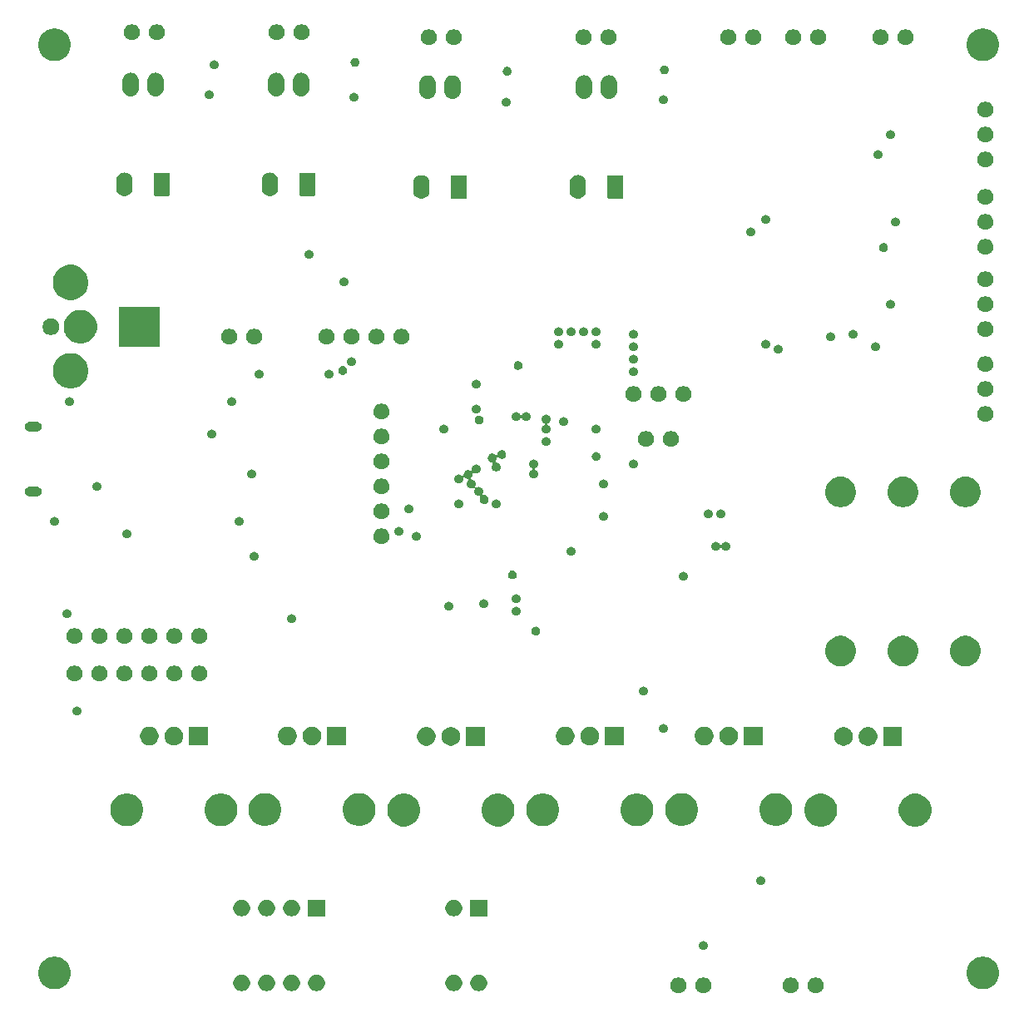
<source format=gbr>
G04 #@! TF.GenerationSoftware,KiCad,Pcbnew,(5.1.5)-3*
G04 #@! TF.CreationDate,2020-04-16T22:09:37-07:00*
G04 #@! TF.ProjectId,Digital_Board_Rev_1,44696769-7461-46c5-9f42-6f6172645f52,rev?*
G04 #@! TF.SameCoordinates,Original*
G04 #@! TF.FileFunction,Soldermask,Bot*
G04 #@! TF.FilePolarity,Negative*
%FSLAX46Y46*%
G04 Gerber Fmt 4.6, Leading zero omitted, Abs format (unit mm)*
G04 Created by KiCad (PCBNEW (5.1.5)-3) date 2020-04-16 22:09:37*
%MOMM*%
%LPD*%
G04 APERTURE LIST*
%ADD10C,0.100000*%
G04 APERTURE END LIST*
D10*
G36*
X92612874Y-123925341D02*
G01*
X92690550Y-123940791D01*
X92836889Y-124001407D01*
X92968590Y-124089407D01*
X93080593Y-124201410D01*
X93168593Y-124333111D01*
X93229209Y-124479450D01*
X93260110Y-124634802D01*
X93260110Y-124793198D01*
X93229209Y-124948550D01*
X93168593Y-125094889D01*
X93080593Y-125226590D01*
X92968590Y-125338593D01*
X92836889Y-125426593D01*
X92690550Y-125487209D01*
X92612874Y-125502659D01*
X92535199Y-125518110D01*
X92376801Y-125518110D01*
X92299126Y-125502659D01*
X92221450Y-125487209D01*
X92075111Y-125426593D01*
X91943410Y-125338593D01*
X91831407Y-125226590D01*
X91743407Y-125094889D01*
X91682791Y-124948550D01*
X91651890Y-124793198D01*
X91651890Y-124634802D01*
X91682791Y-124479450D01*
X91743407Y-124333111D01*
X91831407Y-124201410D01*
X91943410Y-124089407D01*
X92075111Y-124001407D01*
X92221450Y-123940791D01*
X92299126Y-123925341D01*
X92376801Y-123909890D01*
X92535199Y-123909890D01*
X92612874Y-123925341D01*
G37*
G36*
X95152874Y-123925341D02*
G01*
X95230550Y-123940791D01*
X95376889Y-124001407D01*
X95508590Y-124089407D01*
X95620593Y-124201410D01*
X95708593Y-124333111D01*
X95769209Y-124479450D01*
X95800110Y-124634802D01*
X95800110Y-124793198D01*
X95769209Y-124948550D01*
X95708593Y-125094889D01*
X95620593Y-125226590D01*
X95508590Y-125338593D01*
X95376889Y-125426593D01*
X95230550Y-125487209D01*
X95152874Y-125502659D01*
X95075199Y-125518110D01*
X94916801Y-125518110D01*
X94839126Y-125502659D01*
X94761450Y-125487209D01*
X94615111Y-125426593D01*
X94483410Y-125338593D01*
X94371407Y-125226590D01*
X94283407Y-125094889D01*
X94222791Y-124948550D01*
X94191890Y-124793198D01*
X94191890Y-124634802D01*
X94222791Y-124479450D01*
X94283407Y-124333111D01*
X94371407Y-124201410D01*
X94483410Y-124089407D01*
X94615111Y-124001407D01*
X94761450Y-123940791D01*
X94839126Y-123925341D01*
X94916801Y-123909890D01*
X95075199Y-123909890D01*
X95152874Y-123925341D01*
G37*
G36*
X104042874Y-123925341D02*
G01*
X104120550Y-123940791D01*
X104266889Y-124001407D01*
X104398590Y-124089407D01*
X104510593Y-124201410D01*
X104598593Y-124333111D01*
X104659209Y-124479450D01*
X104690110Y-124634802D01*
X104690110Y-124793198D01*
X104659209Y-124948550D01*
X104598593Y-125094889D01*
X104510593Y-125226590D01*
X104398590Y-125338593D01*
X104266889Y-125426593D01*
X104120550Y-125487209D01*
X104042874Y-125502659D01*
X103965199Y-125518110D01*
X103806801Y-125518110D01*
X103729126Y-125502659D01*
X103651450Y-125487209D01*
X103505111Y-125426593D01*
X103373410Y-125338593D01*
X103261407Y-125226590D01*
X103173407Y-125094889D01*
X103112791Y-124948550D01*
X103081890Y-124793198D01*
X103081890Y-124634802D01*
X103112791Y-124479450D01*
X103173407Y-124333111D01*
X103261407Y-124201410D01*
X103373410Y-124089407D01*
X103505111Y-124001407D01*
X103651450Y-123940791D01*
X103729126Y-123925341D01*
X103806801Y-123909890D01*
X103965199Y-123909890D01*
X104042874Y-123925341D01*
G37*
G36*
X106582874Y-123925341D02*
G01*
X106660550Y-123940791D01*
X106806889Y-124001407D01*
X106938590Y-124089407D01*
X107050593Y-124201410D01*
X107138593Y-124333111D01*
X107199209Y-124479450D01*
X107230110Y-124634802D01*
X107230110Y-124793198D01*
X107199209Y-124948550D01*
X107138593Y-125094889D01*
X107050593Y-125226590D01*
X106938590Y-125338593D01*
X106806889Y-125426593D01*
X106660550Y-125487209D01*
X106582874Y-125502659D01*
X106505199Y-125518110D01*
X106346801Y-125518110D01*
X106269126Y-125502659D01*
X106191450Y-125487209D01*
X106045111Y-125426593D01*
X105913410Y-125338593D01*
X105801407Y-125226590D01*
X105713407Y-125094889D01*
X105652791Y-124948550D01*
X105621890Y-124793198D01*
X105621890Y-124634802D01*
X105652791Y-124479450D01*
X105713407Y-124333111D01*
X105801407Y-124201410D01*
X105913410Y-124089407D01*
X106045111Y-124001407D01*
X106191450Y-123940791D01*
X106269126Y-123925341D01*
X106346801Y-123909890D01*
X106505199Y-123909890D01*
X106582874Y-123925341D01*
G37*
G36*
X48254228Y-123641703D02*
G01*
X48409100Y-123705853D01*
X48548481Y-123798985D01*
X48667015Y-123917519D01*
X48760147Y-124056900D01*
X48824297Y-124211772D01*
X48857000Y-124376184D01*
X48857000Y-124543816D01*
X48824297Y-124708228D01*
X48760147Y-124863100D01*
X48667015Y-125002481D01*
X48548481Y-125121015D01*
X48409100Y-125214147D01*
X48254228Y-125278297D01*
X48089816Y-125311000D01*
X47922184Y-125311000D01*
X47757772Y-125278297D01*
X47602900Y-125214147D01*
X47463519Y-125121015D01*
X47344985Y-125002481D01*
X47251853Y-124863100D01*
X47187703Y-124708228D01*
X47155000Y-124543816D01*
X47155000Y-124376184D01*
X47187703Y-124211772D01*
X47251853Y-124056900D01*
X47344985Y-123917519D01*
X47463519Y-123798985D01*
X47602900Y-123705853D01*
X47757772Y-123641703D01*
X47922184Y-123609000D01*
X48089816Y-123609000D01*
X48254228Y-123641703D01*
G37*
G36*
X72384228Y-123641703D02*
G01*
X72539100Y-123705853D01*
X72678481Y-123798985D01*
X72797015Y-123917519D01*
X72890147Y-124056900D01*
X72954297Y-124211772D01*
X72987000Y-124376184D01*
X72987000Y-124543816D01*
X72954297Y-124708228D01*
X72890147Y-124863100D01*
X72797015Y-125002481D01*
X72678481Y-125121015D01*
X72539100Y-125214147D01*
X72384228Y-125278297D01*
X72219816Y-125311000D01*
X72052184Y-125311000D01*
X71887772Y-125278297D01*
X71732900Y-125214147D01*
X71593519Y-125121015D01*
X71474985Y-125002481D01*
X71381853Y-124863100D01*
X71317703Y-124708228D01*
X71285000Y-124543816D01*
X71285000Y-124376184D01*
X71317703Y-124211772D01*
X71381853Y-124056900D01*
X71474985Y-123917519D01*
X71593519Y-123798985D01*
X71732900Y-123705853D01*
X71887772Y-123641703D01*
X72052184Y-123609000D01*
X72219816Y-123609000D01*
X72384228Y-123641703D01*
G37*
G36*
X69844228Y-123641703D02*
G01*
X69999100Y-123705853D01*
X70138481Y-123798985D01*
X70257015Y-123917519D01*
X70350147Y-124056900D01*
X70414297Y-124211772D01*
X70447000Y-124376184D01*
X70447000Y-124543816D01*
X70414297Y-124708228D01*
X70350147Y-124863100D01*
X70257015Y-125002481D01*
X70138481Y-125121015D01*
X69999100Y-125214147D01*
X69844228Y-125278297D01*
X69679816Y-125311000D01*
X69512184Y-125311000D01*
X69347772Y-125278297D01*
X69192900Y-125214147D01*
X69053519Y-125121015D01*
X68934985Y-125002481D01*
X68841853Y-124863100D01*
X68777703Y-124708228D01*
X68745000Y-124543816D01*
X68745000Y-124376184D01*
X68777703Y-124211772D01*
X68841853Y-124056900D01*
X68934985Y-123917519D01*
X69053519Y-123798985D01*
X69192900Y-123705853D01*
X69347772Y-123641703D01*
X69512184Y-123609000D01*
X69679816Y-123609000D01*
X69844228Y-123641703D01*
G37*
G36*
X55874228Y-123641703D02*
G01*
X56029100Y-123705853D01*
X56168481Y-123798985D01*
X56287015Y-123917519D01*
X56380147Y-124056900D01*
X56444297Y-124211772D01*
X56477000Y-124376184D01*
X56477000Y-124543816D01*
X56444297Y-124708228D01*
X56380147Y-124863100D01*
X56287015Y-125002481D01*
X56168481Y-125121015D01*
X56029100Y-125214147D01*
X55874228Y-125278297D01*
X55709816Y-125311000D01*
X55542184Y-125311000D01*
X55377772Y-125278297D01*
X55222900Y-125214147D01*
X55083519Y-125121015D01*
X54964985Y-125002481D01*
X54871853Y-124863100D01*
X54807703Y-124708228D01*
X54775000Y-124543816D01*
X54775000Y-124376184D01*
X54807703Y-124211772D01*
X54871853Y-124056900D01*
X54964985Y-123917519D01*
X55083519Y-123798985D01*
X55222900Y-123705853D01*
X55377772Y-123641703D01*
X55542184Y-123609000D01*
X55709816Y-123609000D01*
X55874228Y-123641703D01*
G37*
G36*
X53334228Y-123641703D02*
G01*
X53489100Y-123705853D01*
X53628481Y-123798985D01*
X53747015Y-123917519D01*
X53840147Y-124056900D01*
X53904297Y-124211772D01*
X53937000Y-124376184D01*
X53937000Y-124543816D01*
X53904297Y-124708228D01*
X53840147Y-124863100D01*
X53747015Y-125002481D01*
X53628481Y-125121015D01*
X53489100Y-125214147D01*
X53334228Y-125278297D01*
X53169816Y-125311000D01*
X53002184Y-125311000D01*
X52837772Y-125278297D01*
X52682900Y-125214147D01*
X52543519Y-125121015D01*
X52424985Y-125002481D01*
X52331853Y-124863100D01*
X52267703Y-124708228D01*
X52235000Y-124543816D01*
X52235000Y-124376184D01*
X52267703Y-124211772D01*
X52331853Y-124056900D01*
X52424985Y-123917519D01*
X52543519Y-123798985D01*
X52682900Y-123705853D01*
X52837772Y-123641703D01*
X53002184Y-123609000D01*
X53169816Y-123609000D01*
X53334228Y-123641703D01*
G37*
G36*
X50794228Y-123641703D02*
G01*
X50949100Y-123705853D01*
X51088481Y-123798985D01*
X51207015Y-123917519D01*
X51300147Y-124056900D01*
X51364297Y-124211772D01*
X51397000Y-124376184D01*
X51397000Y-124543816D01*
X51364297Y-124708228D01*
X51300147Y-124863100D01*
X51207015Y-125002481D01*
X51088481Y-125121015D01*
X50949100Y-125214147D01*
X50794228Y-125278297D01*
X50629816Y-125311000D01*
X50462184Y-125311000D01*
X50297772Y-125278297D01*
X50142900Y-125214147D01*
X50003519Y-125121015D01*
X49884985Y-125002481D01*
X49791853Y-124863100D01*
X49727703Y-124708228D01*
X49695000Y-124543816D01*
X49695000Y-124376184D01*
X49727703Y-124211772D01*
X49791853Y-124056900D01*
X49884985Y-123917519D01*
X50003519Y-123798985D01*
X50142900Y-123705853D01*
X50297772Y-123641703D01*
X50462184Y-123609000D01*
X50629816Y-123609000D01*
X50794228Y-123641703D01*
G37*
G36*
X29331256Y-121835298D02*
G01*
X29437579Y-121856447D01*
X29738042Y-121980903D01*
X30008451Y-122161585D01*
X30238415Y-122391549D01*
X30238416Y-122391551D01*
X30419098Y-122661960D01*
X30543553Y-122962422D01*
X30607000Y-123281389D01*
X30607000Y-123606611D01*
X30587259Y-123705853D01*
X30543553Y-123925579D01*
X30419097Y-124226042D01*
X30238415Y-124496451D01*
X30008451Y-124726415D01*
X29738042Y-124907097D01*
X29437579Y-125031553D01*
X29331256Y-125052702D01*
X29118611Y-125095000D01*
X28793389Y-125095000D01*
X28580744Y-125052702D01*
X28474421Y-125031553D01*
X28173958Y-124907097D01*
X27903549Y-124726415D01*
X27673585Y-124496451D01*
X27492903Y-124226042D01*
X27368447Y-123925579D01*
X27324741Y-123705853D01*
X27305000Y-123606611D01*
X27305000Y-123281389D01*
X27368447Y-122962422D01*
X27492902Y-122661960D01*
X27673584Y-122391551D01*
X27673585Y-122391549D01*
X27903549Y-122161585D01*
X28173958Y-121980903D01*
X28474421Y-121856447D01*
X28580744Y-121835298D01*
X28793389Y-121793000D01*
X29118611Y-121793000D01*
X29331256Y-121835298D01*
G37*
G36*
X123819256Y-121835298D02*
G01*
X123925579Y-121856447D01*
X124226042Y-121980903D01*
X124496451Y-122161585D01*
X124726415Y-122391549D01*
X124726416Y-122391551D01*
X124907098Y-122661960D01*
X125031553Y-122962422D01*
X125095000Y-123281389D01*
X125095000Y-123606611D01*
X125075259Y-123705853D01*
X125031553Y-123925579D01*
X124907097Y-124226042D01*
X124726415Y-124496451D01*
X124496451Y-124726415D01*
X124226042Y-124907097D01*
X123925579Y-125031553D01*
X123819256Y-125052702D01*
X123606611Y-125095000D01*
X123281389Y-125095000D01*
X123068744Y-125052702D01*
X122962421Y-125031553D01*
X122661958Y-124907097D01*
X122391549Y-124726415D01*
X122161585Y-124496451D01*
X121980903Y-124226042D01*
X121856447Y-123925579D01*
X121812741Y-123705853D01*
X121793000Y-123606611D01*
X121793000Y-123281389D01*
X121856447Y-122962422D01*
X121980902Y-122661960D01*
X122161584Y-122391551D01*
X122161585Y-122391549D01*
X122391549Y-122161585D01*
X122661958Y-121980903D01*
X122962421Y-121856447D01*
X123068744Y-121835298D01*
X123281389Y-121793000D01*
X123606611Y-121793000D01*
X123819256Y-121835298D01*
G37*
G36*
X95127552Y-120216331D02*
G01*
X95209627Y-120250328D01*
X95209629Y-120250329D01*
X95246813Y-120275175D01*
X95283495Y-120299685D01*
X95346315Y-120362505D01*
X95395672Y-120436373D01*
X95429669Y-120518448D01*
X95447000Y-120605579D01*
X95447000Y-120694421D01*
X95429669Y-120781552D01*
X95395672Y-120863627D01*
X95395671Y-120863629D01*
X95346314Y-120937496D01*
X95283496Y-121000314D01*
X95209629Y-121049671D01*
X95209628Y-121049672D01*
X95209627Y-121049672D01*
X95127552Y-121083669D01*
X95040421Y-121101000D01*
X94951579Y-121101000D01*
X94864448Y-121083669D01*
X94782373Y-121049672D01*
X94782372Y-121049672D01*
X94782371Y-121049671D01*
X94708504Y-121000314D01*
X94645686Y-120937496D01*
X94596329Y-120863629D01*
X94596328Y-120863627D01*
X94562331Y-120781552D01*
X94545000Y-120694421D01*
X94545000Y-120605579D01*
X94562331Y-120518448D01*
X94596328Y-120436373D01*
X94645685Y-120362505D01*
X94708505Y-120299685D01*
X94745187Y-120275175D01*
X94782371Y-120250329D01*
X94782373Y-120250328D01*
X94864448Y-120216331D01*
X94951579Y-120199000D01*
X95040421Y-120199000D01*
X95127552Y-120216331D01*
G37*
G36*
X72987000Y-117691000D02*
G01*
X71285000Y-117691000D01*
X71285000Y-115989000D01*
X72987000Y-115989000D01*
X72987000Y-117691000D01*
G37*
G36*
X56477000Y-117691000D02*
G01*
X54775000Y-117691000D01*
X54775000Y-115989000D01*
X56477000Y-115989000D01*
X56477000Y-117691000D01*
G37*
G36*
X50794228Y-116021703D02*
G01*
X50949100Y-116085853D01*
X51088481Y-116178985D01*
X51207015Y-116297519D01*
X51300147Y-116436900D01*
X51364297Y-116591772D01*
X51397000Y-116756184D01*
X51397000Y-116923816D01*
X51364297Y-117088228D01*
X51300147Y-117243100D01*
X51207015Y-117382481D01*
X51088481Y-117501015D01*
X50949100Y-117594147D01*
X50794228Y-117658297D01*
X50629816Y-117691000D01*
X50462184Y-117691000D01*
X50297772Y-117658297D01*
X50142900Y-117594147D01*
X50003519Y-117501015D01*
X49884985Y-117382481D01*
X49791853Y-117243100D01*
X49727703Y-117088228D01*
X49695000Y-116923816D01*
X49695000Y-116756184D01*
X49727703Y-116591772D01*
X49791853Y-116436900D01*
X49884985Y-116297519D01*
X50003519Y-116178985D01*
X50142900Y-116085853D01*
X50297772Y-116021703D01*
X50462184Y-115989000D01*
X50629816Y-115989000D01*
X50794228Y-116021703D01*
G37*
G36*
X53334228Y-116021703D02*
G01*
X53489100Y-116085853D01*
X53628481Y-116178985D01*
X53747015Y-116297519D01*
X53840147Y-116436900D01*
X53904297Y-116591772D01*
X53937000Y-116756184D01*
X53937000Y-116923816D01*
X53904297Y-117088228D01*
X53840147Y-117243100D01*
X53747015Y-117382481D01*
X53628481Y-117501015D01*
X53489100Y-117594147D01*
X53334228Y-117658297D01*
X53169816Y-117691000D01*
X53002184Y-117691000D01*
X52837772Y-117658297D01*
X52682900Y-117594147D01*
X52543519Y-117501015D01*
X52424985Y-117382481D01*
X52331853Y-117243100D01*
X52267703Y-117088228D01*
X52235000Y-116923816D01*
X52235000Y-116756184D01*
X52267703Y-116591772D01*
X52331853Y-116436900D01*
X52424985Y-116297519D01*
X52543519Y-116178985D01*
X52682900Y-116085853D01*
X52837772Y-116021703D01*
X53002184Y-115989000D01*
X53169816Y-115989000D01*
X53334228Y-116021703D01*
G37*
G36*
X69844228Y-116021703D02*
G01*
X69999100Y-116085853D01*
X70138481Y-116178985D01*
X70257015Y-116297519D01*
X70350147Y-116436900D01*
X70414297Y-116591772D01*
X70447000Y-116756184D01*
X70447000Y-116923816D01*
X70414297Y-117088228D01*
X70350147Y-117243100D01*
X70257015Y-117382481D01*
X70138481Y-117501015D01*
X69999100Y-117594147D01*
X69844228Y-117658297D01*
X69679816Y-117691000D01*
X69512184Y-117691000D01*
X69347772Y-117658297D01*
X69192900Y-117594147D01*
X69053519Y-117501015D01*
X68934985Y-117382481D01*
X68841853Y-117243100D01*
X68777703Y-117088228D01*
X68745000Y-116923816D01*
X68745000Y-116756184D01*
X68777703Y-116591772D01*
X68841853Y-116436900D01*
X68934985Y-116297519D01*
X69053519Y-116178985D01*
X69192900Y-116085853D01*
X69347772Y-116021703D01*
X69512184Y-115989000D01*
X69679816Y-115989000D01*
X69844228Y-116021703D01*
G37*
G36*
X48254228Y-116021703D02*
G01*
X48409100Y-116085853D01*
X48548481Y-116178985D01*
X48667015Y-116297519D01*
X48760147Y-116436900D01*
X48824297Y-116591772D01*
X48857000Y-116756184D01*
X48857000Y-116923816D01*
X48824297Y-117088228D01*
X48760147Y-117243100D01*
X48667015Y-117382481D01*
X48548481Y-117501015D01*
X48409100Y-117594147D01*
X48254228Y-117658297D01*
X48089816Y-117691000D01*
X47922184Y-117691000D01*
X47757772Y-117658297D01*
X47602900Y-117594147D01*
X47463519Y-117501015D01*
X47344985Y-117382481D01*
X47251853Y-117243100D01*
X47187703Y-117088228D01*
X47155000Y-116923816D01*
X47155000Y-116756184D01*
X47187703Y-116591772D01*
X47251853Y-116436900D01*
X47344985Y-116297519D01*
X47463519Y-116178985D01*
X47602900Y-116085853D01*
X47757772Y-116021703D01*
X47922184Y-115989000D01*
X48089816Y-115989000D01*
X48254228Y-116021703D01*
G37*
G36*
X100969552Y-113612331D02*
G01*
X101051627Y-113646328D01*
X101051629Y-113646329D01*
X101088813Y-113671175D01*
X101125495Y-113695685D01*
X101188315Y-113758505D01*
X101237672Y-113832373D01*
X101271669Y-113914448D01*
X101289000Y-114001579D01*
X101289000Y-114090421D01*
X101271669Y-114177552D01*
X101237672Y-114259627D01*
X101237671Y-114259629D01*
X101188314Y-114333496D01*
X101125496Y-114396314D01*
X101051629Y-114445671D01*
X101051628Y-114445672D01*
X101051627Y-114445672D01*
X100969552Y-114479669D01*
X100882421Y-114497000D01*
X100793579Y-114497000D01*
X100706448Y-114479669D01*
X100624373Y-114445672D01*
X100624372Y-114445672D01*
X100624371Y-114445671D01*
X100550504Y-114396314D01*
X100487686Y-114333496D01*
X100438329Y-114259629D01*
X100438328Y-114259627D01*
X100404331Y-114177552D01*
X100387000Y-114090421D01*
X100387000Y-114001579D01*
X100404331Y-113914448D01*
X100438328Y-113832373D01*
X100487685Y-113758505D01*
X100550505Y-113695685D01*
X100587187Y-113671175D01*
X100624371Y-113646329D01*
X100624373Y-113646328D01*
X100706448Y-113612331D01*
X100793579Y-113595000D01*
X100882421Y-113595000D01*
X100969552Y-113612331D01*
G37*
G36*
X117038552Y-105264895D02*
G01*
X117342654Y-105390858D01*
X117616339Y-105573729D01*
X117849091Y-105806481D01*
X118031962Y-106080166D01*
X118157925Y-106384268D01*
X118222140Y-106707100D01*
X118222140Y-107036260D01*
X118157925Y-107359092D01*
X118031962Y-107663194D01*
X117849091Y-107936879D01*
X117616339Y-108169631D01*
X117342654Y-108352502D01*
X117038552Y-108478465D01*
X116715720Y-108542680D01*
X116386560Y-108542680D01*
X116063728Y-108478465D01*
X115759626Y-108352502D01*
X115485941Y-108169631D01*
X115253189Y-107936879D01*
X115070318Y-107663194D01*
X114944355Y-107359092D01*
X114880140Y-107036260D01*
X114880140Y-106707100D01*
X114944355Y-106384268D01*
X115070318Y-106080166D01*
X115253189Y-105806481D01*
X115485941Y-105573729D01*
X115759626Y-105390858D01*
X116063728Y-105264895D01*
X116386560Y-105200680D01*
X116715720Y-105200680D01*
X117038552Y-105264895D01*
G37*
G36*
X107438552Y-105264895D02*
G01*
X107742654Y-105390858D01*
X108016339Y-105573729D01*
X108249091Y-105806481D01*
X108431962Y-106080166D01*
X108557925Y-106384268D01*
X108622140Y-106707100D01*
X108622140Y-107036260D01*
X108557925Y-107359092D01*
X108431962Y-107663194D01*
X108249091Y-107936879D01*
X108016339Y-108169631D01*
X107742654Y-108352502D01*
X107438552Y-108478465D01*
X107115720Y-108542680D01*
X106786560Y-108542680D01*
X106463728Y-108478465D01*
X106159626Y-108352502D01*
X105885941Y-108169631D01*
X105653189Y-107936879D01*
X105470318Y-107663194D01*
X105344355Y-107359092D01*
X105280140Y-107036260D01*
X105280140Y-106707100D01*
X105344355Y-106384268D01*
X105470318Y-106080166D01*
X105653189Y-105806481D01*
X105885941Y-105573729D01*
X106159626Y-105390858D01*
X106463728Y-105264895D01*
X106786560Y-105200680D01*
X107115720Y-105200680D01*
X107438552Y-105264895D01*
G37*
G36*
X64990552Y-105254895D02*
G01*
X65294654Y-105380858D01*
X65568339Y-105563729D01*
X65801091Y-105796481D01*
X65983962Y-106070166D01*
X66109925Y-106374268D01*
X66174140Y-106697100D01*
X66174140Y-107026260D01*
X66109925Y-107349092D01*
X65983962Y-107653194D01*
X65801091Y-107926879D01*
X65568339Y-108159631D01*
X65294654Y-108342502D01*
X64990552Y-108468465D01*
X64667720Y-108532680D01*
X64338560Y-108532680D01*
X64015728Y-108468465D01*
X63711626Y-108342502D01*
X63437941Y-108159631D01*
X63205189Y-107926879D01*
X63022318Y-107653194D01*
X62896355Y-107349092D01*
X62832140Y-107026260D01*
X62832140Y-106697100D01*
X62896355Y-106374268D01*
X63022318Y-106070166D01*
X63205189Y-105796481D01*
X63437941Y-105563729D01*
X63711626Y-105380858D01*
X64015728Y-105254895D01*
X64338560Y-105190680D01*
X64667720Y-105190680D01*
X64990552Y-105254895D01*
G37*
G36*
X74590552Y-105254895D02*
G01*
X74894654Y-105380858D01*
X75168339Y-105563729D01*
X75401091Y-105796481D01*
X75583962Y-106070166D01*
X75709925Y-106374268D01*
X75774140Y-106697100D01*
X75774140Y-107026260D01*
X75709925Y-107349092D01*
X75583962Y-107653194D01*
X75401091Y-107926879D01*
X75168339Y-108159631D01*
X74894654Y-108342502D01*
X74590552Y-108468465D01*
X74267720Y-108532680D01*
X73938560Y-108532680D01*
X73615728Y-108468465D01*
X73311626Y-108342502D01*
X73037941Y-108159631D01*
X72805189Y-107926879D01*
X72622318Y-107653194D01*
X72496355Y-107349092D01*
X72432140Y-107026260D01*
X72432140Y-106697100D01*
X72496355Y-106374268D01*
X72622318Y-106070166D01*
X72805189Y-105796481D01*
X73037941Y-105563729D01*
X73311626Y-105380858D01*
X73615728Y-105254895D01*
X73938560Y-105190680D01*
X74267720Y-105190680D01*
X74590552Y-105254895D01*
G37*
G36*
X79122552Y-105240895D02*
G01*
X79426654Y-105366858D01*
X79700339Y-105549729D01*
X79933091Y-105782481D01*
X80115962Y-106056166D01*
X80241925Y-106360268D01*
X80306140Y-106683100D01*
X80306140Y-107012260D01*
X80241925Y-107335092D01*
X80115962Y-107639194D01*
X79933091Y-107912879D01*
X79700339Y-108145631D01*
X79426654Y-108328502D01*
X79122552Y-108454465D01*
X78799720Y-108518680D01*
X78470560Y-108518680D01*
X78147728Y-108454465D01*
X77843626Y-108328502D01*
X77569941Y-108145631D01*
X77337189Y-107912879D01*
X77154318Y-107639194D01*
X77028355Y-107335092D01*
X76964140Y-107012260D01*
X76964140Y-106683100D01*
X77028355Y-106360268D01*
X77154318Y-106056166D01*
X77337189Y-105782481D01*
X77569941Y-105549729D01*
X77843626Y-105366858D01*
X78147728Y-105240895D01*
X78470560Y-105176680D01*
X78799720Y-105176680D01*
X79122552Y-105240895D01*
G37*
G36*
X88722552Y-105240895D02*
G01*
X89026654Y-105366858D01*
X89300339Y-105549729D01*
X89533091Y-105782481D01*
X89715962Y-106056166D01*
X89841925Y-106360268D01*
X89906140Y-106683100D01*
X89906140Y-107012260D01*
X89841925Y-107335092D01*
X89715962Y-107639194D01*
X89533091Y-107912879D01*
X89300339Y-108145631D01*
X89026654Y-108328502D01*
X88722552Y-108454465D01*
X88399720Y-108518680D01*
X88070560Y-108518680D01*
X87747728Y-108454465D01*
X87443626Y-108328502D01*
X87169941Y-108145631D01*
X86937189Y-107912879D01*
X86754318Y-107639194D01*
X86628355Y-107335092D01*
X86564140Y-107012260D01*
X86564140Y-106683100D01*
X86628355Y-106360268D01*
X86754318Y-106056166D01*
X86937189Y-105782481D01*
X87169941Y-105549729D01*
X87443626Y-105366858D01*
X87747728Y-105240895D01*
X88070560Y-105176680D01*
X88399720Y-105176680D01*
X88722552Y-105240895D01*
G37*
G36*
X36796552Y-105230895D02*
G01*
X37100654Y-105356858D01*
X37374339Y-105539729D01*
X37607091Y-105772481D01*
X37789962Y-106046166D01*
X37915925Y-106350268D01*
X37980140Y-106673100D01*
X37980140Y-107002260D01*
X37915925Y-107325092D01*
X37789962Y-107629194D01*
X37607091Y-107902879D01*
X37374339Y-108135631D01*
X37100654Y-108318502D01*
X36796552Y-108444465D01*
X36473720Y-108508680D01*
X36144560Y-108508680D01*
X35821728Y-108444465D01*
X35517626Y-108318502D01*
X35243941Y-108135631D01*
X35011189Y-107902879D01*
X34828318Y-107629194D01*
X34702355Y-107325092D01*
X34638140Y-107002260D01*
X34638140Y-106673100D01*
X34702355Y-106350268D01*
X34828318Y-106046166D01*
X35011189Y-105772481D01*
X35243941Y-105539729D01*
X35517626Y-105356858D01*
X35821728Y-105230895D01*
X36144560Y-105166680D01*
X36473720Y-105166680D01*
X36796552Y-105230895D01*
G37*
G36*
X46396552Y-105230895D02*
G01*
X46700654Y-105356858D01*
X46974339Y-105539729D01*
X47207091Y-105772481D01*
X47389962Y-106046166D01*
X47515925Y-106350268D01*
X47580140Y-106673100D01*
X47580140Y-107002260D01*
X47515925Y-107325092D01*
X47389962Y-107629194D01*
X47207091Y-107902879D01*
X46974339Y-108135631D01*
X46700654Y-108318502D01*
X46396552Y-108444465D01*
X46073720Y-108508680D01*
X45744560Y-108508680D01*
X45421728Y-108444465D01*
X45117626Y-108318502D01*
X44843941Y-108135631D01*
X44611189Y-107902879D01*
X44428318Y-107629194D01*
X44302355Y-107325092D01*
X44238140Y-107002260D01*
X44238140Y-106673100D01*
X44302355Y-106350268D01*
X44428318Y-106046166D01*
X44611189Y-105772481D01*
X44843941Y-105539729D01*
X45117626Y-105356858D01*
X45421728Y-105230895D01*
X45744560Y-105166680D01*
X46073720Y-105166680D01*
X46396552Y-105230895D01*
G37*
G36*
X60445412Y-105207215D02*
G01*
X60749514Y-105333178D01*
X61023199Y-105516049D01*
X61255951Y-105748801D01*
X61438822Y-106022486D01*
X61564785Y-106326588D01*
X61629000Y-106649420D01*
X61629000Y-106978580D01*
X61564785Y-107301412D01*
X61438822Y-107605514D01*
X61255951Y-107879199D01*
X61023199Y-108111951D01*
X60749514Y-108294822D01*
X60445412Y-108420785D01*
X60122580Y-108485000D01*
X59793420Y-108485000D01*
X59470588Y-108420785D01*
X59166486Y-108294822D01*
X58892801Y-108111951D01*
X58660049Y-107879199D01*
X58477178Y-107605514D01*
X58351215Y-107301412D01*
X58287000Y-106978580D01*
X58287000Y-106649420D01*
X58351215Y-106326588D01*
X58477178Y-106022486D01*
X58660049Y-105748801D01*
X58892801Y-105516049D01*
X59166486Y-105333178D01*
X59470588Y-105207215D01*
X59793420Y-105143000D01*
X60122580Y-105143000D01*
X60445412Y-105207215D01*
G37*
G36*
X102863412Y-105207215D02*
G01*
X103167514Y-105333178D01*
X103441199Y-105516049D01*
X103673951Y-105748801D01*
X103856822Y-106022486D01*
X103982785Y-106326588D01*
X104047000Y-106649420D01*
X104047000Y-106978580D01*
X103982785Y-107301412D01*
X103856822Y-107605514D01*
X103673951Y-107879199D01*
X103441199Y-108111951D01*
X103167514Y-108294822D01*
X102863412Y-108420785D01*
X102540580Y-108485000D01*
X102211420Y-108485000D01*
X101888588Y-108420785D01*
X101584486Y-108294822D01*
X101310801Y-108111951D01*
X101078049Y-107879199D01*
X100895178Y-107605514D01*
X100769215Y-107301412D01*
X100705000Y-106978580D01*
X100705000Y-106649420D01*
X100769215Y-106326588D01*
X100895178Y-106022486D01*
X101078049Y-105748801D01*
X101310801Y-105516049D01*
X101584486Y-105333178D01*
X101888588Y-105207215D01*
X102211420Y-105143000D01*
X102540580Y-105143000D01*
X102863412Y-105207215D01*
G37*
G36*
X93263412Y-105207215D02*
G01*
X93567514Y-105333178D01*
X93841199Y-105516049D01*
X94073951Y-105748801D01*
X94256822Y-106022486D01*
X94382785Y-106326588D01*
X94447000Y-106649420D01*
X94447000Y-106978580D01*
X94382785Y-107301412D01*
X94256822Y-107605514D01*
X94073951Y-107879199D01*
X93841199Y-108111951D01*
X93567514Y-108294822D01*
X93263412Y-108420785D01*
X92940580Y-108485000D01*
X92611420Y-108485000D01*
X92288588Y-108420785D01*
X91984486Y-108294822D01*
X91710801Y-108111951D01*
X91478049Y-107879199D01*
X91295178Y-107605514D01*
X91169215Y-107301412D01*
X91105000Y-106978580D01*
X91105000Y-106649420D01*
X91169215Y-106326588D01*
X91295178Y-106022486D01*
X91478049Y-105748801D01*
X91710801Y-105516049D01*
X91984486Y-105333178D01*
X92288588Y-105207215D01*
X92611420Y-105143000D01*
X92940580Y-105143000D01*
X93263412Y-105207215D01*
G37*
G36*
X50845412Y-105207215D02*
G01*
X51149514Y-105333178D01*
X51423199Y-105516049D01*
X51655951Y-105748801D01*
X51838822Y-106022486D01*
X51964785Y-106326588D01*
X52029000Y-106649420D01*
X52029000Y-106978580D01*
X51964785Y-107301412D01*
X51838822Y-107605514D01*
X51655951Y-107879199D01*
X51423199Y-108111951D01*
X51149514Y-108294822D01*
X50845412Y-108420785D01*
X50522580Y-108485000D01*
X50193420Y-108485000D01*
X49870588Y-108420785D01*
X49566486Y-108294822D01*
X49292801Y-108111951D01*
X49060049Y-107879199D01*
X48877178Y-107605514D01*
X48751215Y-107301412D01*
X48687000Y-106978580D01*
X48687000Y-106649420D01*
X48751215Y-106326588D01*
X48877178Y-106022486D01*
X49060049Y-105748801D01*
X49292801Y-105516049D01*
X49566486Y-105333178D01*
X49870588Y-105207215D01*
X50193420Y-105143000D01*
X50522580Y-105143000D01*
X50845412Y-105207215D01*
G37*
G36*
X115202140Y-100322680D02*
G01*
X113300140Y-100322680D01*
X113300140Y-98420680D01*
X115202140Y-98420680D01*
X115202140Y-100322680D01*
G37*
G36*
X112028535Y-98457226D02*
G01*
X112201606Y-98528914D01*
X112201607Y-98528915D01*
X112357367Y-98632990D01*
X112489830Y-98765453D01*
X112539303Y-98839495D01*
X112593906Y-98921214D01*
X112665594Y-99094285D01*
X112702140Y-99278013D01*
X112702140Y-99465347D01*
X112665594Y-99649075D01*
X112593906Y-99822146D01*
X112593905Y-99822147D01*
X112489830Y-99977907D01*
X112357367Y-100110370D01*
X112287932Y-100156765D01*
X112201606Y-100214446D01*
X112028535Y-100286134D01*
X111844807Y-100322680D01*
X111657473Y-100322680D01*
X111473745Y-100286134D01*
X111300674Y-100214446D01*
X111214348Y-100156765D01*
X111144913Y-100110370D01*
X111012450Y-99977907D01*
X110908375Y-99822147D01*
X110908374Y-99822146D01*
X110836686Y-99649075D01*
X110800140Y-99465347D01*
X110800140Y-99278013D01*
X110836686Y-99094285D01*
X110908374Y-98921214D01*
X110962977Y-98839495D01*
X111012450Y-98765453D01*
X111144913Y-98632990D01*
X111300673Y-98528915D01*
X111300674Y-98528914D01*
X111473745Y-98457226D01*
X111657473Y-98420680D01*
X111844807Y-98420680D01*
X112028535Y-98457226D01*
G37*
G36*
X109528535Y-98457226D02*
G01*
X109701606Y-98528914D01*
X109701607Y-98528915D01*
X109857367Y-98632990D01*
X109989830Y-98765453D01*
X110039303Y-98839495D01*
X110093906Y-98921214D01*
X110165594Y-99094285D01*
X110202140Y-99278013D01*
X110202140Y-99465347D01*
X110165594Y-99649075D01*
X110093906Y-99822146D01*
X110093905Y-99822147D01*
X109989830Y-99977907D01*
X109857367Y-100110370D01*
X109787932Y-100156765D01*
X109701606Y-100214446D01*
X109528535Y-100286134D01*
X109344807Y-100322680D01*
X109157473Y-100322680D01*
X108973745Y-100286134D01*
X108800674Y-100214446D01*
X108714348Y-100156765D01*
X108644913Y-100110370D01*
X108512450Y-99977907D01*
X108408375Y-99822147D01*
X108408374Y-99822146D01*
X108336686Y-99649075D01*
X108300140Y-99465347D01*
X108300140Y-99278013D01*
X108336686Y-99094285D01*
X108408374Y-98921214D01*
X108462977Y-98839495D01*
X108512450Y-98765453D01*
X108644913Y-98632990D01*
X108800673Y-98528915D01*
X108800674Y-98528914D01*
X108973745Y-98457226D01*
X109157473Y-98420680D01*
X109344807Y-98420680D01*
X109528535Y-98457226D01*
G37*
G36*
X67080535Y-98447226D02*
G01*
X67253606Y-98518914D01*
X67330958Y-98570599D01*
X67409367Y-98622990D01*
X67541830Y-98755453D01*
X67548513Y-98765455D01*
X67645906Y-98911214D01*
X67717594Y-99084285D01*
X67754140Y-99268013D01*
X67754140Y-99455347D01*
X67717594Y-99639075D01*
X67645906Y-99812146D01*
X67594221Y-99889498D01*
X67541830Y-99967907D01*
X67409367Y-100100370D01*
X67394399Y-100110371D01*
X67253606Y-100204446D01*
X67080535Y-100276134D01*
X66896807Y-100312680D01*
X66709473Y-100312680D01*
X66525745Y-100276134D01*
X66352674Y-100204446D01*
X66211881Y-100110371D01*
X66196913Y-100100370D01*
X66064450Y-99967907D01*
X66012059Y-99889498D01*
X65960374Y-99812146D01*
X65888686Y-99639075D01*
X65852140Y-99455347D01*
X65852140Y-99268013D01*
X65888686Y-99084285D01*
X65960374Y-98911214D01*
X66057767Y-98765455D01*
X66064450Y-98755453D01*
X66196913Y-98622990D01*
X66275322Y-98570599D01*
X66352674Y-98518914D01*
X66525745Y-98447226D01*
X66709473Y-98410680D01*
X66896807Y-98410680D01*
X67080535Y-98447226D01*
G37*
G36*
X69580535Y-98447226D02*
G01*
X69753606Y-98518914D01*
X69830958Y-98570599D01*
X69909367Y-98622990D01*
X70041830Y-98755453D01*
X70048513Y-98765455D01*
X70145906Y-98911214D01*
X70217594Y-99084285D01*
X70254140Y-99268013D01*
X70254140Y-99455347D01*
X70217594Y-99639075D01*
X70145906Y-99812146D01*
X70094221Y-99889498D01*
X70041830Y-99967907D01*
X69909367Y-100100370D01*
X69894399Y-100110371D01*
X69753606Y-100204446D01*
X69580535Y-100276134D01*
X69396807Y-100312680D01*
X69209473Y-100312680D01*
X69025745Y-100276134D01*
X68852674Y-100204446D01*
X68711881Y-100110371D01*
X68696913Y-100100370D01*
X68564450Y-99967907D01*
X68512059Y-99889498D01*
X68460374Y-99812146D01*
X68388686Y-99639075D01*
X68352140Y-99455347D01*
X68352140Y-99268013D01*
X68388686Y-99084285D01*
X68460374Y-98911214D01*
X68557767Y-98765455D01*
X68564450Y-98755453D01*
X68696913Y-98622990D01*
X68775322Y-98570599D01*
X68852674Y-98518914D01*
X69025745Y-98447226D01*
X69209473Y-98410680D01*
X69396807Y-98410680D01*
X69580535Y-98447226D01*
G37*
G36*
X72754140Y-100312680D02*
G01*
X70852140Y-100312680D01*
X70852140Y-98410680D01*
X72754140Y-98410680D01*
X72754140Y-100312680D01*
G37*
G36*
X81212535Y-98433226D02*
G01*
X81385606Y-98504914D01*
X81406558Y-98518914D01*
X81541367Y-98608990D01*
X81673830Y-98741453D01*
X81689982Y-98765627D01*
X81777906Y-98897214D01*
X81849594Y-99070285D01*
X81886140Y-99254013D01*
X81886140Y-99441347D01*
X81849594Y-99625075D01*
X81777906Y-99798146D01*
X81761869Y-99822147D01*
X81673830Y-99953907D01*
X81541367Y-100086370D01*
X81520414Y-100100370D01*
X81385606Y-100190446D01*
X81212535Y-100262134D01*
X81028807Y-100298680D01*
X80841473Y-100298680D01*
X80657745Y-100262134D01*
X80484674Y-100190446D01*
X80349866Y-100100370D01*
X80328913Y-100086370D01*
X80196450Y-99953907D01*
X80108411Y-99822147D01*
X80092374Y-99798146D01*
X80020686Y-99625075D01*
X79984140Y-99441347D01*
X79984140Y-99254013D01*
X80020686Y-99070285D01*
X80092374Y-98897214D01*
X80180298Y-98765627D01*
X80196450Y-98741453D01*
X80328913Y-98608990D01*
X80463722Y-98518914D01*
X80484674Y-98504914D01*
X80657745Y-98433226D01*
X80841473Y-98396680D01*
X81028807Y-98396680D01*
X81212535Y-98433226D01*
G37*
G36*
X83712535Y-98433226D02*
G01*
X83885606Y-98504914D01*
X83906558Y-98518914D01*
X84041367Y-98608990D01*
X84173830Y-98741453D01*
X84189982Y-98765627D01*
X84277906Y-98897214D01*
X84349594Y-99070285D01*
X84386140Y-99254013D01*
X84386140Y-99441347D01*
X84349594Y-99625075D01*
X84277906Y-99798146D01*
X84261869Y-99822147D01*
X84173830Y-99953907D01*
X84041367Y-100086370D01*
X84020414Y-100100370D01*
X83885606Y-100190446D01*
X83712535Y-100262134D01*
X83528807Y-100298680D01*
X83341473Y-100298680D01*
X83157745Y-100262134D01*
X82984674Y-100190446D01*
X82849866Y-100100370D01*
X82828913Y-100086370D01*
X82696450Y-99953907D01*
X82608411Y-99822147D01*
X82592374Y-99798146D01*
X82520686Y-99625075D01*
X82484140Y-99441347D01*
X82484140Y-99254013D01*
X82520686Y-99070285D01*
X82592374Y-98897214D01*
X82680298Y-98765627D01*
X82696450Y-98741453D01*
X82828913Y-98608990D01*
X82963722Y-98518914D01*
X82984674Y-98504914D01*
X83157745Y-98433226D01*
X83341473Y-98396680D01*
X83528807Y-98396680D01*
X83712535Y-98433226D01*
G37*
G36*
X86886140Y-100298680D02*
G01*
X84984140Y-100298680D01*
X84984140Y-98396680D01*
X86886140Y-98396680D01*
X86886140Y-100298680D01*
G37*
G36*
X41386535Y-98423226D02*
G01*
X41559606Y-98494914D01*
X41610492Y-98528915D01*
X41715367Y-98598990D01*
X41847830Y-98731453D01*
X41900221Y-98809862D01*
X41951906Y-98887214D01*
X42023594Y-99060285D01*
X42060140Y-99244013D01*
X42060140Y-99431347D01*
X42023594Y-99615075D01*
X41951906Y-99788146D01*
X41935869Y-99812147D01*
X41847830Y-99943907D01*
X41715367Y-100076370D01*
X41636958Y-100128761D01*
X41559606Y-100180446D01*
X41386535Y-100252134D01*
X41202807Y-100288680D01*
X41015473Y-100288680D01*
X40831745Y-100252134D01*
X40658674Y-100180446D01*
X40581322Y-100128761D01*
X40502913Y-100076370D01*
X40370450Y-99943907D01*
X40282411Y-99812147D01*
X40266374Y-99788146D01*
X40194686Y-99615075D01*
X40158140Y-99431347D01*
X40158140Y-99244013D01*
X40194686Y-99060285D01*
X40266374Y-98887214D01*
X40318059Y-98809862D01*
X40370450Y-98731453D01*
X40502913Y-98598990D01*
X40607788Y-98528915D01*
X40658674Y-98494914D01*
X40831745Y-98423226D01*
X41015473Y-98386680D01*
X41202807Y-98386680D01*
X41386535Y-98423226D01*
G37*
G36*
X38886535Y-98423226D02*
G01*
X39059606Y-98494914D01*
X39110492Y-98528915D01*
X39215367Y-98598990D01*
X39347830Y-98731453D01*
X39400221Y-98809862D01*
X39451906Y-98887214D01*
X39523594Y-99060285D01*
X39560140Y-99244013D01*
X39560140Y-99431347D01*
X39523594Y-99615075D01*
X39451906Y-99788146D01*
X39435869Y-99812147D01*
X39347830Y-99943907D01*
X39215367Y-100076370D01*
X39136958Y-100128761D01*
X39059606Y-100180446D01*
X38886535Y-100252134D01*
X38702807Y-100288680D01*
X38515473Y-100288680D01*
X38331745Y-100252134D01*
X38158674Y-100180446D01*
X38081322Y-100128761D01*
X38002913Y-100076370D01*
X37870450Y-99943907D01*
X37782411Y-99812147D01*
X37766374Y-99788146D01*
X37694686Y-99615075D01*
X37658140Y-99431347D01*
X37658140Y-99244013D01*
X37694686Y-99060285D01*
X37766374Y-98887214D01*
X37818059Y-98809862D01*
X37870450Y-98731453D01*
X38002913Y-98598990D01*
X38107788Y-98528915D01*
X38158674Y-98494914D01*
X38331745Y-98423226D01*
X38515473Y-98386680D01*
X38702807Y-98386680D01*
X38886535Y-98423226D01*
G37*
G36*
X44560140Y-100288680D02*
G01*
X42658140Y-100288680D01*
X42658140Y-98386680D01*
X44560140Y-98386680D01*
X44560140Y-100288680D01*
G37*
G36*
X97853395Y-98399546D02*
G01*
X98026466Y-98471234D01*
X98097824Y-98518914D01*
X98182227Y-98575310D01*
X98314690Y-98707773D01*
X98346550Y-98755455D01*
X98418766Y-98863534D01*
X98490454Y-99036605D01*
X98527000Y-99220333D01*
X98527000Y-99407667D01*
X98490454Y-99591395D01*
X98418766Y-99764466D01*
X98380225Y-99822146D01*
X98314690Y-99920227D01*
X98182227Y-100052690D01*
X98110868Y-100100370D01*
X98026466Y-100156766D01*
X97853395Y-100228454D01*
X97669667Y-100265000D01*
X97482333Y-100265000D01*
X97298605Y-100228454D01*
X97125534Y-100156766D01*
X97041132Y-100100370D01*
X96969773Y-100052690D01*
X96837310Y-99920227D01*
X96771775Y-99822146D01*
X96733234Y-99764466D01*
X96661546Y-99591395D01*
X96625000Y-99407667D01*
X96625000Y-99220333D01*
X96661546Y-99036605D01*
X96733234Y-98863534D01*
X96805450Y-98755455D01*
X96837310Y-98707773D01*
X96969773Y-98575310D01*
X97054176Y-98518914D01*
X97125534Y-98471234D01*
X97298605Y-98399546D01*
X97482333Y-98363000D01*
X97669667Y-98363000D01*
X97853395Y-98399546D01*
G37*
G36*
X52935395Y-98399546D02*
G01*
X53108466Y-98471234D01*
X53179824Y-98518914D01*
X53264227Y-98575310D01*
X53396690Y-98707773D01*
X53428550Y-98755455D01*
X53500766Y-98863534D01*
X53572454Y-99036605D01*
X53609000Y-99220333D01*
X53609000Y-99407667D01*
X53572454Y-99591395D01*
X53500766Y-99764466D01*
X53462225Y-99822146D01*
X53396690Y-99920227D01*
X53264227Y-100052690D01*
X53192868Y-100100370D01*
X53108466Y-100156766D01*
X52935395Y-100228454D01*
X52751667Y-100265000D01*
X52564333Y-100265000D01*
X52380605Y-100228454D01*
X52207534Y-100156766D01*
X52123132Y-100100370D01*
X52051773Y-100052690D01*
X51919310Y-99920227D01*
X51853775Y-99822146D01*
X51815234Y-99764466D01*
X51743546Y-99591395D01*
X51707000Y-99407667D01*
X51707000Y-99220333D01*
X51743546Y-99036605D01*
X51815234Y-98863534D01*
X51887450Y-98755455D01*
X51919310Y-98707773D01*
X52051773Y-98575310D01*
X52136176Y-98518914D01*
X52207534Y-98471234D01*
X52380605Y-98399546D01*
X52564333Y-98363000D01*
X52751667Y-98363000D01*
X52935395Y-98399546D01*
G37*
G36*
X55435395Y-98399546D02*
G01*
X55608466Y-98471234D01*
X55679824Y-98518914D01*
X55764227Y-98575310D01*
X55896690Y-98707773D01*
X55928550Y-98755455D01*
X56000766Y-98863534D01*
X56072454Y-99036605D01*
X56109000Y-99220333D01*
X56109000Y-99407667D01*
X56072454Y-99591395D01*
X56000766Y-99764466D01*
X55962225Y-99822146D01*
X55896690Y-99920227D01*
X55764227Y-100052690D01*
X55692868Y-100100370D01*
X55608466Y-100156766D01*
X55435395Y-100228454D01*
X55251667Y-100265000D01*
X55064333Y-100265000D01*
X54880605Y-100228454D01*
X54707534Y-100156766D01*
X54623132Y-100100370D01*
X54551773Y-100052690D01*
X54419310Y-99920227D01*
X54353775Y-99822146D01*
X54315234Y-99764466D01*
X54243546Y-99591395D01*
X54207000Y-99407667D01*
X54207000Y-99220333D01*
X54243546Y-99036605D01*
X54315234Y-98863534D01*
X54387450Y-98755455D01*
X54419310Y-98707773D01*
X54551773Y-98575310D01*
X54636176Y-98518914D01*
X54707534Y-98471234D01*
X54880605Y-98399546D01*
X55064333Y-98363000D01*
X55251667Y-98363000D01*
X55435395Y-98399546D01*
G37*
G36*
X58609000Y-100265000D02*
G01*
X56707000Y-100265000D01*
X56707000Y-98363000D01*
X58609000Y-98363000D01*
X58609000Y-100265000D01*
G37*
G36*
X95353395Y-98399546D02*
G01*
X95526466Y-98471234D01*
X95597824Y-98518914D01*
X95682227Y-98575310D01*
X95814690Y-98707773D01*
X95846550Y-98755455D01*
X95918766Y-98863534D01*
X95990454Y-99036605D01*
X96027000Y-99220333D01*
X96027000Y-99407667D01*
X95990454Y-99591395D01*
X95918766Y-99764466D01*
X95880225Y-99822146D01*
X95814690Y-99920227D01*
X95682227Y-100052690D01*
X95610868Y-100100370D01*
X95526466Y-100156766D01*
X95353395Y-100228454D01*
X95169667Y-100265000D01*
X94982333Y-100265000D01*
X94798605Y-100228454D01*
X94625534Y-100156766D01*
X94541132Y-100100370D01*
X94469773Y-100052690D01*
X94337310Y-99920227D01*
X94271775Y-99822146D01*
X94233234Y-99764466D01*
X94161546Y-99591395D01*
X94125000Y-99407667D01*
X94125000Y-99220333D01*
X94161546Y-99036605D01*
X94233234Y-98863534D01*
X94305450Y-98755455D01*
X94337310Y-98707773D01*
X94469773Y-98575310D01*
X94554176Y-98518914D01*
X94625534Y-98471234D01*
X94798605Y-98399546D01*
X94982333Y-98363000D01*
X95169667Y-98363000D01*
X95353395Y-98399546D01*
G37*
G36*
X101027000Y-100265000D02*
G01*
X99125000Y-100265000D01*
X99125000Y-98363000D01*
X101027000Y-98363000D01*
X101027000Y-100265000D01*
G37*
G36*
X91063552Y-98118331D02*
G01*
X91145627Y-98152328D01*
X91145629Y-98152329D01*
X91182813Y-98177175D01*
X91219495Y-98201685D01*
X91282315Y-98264505D01*
X91331672Y-98338373D01*
X91365669Y-98420448D01*
X91383000Y-98507579D01*
X91383000Y-98596421D01*
X91365669Y-98683552D01*
X91331672Y-98765627D01*
X91282315Y-98839495D01*
X91219495Y-98902315D01*
X91191212Y-98921213D01*
X91145629Y-98951671D01*
X91145628Y-98951672D01*
X91145627Y-98951672D01*
X91063552Y-98985669D01*
X90976421Y-99003000D01*
X90887579Y-99003000D01*
X90800448Y-98985669D01*
X90718373Y-98951672D01*
X90718372Y-98951672D01*
X90718371Y-98951671D01*
X90672788Y-98921213D01*
X90644505Y-98902315D01*
X90581685Y-98839495D01*
X90532328Y-98765627D01*
X90498331Y-98683552D01*
X90481000Y-98596421D01*
X90481000Y-98507579D01*
X90498331Y-98420448D01*
X90532328Y-98338373D01*
X90581685Y-98264505D01*
X90644505Y-98201685D01*
X90681187Y-98177175D01*
X90718371Y-98152329D01*
X90718373Y-98152328D01*
X90800448Y-98118331D01*
X90887579Y-98101000D01*
X90976421Y-98101000D01*
X91063552Y-98118331D01*
G37*
G36*
X31373552Y-96340331D02*
G01*
X31455627Y-96374328D01*
X31455629Y-96374329D01*
X31492813Y-96399175D01*
X31529495Y-96423685D01*
X31592315Y-96486505D01*
X31641672Y-96560373D01*
X31675669Y-96642448D01*
X31693000Y-96729579D01*
X31693000Y-96818421D01*
X31675669Y-96905552D01*
X31641672Y-96987627D01*
X31641671Y-96987629D01*
X31592314Y-97061496D01*
X31529496Y-97124314D01*
X31455629Y-97173671D01*
X31455628Y-97173672D01*
X31455627Y-97173672D01*
X31373552Y-97207669D01*
X31286421Y-97225000D01*
X31197579Y-97225000D01*
X31110448Y-97207669D01*
X31028373Y-97173672D01*
X31028372Y-97173672D01*
X31028371Y-97173671D01*
X30954504Y-97124314D01*
X30891686Y-97061496D01*
X30842329Y-96987629D01*
X30842328Y-96987627D01*
X30808331Y-96905552D01*
X30791000Y-96818421D01*
X30791000Y-96729579D01*
X30808331Y-96642448D01*
X30842328Y-96560373D01*
X30891685Y-96486505D01*
X30954505Y-96423685D01*
X30991187Y-96399175D01*
X31028371Y-96374329D01*
X31028373Y-96374328D01*
X31110448Y-96340331D01*
X31197579Y-96323000D01*
X31286421Y-96323000D01*
X31373552Y-96340331D01*
G37*
G36*
X89031552Y-94308331D02*
G01*
X89113627Y-94342328D01*
X89113629Y-94342329D01*
X89150813Y-94367175D01*
X89187495Y-94391685D01*
X89250315Y-94454505D01*
X89299672Y-94528373D01*
X89333669Y-94610448D01*
X89351000Y-94697579D01*
X89351000Y-94786421D01*
X89333669Y-94873552D01*
X89299672Y-94955627D01*
X89299671Y-94955629D01*
X89250314Y-95029496D01*
X89187496Y-95092314D01*
X89113629Y-95141671D01*
X89113628Y-95141672D01*
X89113627Y-95141672D01*
X89031552Y-95175669D01*
X88944421Y-95193000D01*
X88855579Y-95193000D01*
X88768448Y-95175669D01*
X88686373Y-95141672D01*
X88686372Y-95141672D01*
X88686371Y-95141671D01*
X88612504Y-95092314D01*
X88549686Y-95029496D01*
X88500329Y-94955629D01*
X88500328Y-94955627D01*
X88466331Y-94873552D01*
X88449000Y-94786421D01*
X88449000Y-94697579D01*
X88466331Y-94610448D01*
X88500328Y-94528373D01*
X88549685Y-94454505D01*
X88612505Y-94391685D01*
X88649187Y-94367175D01*
X88686371Y-94342329D01*
X88686373Y-94342328D01*
X88768448Y-94308331D01*
X88855579Y-94291000D01*
X88944421Y-94291000D01*
X89031552Y-94308331D01*
G37*
G36*
X43814989Y-92169396D02*
G01*
X43922550Y-92190791D01*
X44068889Y-92251407D01*
X44200590Y-92339407D01*
X44312593Y-92451410D01*
X44400593Y-92583111D01*
X44461209Y-92729450D01*
X44492110Y-92884802D01*
X44492110Y-93043198D01*
X44461209Y-93198550D01*
X44400593Y-93344889D01*
X44312593Y-93476590D01*
X44200590Y-93588593D01*
X44068889Y-93676593D01*
X43922550Y-93737209D01*
X43844874Y-93752659D01*
X43767199Y-93768110D01*
X43608801Y-93768110D01*
X43531126Y-93752659D01*
X43453450Y-93737209D01*
X43307111Y-93676593D01*
X43175410Y-93588593D01*
X43063407Y-93476590D01*
X42975407Y-93344889D01*
X42914791Y-93198550D01*
X42883890Y-93043198D01*
X42883890Y-92884802D01*
X42914791Y-92729450D01*
X42975407Y-92583111D01*
X43063407Y-92451410D01*
X43175410Y-92339407D01*
X43307111Y-92251407D01*
X43453450Y-92190791D01*
X43561011Y-92169396D01*
X43608801Y-92159890D01*
X43767199Y-92159890D01*
X43814989Y-92169396D01*
G37*
G36*
X41274989Y-92169396D02*
G01*
X41382550Y-92190791D01*
X41528889Y-92251407D01*
X41660590Y-92339407D01*
X41772593Y-92451410D01*
X41860593Y-92583111D01*
X41921209Y-92729450D01*
X41952110Y-92884802D01*
X41952110Y-93043198D01*
X41921209Y-93198550D01*
X41860593Y-93344889D01*
X41772593Y-93476590D01*
X41660590Y-93588593D01*
X41528889Y-93676593D01*
X41382550Y-93737209D01*
X41304874Y-93752659D01*
X41227199Y-93768110D01*
X41068801Y-93768110D01*
X40991126Y-93752659D01*
X40913450Y-93737209D01*
X40767111Y-93676593D01*
X40635410Y-93588593D01*
X40523407Y-93476590D01*
X40435407Y-93344889D01*
X40374791Y-93198550D01*
X40343890Y-93043198D01*
X40343890Y-92884802D01*
X40374791Y-92729450D01*
X40435407Y-92583111D01*
X40523407Y-92451410D01*
X40635410Y-92339407D01*
X40767111Y-92251407D01*
X40913450Y-92190791D01*
X41021011Y-92169396D01*
X41068801Y-92159890D01*
X41227199Y-92159890D01*
X41274989Y-92169396D01*
G37*
G36*
X36194989Y-92169396D02*
G01*
X36302550Y-92190791D01*
X36448889Y-92251407D01*
X36580590Y-92339407D01*
X36692593Y-92451410D01*
X36780593Y-92583111D01*
X36841209Y-92729450D01*
X36872110Y-92884802D01*
X36872110Y-93043198D01*
X36841209Y-93198550D01*
X36780593Y-93344889D01*
X36692593Y-93476590D01*
X36580590Y-93588593D01*
X36448889Y-93676593D01*
X36302550Y-93737209D01*
X36224874Y-93752659D01*
X36147199Y-93768110D01*
X35988801Y-93768110D01*
X35911126Y-93752659D01*
X35833450Y-93737209D01*
X35687111Y-93676593D01*
X35555410Y-93588593D01*
X35443407Y-93476590D01*
X35355407Y-93344889D01*
X35294791Y-93198550D01*
X35263890Y-93043198D01*
X35263890Y-92884802D01*
X35294791Y-92729450D01*
X35355407Y-92583111D01*
X35443407Y-92451410D01*
X35555410Y-92339407D01*
X35687111Y-92251407D01*
X35833450Y-92190791D01*
X35941011Y-92169396D01*
X35988801Y-92159890D01*
X36147199Y-92159890D01*
X36194989Y-92169396D01*
G37*
G36*
X33654989Y-92169396D02*
G01*
X33762550Y-92190791D01*
X33908889Y-92251407D01*
X34040590Y-92339407D01*
X34152593Y-92451410D01*
X34240593Y-92583111D01*
X34301209Y-92729450D01*
X34332110Y-92884802D01*
X34332110Y-93043198D01*
X34301209Y-93198550D01*
X34240593Y-93344889D01*
X34152593Y-93476590D01*
X34040590Y-93588593D01*
X33908889Y-93676593D01*
X33762550Y-93737209D01*
X33684874Y-93752659D01*
X33607199Y-93768110D01*
X33448801Y-93768110D01*
X33371126Y-93752659D01*
X33293450Y-93737209D01*
X33147111Y-93676593D01*
X33015410Y-93588593D01*
X32903407Y-93476590D01*
X32815407Y-93344889D01*
X32754791Y-93198550D01*
X32723890Y-93043198D01*
X32723890Y-92884802D01*
X32754791Y-92729450D01*
X32815407Y-92583111D01*
X32903407Y-92451410D01*
X33015410Y-92339407D01*
X33147111Y-92251407D01*
X33293450Y-92190791D01*
X33401011Y-92169396D01*
X33448801Y-92159890D01*
X33607199Y-92159890D01*
X33654989Y-92169396D01*
G37*
G36*
X38734989Y-92169396D02*
G01*
X38842550Y-92190791D01*
X38988889Y-92251407D01*
X39120590Y-92339407D01*
X39232593Y-92451410D01*
X39320593Y-92583111D01*
X39381209Y-92729450D01*
X39412110Y-92884802D01*
X39412110Y-93043198D01*
X39381209Y-93198550D01*
X39320593Y-93344889D01*
X39232593Y-93476590D01*
X39120590Y-93588593D01*
X38988889Y-93676593D01*
X38842550Y-93737209D01*
X38764874Y-93752659D01*
X38687199Y-93768110D01*
X38528801Y-93768110D01*
X38451126Y-93752659D01*
X38373450Y-93737209D01*
X38227111Y-93676593D01*
X38095410Y-93588593D01*
X37983407Y-93476590D01*
X37895407Y-93344889D01*
X37834791Y-93198550D01*
X37803890Y-93043198D01*
X37803890Y-92884802D01*
X37834791Y-92729450D01*
X37895407Y-92583111D01*
X37983407Y-92451410D01*
X38095410Y-92339407D01*
X38227111Y-92251407D01*
X38373450Y-92190791D01*
X38481011Y-92169396D01*
X38528801Y-92159890D01*
X38687199Y-92159890D01*
X38734989Y-92169396D01*
G37*
G36*
X31114989Y-92169396D02*
G01*
X31222550Y-92190791D01*
X31368889Y-92251407D01*
X31500590Y-92339407D01*
X31612593Y-92451410D01*
X31700593Y-92583111D01*
X31761209Y-92729450D01*
X31792110Y-92884802D01*
X31792110Y-93043198D01*
X31761209Y-93198550D01*
X31700593Y-93344889D01*
X31612593Y-93476590D01*
X31500590Y-93588593D01*
X31368889Y-93676593D01*
X31222550Y-93737209D01*
X31144874Y-93752659D01*
X31067199Y-93768110D01*
X30908801Y-93768110D01*
X30831126Y-93752659D01*
X30753450Y-93737209D01*
X30607111Y-93676593D01*
X30475410Y-93588593D01*
X30363407Y-93476590D01*
X30275407Y-93344889D01*
X30214791Y-93198550D01*
X30183890Y-93043198D01*
X30183890Y-92884802D01*
X30214791Y-92729450D01*
X30275407Y-92583111D01*
X30363407Y-92451410D01*
X30475410Y-92339407D01*
X30607111Y-92251407D01*
X30753450Y-92190791D01*
X30861011Y-92169396D01*
X30908801Y-92159890D01*
X31067199Y-92159890D01*
X31114989Y-92169396D01*
G37*
G36*
X121968585Y-89156802D02*
G01*
X122118410Y-89186604D01*
X122400674Y-89303521D01*
X122654705Y-89473259D01*
X122870741Y-89689295D01*
X123040479Y-89943326D01*
X123157396Y-90225590D01*
X123217000Y-90525240D01*
X123217000Y-90830760D01*
X123157396Y-91130410D01*
X123040479Y-91412674D01*
X122870741Y-91666705D01*
X122654705Y-91882741D01*
X122400674Y-92052479D01*
X122118410Y-92169396D01*
X122010850Y-92190791D01*
X121818761Y-92229000D01*
X121513239Y-92229000D01*
X121321150Y-92190791D01*
X121213590Y-92169396D01*
X120931326Y-92052479D01*
X120677295Y-91882741D01*
X120461259Y-91666705D01*
X120291521Y-91412674D01*
X120174604Y-91130410D01*
X120115000Y-90830760D01*
X120115000Y-90525240D01*
X120174604Y-90225590D01*
X120291521Y-89943326D01*
X120461259Y-89689295D01*
X120677295Y-89473259D01*
X120931326Y-89303521D01*
X121213590Y-89186604D01*
X121363415Y-89156802D01*
X121513239Y-89127000D01*
X121818761Y-89127000D01*
X121968585Y-89156802D01*
G37*
G36*
X109268585Y-89156802D02*
G01*
X109418410Y-89186604D01*
X109700674Y-89303521D01*
X109954705Y-89473259D01*
X110170741Y-89689295D01*
X110340479Y-89943326D01*
X110457396Y-90225590D01*
X110517000Y-90525240D01*
X110517000Y-90830760D01*
X110457396Y-91130410D01*
X110340479Y-91412674D01*
X110170741Y-91666705D01*
X109954705Y-91882741D01*
X109700674Y-92052479D01*
X109418410Y-92169396D01*
X109310850Y-92190791D01*
X109118761Y-92229000D01*
X108813239Y-92229000D01*
X108621150Y-92190791D01*
X108513590Y-92169396D01*
X108231326Y-92052479D01*
X107977295Y-91882741D01*
X107761259Y-91666705D01*
X107591521Y-91412674D01*
X107474604Y-91130410D01*
X107415000Y-90830760D01*
X107415000Y-90525240D01*
X107474604Y-90225590D01*
X107591521Y-89943326D01*
X107761259Y-89689295D01*
X107977295Y-89473259D01*
X108231326Y-89303521D01*
X108513590Y-89186604D01*
X108663415Y-89156802D01*
X108813239Y-89127000D01*
X109118761Y-89127000D01*
X109268585Y-89156802D01*
G37*
G36*
X115618585Y-89156802D02*
G01*
X115768410Y-89186604D01*
X116050674Y-89303521D01*
X116304705Y-89473259D01*
X116520741Y-89689295D01*
X116690479Y-89943326D01*
X116807396Y-90225590D01*
X116867000Y-90525240D01*
X116867000Y-90830760D01*
X116807396Y-91130410D01*
X116690479Y-91412674D01*
X116520741Y-91666705D01*
X116304705Y-91882741D01*
X116050674Y-92052479D01*
X115768410Y-92169396D01*
X115660850Y-92190791D01*
X115468761Y-92229000D01*
X115163239Y-92229000D01*
X114971150Y-92190791D01*
X114863590Y-92169396D01*
X114581326Y-92052479D01*
X114327295Y-91882741D01*
X114111259Y-91666705D01*
X113941521Y-91412674D01*
X113824604Y-91130410D01*
X113765000Y-90830760D01*
X113765000Y-90525240D01*
X113824604Y-90225590D01*
X113941521Y-89943326D01*
X114111259Y-89689295D01*
X114327295Y-89473259D01*
X114581326Y-89303521D01*
X114863590Y-89186604D01*
X115013415Y-89156802D01*
X115163239Y-89127000D01*
X115468761Y-89127000D01*
X115618585Y-89156802D01*
G37*
G36*
X43844874Y-88365340D02*
G01*
X43922550Y-88380791D01*
X44026027Y-88423653D01*
X44047075Y-88432371D01*
X44068889Y-88441407D01*
X44200590Y-88529407D01*
X44312593Y-88641410D01*
X44400593Y-88773111D01*
X44461209Y-88919450D01*
X44492110Y-89074802D01*
X44492110Y-89233198D01*
X44461209Y-89388550D01*
X44400593Y-89534889D01*
X44312593Y-89666590D01*
X44200590Y-89778593D01*
X44068889Y-89866593D01*
X43922550Y-89927209D01*
X43844874Y-89942659D01*
X43767199Y-89958110D01*
X43608801Y-89958110D01*
X43531126Y-89942659D01*
X43453450Y-89927209D01*
X43307111Y-89866593D01*
X43175410Y-89778593D01*
X43063407Y-89666590D01*
X42975407Y-89534889D01*
X42914791Y-89388550D01*
X42883890Y-89233198D01*
X42883890Y-89074802D01*
X42914791Y-88919450D01*
X42975407Y-88773111D01*
X43063407Y-88641410D01*
X43175410Y-88529407D01*
X43307111Y-88441407D01*
X43328926Y-88432371D01*
X43349973Y-88423653D01*
X43453450Y-88380791D01*
X43531126Y-88365340D01*
X43608801Y-88349890D01*
X43767199Y-88349890D01*
X43844874Y-88365340D01*
G37*
G36*
X36224874Y-88365340D02*
G01*
X36302550Y-88380791D01*
X36406027Y-88423653D01*
X36427075Y-88432371D01*
X36448889Y-88441407D01*
X36580590Y-88529407D01*
X36692593Y-88641410D01*
X36780593Y-88773111D01*
X36841209Y-88919450D01*
X36872110Y-89074802D01*
X36872110Y-89233198D01*
X36841209Y-89388550D01*
X36780593Y-89534889D01*
X36692593Y-89666590D01*
X36580590Y-89778593D01*
X36448889Y-89866593D01*
X36302550Y-89927209D01*
X36224874Y-89942659D01*
X36147199Y-89958110D01*
X35988801Y-89958110D01*
X35911126Y-89942659D01*
X35833450Y-89927209D01*
X35687111Y-89866593D01*
X35555410Y-89778593D01*
X35443407Y-89666590D01*
X35355407Y-89534889D01*
X35294791Y-89388550D01*
X35263890Y-89233198D01*
X35263890Y-89074802D01*
X35294791Y-88919450D01*
X35355407Y-88773111D01*
X35443407Y-88641410D01*
X35555410Y-88529407D01*
X35687111Y-88441407D01*
X35708926Y-88432371D01*
X35729973Y-88423653D01*
X35833450Y-88380791D01*
X35911126Y-88365340D01*
X35988801Y-88349890D01*
X36147199Y-88349890D01*
X36224874Y-88365340D01*
G37*
G36*
X38764874Y-88365340D02*
G01*
X38842550Y-88380791D01*
X38946027Y-88423653D01*
X38967075Y-88432371D01*
X38988889Y-88441407D01*
X39120590Y-88529407D01*
X39232593Y-88641410D01*
X39320593Y-88773111D01*
X39381209Y-88919450D01*
X39412110Y-89074802D01*
X39412110Y-89233198D01*
X39381209Y-89388550D01*
X39320593Y-89534889D01*
X39232593Y-89666590D01*
X39120590Y-89778593D01*
X38988889Y-89866593D01*
X38842550Y-89927209D01*
X38764874Y-89942659D01*
X38687199Y-89958110D01*
X38528801Y-89958110D01*
X38451126Y-89942659D01*
X38373450Y-89927209D01*
X38227111Y-89866593D01*
X38095410Y-89778593D01*
X37983407Y-89666590D01*
X37895407Y-89534889D01*
X37834791Y-89388550D01*
X37803890Y-89233198D01*
X37803890Y-89074802D01*
X37834791Y-88919450D01*
X37895407Y-88773111D01*
X37983407Y-88641410D01*
X38095410Y-88529407D01*
X38227111Y-88441407D01*
X38248926Y-88432371D01*
X38269973Y-88423653D01*
X38373450Y-88380791D01*
X38451126Y-88365340D01*
X38528801Y-88349890D01*
X38687199Y-88349890D01*
X38764874Y-88365340D01*
G37*
G36*
X41304874Y-88365340D02*
G01*
X41382550Y-88380791D01*
X41486027Y-88423653D01*
X41507075Y-88432371D01*
X41528889Y-88441407D01*
X41660590Y-88529407D01*
X41772593Y-88641410D01*
X41860593Y-88773111D01*
X41921209Y-88919450D01*
X41952110Y-89074802D01*
X41952110Y-89233198D01*
X41921209Y-89388550D01*
X41860593Y-89534889D01*
X41772593Y-89666590D01*
X41660590Y-89778593D01*
X41528889Y-89866593D01*
X41382550Y-89927209D01*
X41304874Y-89942659D01*
X41227199Y-89958110D01*
X41068801Y-89958110D01*
X40991126Y-89942659D01*
X40913450Y-89927209D01*
X40767111Y-89866593D01*
X40635410Y-89778593D01*
X40523407Y-89666590D01*
X40435407Y-89534889D01*
X40374791Y-89388550D01*
X40343890Y-89233198D01*
X40343890Y-89074802D01*
X40374791Y-88919450D01*
X40435407Y-88773111D01*
X40523407Y-88641410D01*
X40635410Y-88529407D01*
X40767111Y-88441407D01*
X40788926Y-88432371D01*
X40809973Y-88423653D01*
X40913450Y-88380791D01*
X40991126Y-88365340D01*
X41068801Y-88349890D01*
X41227199Y-88349890D01*
X41304874Y-88365340D01*
G37*
G36*
X33684874Y-88365340D02*
G01*
X33762550Y-88380791D01*
X33866027Y-88423653D01*
X33887075Y-88432371D01*
X33908889Y-88441407D01*
X34040590Y-88529407D01*
X34152593Y-88641410D01*
X34240593Y-88773111D01*
X34301209Y-88919450D01*
X34332110Y-89074802D01*
X34332110Y-89233198D01*
X34301209Y-89388550D01*
X34240593Y-89534889D01*
X34152593Y-89666590D01*
X34040590Y-89778593D01*
X33908889Y-89866593D01*
X33762550Y-89927209D01*
X33684874Y-89942659D01*
X33607199Y-89958110D01*
X33448801Y-89958110D01*
X33371126Y-89942659D01*
X33293450Y-89927209D01*
X33147111Y-89866593D01*
X33015410Y-89778593D01*
X32903407Y-89666590D01*
X32815407Y-89534889D01*
X32754791Y-89388550D01*
X32723890Y-89233198D01*
X32723890Y-89074802D01*
X32754791Y-88919450D01*
X32815407Y-88773111D01*
X32903407Y-88641410D01*
X33015410Y-88529407D01*
X33147111Y-88441407D01*
X33168926Y-88432371D01*
X33189973Y-88423653D01*
X33293450Y-88380791D01*
X33371126Y-88365340D01*
X33448801Y-88349890D01*
X33607199Y-88349890D01*
X33684874Y-88365340D01*
G37*
G36*
X31144874Y-88365340D02*
G01*
X31222550Y-88380791D01*
X31326027Y-88423653D01*
X31347075Y-88432371D01*
X31368889Y-88441407D01*
X31500590Y-88529407D01*
X31612593Y-88641410D01*
X31700593Y-88773111D01*
X31761209Y-88919450D01*
X31792110Y-89074802D01*
X31792110Y-89233198D01*
X31761209Y-89388550D01*
X31700593Y-89534889D01*
X31612593Y-89666590D01*
X31500590Y-89778593D01*
X31368889Y-89866593D01*
X31222550Y-89927209D01*
X31144874Y-89942659D01*
X31067199Y-89958110D01*
X30908801Y-89958110D01*
X30831126Y-89942659D01*
X30753450Y-89927209D01*
X30607111Y-89866593D01*
X30475410Y-89778593D01*
X30363407Y-89666590D01*
X30275407Y-89534889D01*
X30214791Y-89388550D01*
X30183890Y-89233198D01*
X30183890Y-89074802D01*
X30214791Y-88919450D01*
X30275407Y-88773111D01*
X30363407Y-88641410D01*
X30475410Y-88529407D01*
X30607111Y-88441407D01*
X30628926Y-88432371D01*
X30649973Y-88423653D01*
X30753450Y-88380791D01*
X30831126Y-88365340D01*
X30908801Y-88349890D01*
X31067199Y-88349890D01*
X31144874Y-88365340D01*
G37*
G36*
X78072552Y-88212331D02*
G01*
X78154627Y-88246328D01*
X78154629Y-88246329D01*
X78191813Y-88271175D01*
X78228495Y-88295685D01*
X78291315Y-88358505D01*
X78340672Y-88432373D01*
X78374669Y-88514448D01*
X78392000Y-88601579D01*
X78392000Y-88690421D01*
X78374669Y-88777552D01*
X78340672Y-88859627D01*
X78300700Y-88919450D01*
X78291314Y-88933496D01*
X78228496Y-88996314D01*
X78154629Y-89045671D01*
X78154628Y-89045672D01*
X78154627Y-89045672D01*
X78072552Y-89079669D01*
X77985421Y-89097000D01*
X77896579Y-89097000D01*
X77809448Y-89079669D01*
X77727373Y-89045672D01*
X77727372Y-89045672D01*
X77727371Y-89045671D01*
X77653504Y-88996314D01*
X77590686Y-88933496D01*
X77581301Y-88919450D01*
X77541328Y-88859627D01*
X77507331Y-88777552D01*
X77490000Y-88690421D01*
X77490000Y-88601579D01*
X77507331Y-88514448D01*
X77541328Y-88432373D01*
X77590685Y-88358505D01*
X77653505Y-88295685D01*
X77690187Y-88271175D01*
X77727371Y-88246329D01*
X77727373Y-88246328D01*
X77809448Y-88212331D01*
X77896579Y-88195000D01*
X77985421Y-88195000D01*
X78072552Y-88212331D01*
G37*
G36*
X53217552Y-86942331D02*
G01*
X53299627Y-86976328D01*
X53299629Y-86976329D01*
X53373496Y-87025686D01*
X53436314Y-87088504D01*
X53481077Y-87155495D01*
X53485672Y-87162373D01*
X53519669Y-87244448D01*
X53537000Y-87331579D01*
X53537000Y-87420421D01*
X53519669Y-87507552D01*
X53485672Y-87589627D01*
X53485671Y-87589629D01*
X53436314Y-87663496D01*
X53373496Y-87726314D01*
X53299629Y-87775671D01*
X53299628Y-87775672D01*
X53299627Y-87775672D01*
X53217552Y-87809669D01*
X53130421Y-87827000D01*
X53041579Y-87827000D01*
X52954448Y-87809669D01*
X52872373Y-87775672D01*
X52872372Y-87775672D01*
X52872371Y-87775671D01*
X52798504Y-87726314D01*
X52735686Y-87663496D01*
X52686329Y-87589629D01*
X52686328Y-87589627D01*
X52652331Y-87507552D01*
X52635000Y-87420421D01*
X52635000Y-87331579D01*
X52652331Y-87244448D01*
X52686328Y-87162373D01*
X52690924Y-87155495D01*
X52735686Y-87088504D01*
X52798504Y-87025686D01*
X52872371Y-86976329D01*
X52872373Y-86976328D01*
X52954448Y-86942331D01*
X53041579Y-86925000D01*
X53130421Y-86925000D01*
X53217552Y-86942331D01*
G37*
G36*
X30357552Y-86434331D02*
G01*
X30439627Y-86468328D01*
X30439629Y-86468329D01*
X30460759Y-86482448D01*
X30513495Y-86517685D01*
X30576315Y-86580505D01*
X30625672Y-86654373D01*
X30659669Y-86736448D01*
X30677000Y-86823579D01*
X30677000Y-86912421D01*
X30659669Y-86999552D01*
X30639738Y-87047668D01*
X30625671Y-87081629D01*
X30576314Y-87155496D01*
X30513496Y-87218314D01*
X30439629Y-87267671D01*
X30439628Y-87267672D01*
X30439627Y-87267672D01*
X30357552Y-87301669D01*
X30270421Y-87319000D01*
X30181579Y-87319000D01*
X30094448Y-87301669D01*
X30012373Y-87267672D01*
X30012372Y-87267672D01*
X30012371Y-87267671D01*
X29938504Y-87218314D01*
X29875686Y-87155496D01*
X29826329Y-87081629D01*
X29812262Y-87047668D01*
X29792331Y-86999552D01*
X29775000Y-86912421D01*
X29775000Y-86823579D01*
X29792331Y-86736448D01*
X29826328Y-86654373D01*
X29875685Y-86580505D01*
X29938505Y-86517685D01*
X29991241Y-86482448D01*
X30012371Y-86468329D01*
X30012373Y-86468328D01*
X30094448Y-86434331D01*
X30181579Y-86417000D01*
X30270421Y-86417000D01*
X30357552Y-86434331D01*
G37*
G36*
X76077552Y-86180331D02*
G01*
X76159627Y-86214328D01*
X76159629Y-86214329D01*
X76233496Y-86263686D01*
X76296314Y-86326504D01*
X76341077Y-86393495D01*
X76345672Y-86400373D01*
X76379669Y-86482448D01*
X76397000Y-86569579D01*
X76397000Y-86658421D01*
X76379669Y-86745552D01*
X76347349Y-86823579D01*
X76345671Y-86827629D01*
X76296314Y-86901496D01*
X76233496Y-86964314D01*
X76159629Y-87013671D01*
X76159628Y-87013672D01*
X76159627Y-87013672D01*
X76077552Y-87047669D01*
X75990421Y-87065000D01*
X75901579Y-87065000D01*
X75814448Y-87047669D01*
X75732373Y-87013672D01*
X75732372Y-87013672D01*
X75732371Y-87013671D01*
X75658504Y-86964314D01*
X75595686Y-86901496D01*
X75546329Y-86827629D01*
X75544651Y-86823579D01*
X75512331Y-86745552D01*
X75495000Y-86658421D01*
X75495000Y-86569579D01*
X75512331Y-86482448D01*
X75546328Y-86400373D01*
X75550924Y-86393495D01*
X75595686Y-86326504D01*
X75658504Y-86263686D01*
X75732371Y-86214329D01*
X75732373Y-86214328D01*
X75814448Y-86180331D01*
X75901579Y-86163000D01*
X75990421Y-86163000D01*
X76077552Y-86180331D01*
G37*
G36*
X69219552Y-85672331D02*
G01*
X69301627Y-85706328D01*
X69301629Y-85706329D01*
X69322759Y-85720448D01*
X69375495Y-85755685D01*
X69438315Y-85818505D01*
X69487672Y-85892373D01*
X69521669Y-85974448D01*
X69539000Y-86061579D01*
X69539000Y-86150421D01*
X69521669Y-86237552D01*
X69501738Y-86285668D01*
X69487671Y-86319629D01*
X69438314Y-86393496D01*
X69375496Y-86456314D01*
X69301629Y-86505671D01*
X69301628Y-86505672D01*
X69301627Y-86505672D01*
X69219552Y-86539669D01*
X69132421Y-86557000D01*
X69043579Y-86557000D01*
X68956448Y-86539669D01*
X68874373Y-86505672D01*
X68874372Y-86505672D01*
X68874371Y-86505671D01*
X68800504Y-86456314D01*
X68737686Y-86393496D01*
X68688329Y-86319629D01*
X68674262Y-86285668D01*
X68654331Y-86237552D01*
X68637000Y-86150421D01*
X68637000Y-86061579D01*
X68654331Y-85974448D01*
X68688328Y-85892373D01*
X68737685Y-85818505D01*
X68800505Y-85755685D01*
X68853241Y-85720448D01*
X68874371Y-85706329D01*
X68874373Y-85706328D01*
X68956448Y-85672331D01*
X69043579Y-85655000D01*
X69132421Y-85655000D01*
X69219552Y-85672331D01*
G37*
G36*
X72775552Y-85418331D02*
G01*
X72857627Y-85452328D01*
X72857629Y-85452329D01*
X72931496Y-85501686D01*
X72994314Y-85564504D01*
X73039077Y-85631495D01*
X73043672Y-85638373D01*
X73077669Y-85720448D01*
X73095000Y-85807579D01*
X73095000Y-85896421D01*
X73077669Y-85983552D01*
X73045349Y-86061579D01*
X73043671Y-86065629D01*
X72994314Y-86139496D01*
X72931496Y-86202314D01*
X72857629Y-86251671D01*
X72857628Y-86251672D01*
X72857627Y-86251672D01*
X72775552Y-86285669D01*
X72688421Y-86303000D01*
X72599579Y-86303000D01*
X72512448Y-86285669D01*
X72430373Y-86251672D01*
X72430372Y-86251672D01*
X72430371Y-86251671D01*
X72356504Y-86202314D01*
X72293686Y-86139496D01*
X72244329Y-86065629D01*
X72242651Y-86061579D01*
X72210331Y-85983552D01*
X72193000Y-85896421D01*
X72193000Y-85807579D01*
X72210331Y-85720448D01*
X72244328Y-85638373D01*
X72248924Y-85631495D01*
X72293686Y-85564504D01*
X72356504Y-85501686D01*
X72430371Y-85452329D01*
X72430373Y-85452328D01*
X72512448Y-85418331D01*
X72599579Y-85401000D01*
X72688421Y-85401000D01*
X72775552Y-85418331D01*
G37*
G36*
X76077552Y-84910331D02*
G01*
X76159627Y-84944328D01*
X76159629Y-84944329D01*
X76196813Y-84969175D01*
X76233495Y-84993685D01*
X76296315Y-85056505D01*
X76345672Y-85130373D01*
X76379669Y-85212448D01*
X76397000Y-85299579D01*
X76397000Y-85388421D01*
X76379669Y-85475552D01*
X76345672Y-85557627D01*
X76345671Y-85557629D01*
X76296314Y-85631496D01*
X76233496Y-85694314D01*
X76159629Y-85743671D01*
X76159628Y-85743672D01*
X76159627Y-85743672D01*
X76077552Y-85777669D01*
X75990421Y-85795000D01*
X75901579Y-85795000D01*
X75814448Y-85777669D01*
X75732373Y-85743672D01*
X75732372Y-85743672D01*
X75732371Y-85743671D01*
X75658504Y-85694314D01*
X75595686Y-85631496D01*
X75546329Y-85557629D01*
X75546328Y-85557627D01*
X75512331Y-85475552D01*
X75495000Y-85388421D01*
X75495000Y-85299579D01*
X75512331Y-85212448D01*
X75546328Y-85130373D01*
X75595685Y-85056505D01*
X75658505Y-84993685D01*
X75695187Y-84969175D01*
X75732371Y-84944329D01*
X75732373Y-84944328D01*
X75814448Y-84910331D01*
X75901579Y-84893000D01*
X75990421Y-84893000D01*
X76077552Y-84910331D01*
G37*
G36*
X93095552Y-82624331D02*
G01*
X93177627Y-82658328D01*
X93177629Y-82658329D01*
X93214813Y-82683175D01*
X93251495Y-82707685D01*
X93314315Y-82770505D01*
X93363672Y-82844373D01*
X93397669Y-82926448D01*
X93415000Y-83013579D01*
X93415000Y-83102421D01*
X93397669Y-83189552D01*
X93363672Y-83271627D01*
X93363671Y-83271629D01*
X93314314Y-83345496D01*
X93251496Y-83408314D01*
X93177629Y-83457671D01*
X93177628Y-83457672D01*
X93177627Y-83457672D01*
X93095552Y-83491669D01*
X93008421Y-83509000D01*
X92919579Y-83509000D01*
X92832448Y-83491669D01*
X92750373Y-83457672D01*
X92750372Y-83457672D01*
X92750371Y-83457671D01*
X92676504Y-83408314D01*
X92613686Y-83345496D01*
X92564329Y-83271629D01*
X92564328Y-83271627D01*
X92530331Y-83189552D01*
X92513000Y-83102421D01*
X92513000Y-83013579D01*
X92530331Y-82926448D01*
X92564328Y-82844373D01*
X92613685Y-82770505D01*
X92676505Y-82707685D01*
X92713187Y-82683175D01*
X92750371Y-82658329D01*
X92750373Y-82658328D01*
X92832448Y-82624331D01*
X92919579Y-82607000D01*
X93008421Y-82607000D01*
X93095552Y-82624331D01*
G37*
G36*
X75687679Y-82488458D02*
G01*
X75769754Y-82522455D01*
X75769756Y-82522456D01*
X75843623Y-82571813D01*
X75906441Y-82634631D01*
X75955255Y-82707685D01*
X75955799Y-82708500D01*
X75989796Y-82790575D01*
X76007127Y-82877706D01*
X76007127Y-82966548D01*
X75989796Y-83053679D01*
X75969606Y-83102421D01*
X75955798Y-83135756D01*
X75906441Y-83209623D01*
X75843623Y-83272441D01*
X75769756Y-83321798D01*
X75769755Y-83321799D01*
X75769754Y-83321799D01*
X75687679Y-83355796D01*
X75600548Y-83373127D01*
X75511706Y-83373127D01*
X75424575Y-83355796D01*
X75342500Y-83321799D01*
X75342499Y-83321799D01*
X75342498Y-83321798D01*
X75268631Y-83272441D01*
X75205813Y-83209623D01*
X75156456Y-83135756D01*
X75142648Y-83102421D01*
X75122458Y-83053679D01*
X75105127Y-82966548D01*
X75105127Y-82877706D01*
X75122458Y-82790575D01*
X75156455Y-82708500D01*
X75157000Y-82707685D01*
X75205813Y-82634631D01*
X75268631Y-82571813D01*
X75342498Y-82522456D01*
X75342500Y-82522455D01*
X75424575Y-82488458D01*
X75511706Y-82471127D01*
X75600548Y-82471127D01*
X75687679Y-82488458D01*
G37*
G36*
X49407552Y-80592331D02*
G01*
X49489627Y-80626328D01*
X49489629Y-80626329D01*
X49563496Y-80675686D01*
X49626314Y-80738504D01*
X49671077Y-80805495D01*
X49675672Y-80812373D01*
X49709669Y-80894448D01*
X49727000Y-80981579D01*
X49727000Y-81070421D01*
X49709669Y-81157552D01*
X49675672Y-81239627D01*
X49675671Y-81239629D01*
X49626314Y-81313496D01*
X49563496Y-81376314D01*
X49489629Y-81425671D01*
X49489628Y-81425672D01*
X49489627Y-81425672D01*
X49407552Y-81459669D01*
X49320421Y-81477000D01*
X49231579Y-81477000D01*
X49144448Y-81459669D01*
X49062373Y-81425672D01*
X49062372Y-81425672D01*
X49062371Y-81425671D01*
X48988504Y-81376314D01*
X48925686Y-81313496D01*
X48876329Y-81239629D01*
X48876328Y-81239627D01*
X48842331Y-81157552D01*
X48825000Y-81070421D01*
X48825000Y-80981579D01*
X48842331Y-80894448D01*
X48876328Y-80812373D01*
X48880924Y-80805495D01*
X48925686Y-80738504D01*
X48988504Y-80675686D01*
X49062371Y-80626329D01*
X49062373Y-80626328D01*
X49144448Y-80592331D01*
X49231579Y-80575000D01*
X49320421Y-80575000D01*
X49407552Y-80592331D01*
G37*
G36*
X81665552Y-80084331D02*
G01*
X81747627Y-80118328D01*
X81747629Y-80118329D01*
X81782384Y-80141552D01*
X81815829Y-80163899D01*
X81821496Y-80167686D01*
X81884314Y-80230504D01*
X81929077Y-80297495D01*
X81933672Y-80304373D01*
X81967669Y-80386448D01*
X81985000Y-80473579D01*
X81985000Y-80562421D01*
X81967669Y-80649552D01*
X81933672Y-80731627D01*
X81933671Y-80731629D01*
X81884314Y-80805496D01*
X81821496Y-80868314D01*
X81747629Y-80917671D01*
X81747628Y-80917672D01*
X81747627Y-80917672D01*
X81665552Y-80951669D01*
X81578421Y-80969000D01*
X81489579Y-80969000D01*
X81402448Y-80951669D01*
X81320373Y-80917672D01*
X81320372Y-80917672D01*
X81320371Y-80917671D01*
X81246504Y-80868314D01*
X81183686Y-80805496D01*
X81134329Y-80731629D01*
X81134328Y-80731627D01*
X81100331Y-80649552D01*
X81083000Y-80562421D01*
X81083000Y-80473579D01*
X81100331Y-80386448D01*
X81134328Y-80304373D01*
X81138924Y-80297495D01*
X81183686Y-80230504D01*
X81246504Y-80167686D01*
X81252172Y-80163899D01*
X81285616Y-80141552D01*
X81320371Y-80118329D01*
X81320373Y-80118328D01*
X81402448Y-80084331D01*
X81489579Y-80067000D01*
X81578421Y-80067000D01*
X81665552Y-80084331D01*
G37*
G36*
X96397552Y-79576331D02*
G01*
X96479627Y-79610328D01*
X96479629Y-79610329D01*
X96516813Y-79635175D01*
X96553495Y-79659685D01*
X96616316Y-79722506D01*
X96670067Y-79802950D01*
X96685613Y-79821892D01*
X96704554Y-79837437D01*
X96726165Y-79848988D01*
X96749614Y-79856101D01*
X96774000Y-79858503D01*
X96798386Y-79856101D01*
X96821835Y-79848988D01*
X96843446Y-79837437D01*
X96862388Y-79821891D01*
X96877933Y-79802950D01*
X96931684Y-79722506D01*
X96994505Y-79659685D01*
X97031187Y-79635175D01*
X97068371Y-79610329D01*
X97068373Y-79610328D01*
X97150448Y-79576331D01*
X97237579Y-79559000D01*
X97326421Y-79559000D01*
X97413552Y-79576331D01*
X97495627Y-79610328D01*
X97495629Y-79610329D01*
X97532813Y-79635175D01*
X97569495Y-79659685D01*
X97632315Y-79722505D01*
X97681672Y-79796373D01*
X97715669Y-79878448D01*
X97733000Y-79965579D01*
X97733000Y-80054421D01*
X97715669Y-80141552D01*
X97698681Y-80182563D01*
X97681671Y-80223629D01*
X97656825Y-80260813D01*
X97632316Y-80297494D01*
X97569496Y-80360314D01*
X97495629Y-80409671D01*
X97495628Y-80409672D01*
X97495627Y-80409672D01*
X97413552Y-80443669D01*
X97326421Y-80461000D01*
X97237579Y-80461000D01*
X97150448Y-80443669D01*
X97068373Y-80409672D01*
X97068372Y-80409672D01*
X97068371Y-80409671D01*
X96994504Y-80360314D01*
X96931684Y-80297494D01*
X96877933Y-80217050D01*
X96862387Y-80198108D01*
X96843446Y-80182563D01*
X96821835Y-80171012D01*
X96798386Y-80163899D01*
X96774000Y-80161497D01*
X96749614Y-80163899D01*
X96726165Y-80171012D01*
X96704554Y-80182563D01*
X96685612Y-80198109D01*
X96670067Y-80217050D01*
X96616316Y-80297494D01*
X96553496Y-80360314D01*
X96479629Y-80409671D01*
X96479628Y-80409672D01*
X96479627Y-80409672D01*
X96397552Y-80443669D01*
X96310421Y-80461000D01*
X96221579Y-80461000D01*
X96134448Y-80443669D01*
X96052373Y-80409672D01*
X96052372Y-80409672D01*
X96052371Y-80409671D01*
X95978504Y-80360314D01*
X95915686Y-80297496D01*
X95915685Y-80297494D01*
X95891175Y-80260813D01*
X95866329Y-80223629D01*
X95849319Y-80182563D01*
X95832331Y-80141552D01*
X95815000Y-80054421D01*
X95815000Y-79965579D01*
X95832331Y-79878448D01*
X95866328Y-79796373D01*
X95915685Y-79722505D01*
X95978505Y-79659685D01*
X96015187Y-79635175D01*
X96052371Y-79610329D01*
X96052373Y-79610328D01*
X96134448Y-79576331D01*
X96221579Y-79559000D01*
X96310421Y-79559000D01*
X96397552Y-79576331D01*
G37*
G36*
X62386874Y-78205340D02*
G01*
X62464550Y-78220791D01*
X62568027Y-78263653D01*
X62589075Y-78272371D01*
X62610889Y-78281407D01*
X62742590Y-78369407D01*
X62854593Y-78481410D01*
X62942593Y-78613111D01*
X62976753Y-78695579D01*
X63003209Y-78759451D01*
X63034110Y-78914801D01*
X63034110Y-79073199D01*
X63030705Y-79090315D01*
X63003209Y-79228550D01*
X62942593Y-79374889D01*
X62854593Y-79506590D01*
X62742590Y-79618593D01*
X62610889Y-79706593D01*
X62464550Y-79767209D01*
X62386874Y-79782660D01*
X62309199Y-79798110D01*
X62150801Y-79798110D01*
X62073126Y-79782660D01*
X61995450Y-79767209D01*
X61849111Y-79706593D01*
X61717410Y-79618593D01*
X61605407Y-79506590D01*
X61517407Y-79374889D01*
X61456791Y-79228550D01*
X61429295Y-79090315D01*
X61425890Y-79073199D01*
X61425890Y-78914801D01*
X61456791Y-78759451D01*
X61483248Y-78695579D01*
X61517407Y-78613111D01*
X61605407Y-78481410D01*
X61717410Y-78369407D01*
X61849111Y-78281407D01*
X61870926Y-78272371D01*
X61891973Y-78263653D01*
X61995450Y-78220791D01*
X62073126Y-78205340D01*
X62150801Y-78189890D01*
X62309199Y-78189890D01*
X62386874Y-78205340D01*
G37*
G36*
X65917552Y-78560331D02*
G01*
X65999627Y-78594328D01*
X65999629Y-78594329D01*
X66073496Y-78643686D01*
X66136314Y-78706504D01*
X66181077Y-78773495D01*
X66185672Y-78780373D01*
X66219669Y-78862448D01*
X66237000Y-78949579D01*
X66237000Y-79038421D01*
X66219669Y-79125552D01*
X66199738Y-79173668D01*
X66185671Y-79207629D01*
X66136314Y-79281496D01*
X66073496Y-79344314D01*
X65999629Y-79393671D01*
X65999628Y-79393672D01*
X65999627Y-79393672D01*
X65917552Y-79427669D01*
X65830421Y-79445000D01*
X65741579Y-79445000D01*
X65654448Y-79427669D01*
X65572373Y-79393672D01*
X65572372Y-79393672D01*
X65572371Y-79393671D01*
X65498504Y-79344314D01*
X65435686Y-79281496D01*
X65386329Y-79207629D01*
X65372262Y-79173668D01*
X65352331Y-79125552D01*
X65335000Y-79038421D01*
X65335000Y-78949579D01*
X65352331Y-78862448D01*
X65386328Y-78780373D01*
X65390924Y-78773495D01*
X65435686Y-78706504D01*
X65498504Y-78643686D01*
X65572371Y-78594329D01*
X65572373Y-78594328D01*
X65654448Y-78560331D01*
X65741579Y-78543000D01*
X65830421Y-78543000D01*
X65917552Y-78560331D01*
G37*
G36*
X36453552Y-78306331D02*
G01*
X36535627Y-78340328D01*
X36535629Y-78340329D01*
X36556759Y-78354448D01*
X36609495Y-78389685D01*
X36672315Y-78452505D01*
X36721672Y-78526373D01*
X36755669Y-78608448D01*
X36773000Y-78695579D01*
X36773000Y-78784421D01*
X36755669Y-78871552D01*
X36735738Y-78919668D01*
X36721671Y-78953629D01*
X36672314Y-79027496D01*
X36609496Y-79090314D01*
X36535629Y-79139671D01*
X36535628Y-79139672D01*
X36535627Y-79139672D01*
X36453552Y-79173669D01*
X36366421Y-79191000D01*
X36277579Y-79191000D01*
X36190448Y-79173669D01*
X36108373Y-79139672D01*
X36108372Y-79139672D01*
X36108371Y-79139671D01*
X36034504Y-79090314D01*
X35971686Y-79027496D01*
X35922329Y-78953629D01*
X35908262Y-78919668D01*
X35888331Y-78871552D01*
X35871000Y-78784421D01*
X35871000Y-78695579D01*
X35888331Y-78608448D01*
X35922328Y-78526373D01*
X35971685Y-78452505D01*
X36034505Y-78389685D01*
X36087241Y-78354448D01*
X36108371Y-78340329D01*
X36108373Y-78340328D01*
X36190448Y-78306331D01*
X36277579Y-78289000D01*
X36366421Y-78289000D01*
X36453552Y-78306331D01*
G37*
G36*
X64139552Y-78052331D02*
G01*
X64221627Y-78086328D01*
X64221629Y-78086329D01*
X64258813Y-78111175D01*
X64295495Y-78135685D01*
X64358315Y-78198505D01*
X64407672Y-78272373D01*
X64441669Y-78354448D01*
X64459000Y-78441579D01*
X64459000Y-78530421D01*
X64441669Y-78617552D01*
X64409349Y-78695579D01*
X64407671Y-78699629D01*
X64382825Y-78736813D01*
X64367700Y-78759450D01*
X64358314Y-78773496D01*
X64295496Y-78836314D01*
X64221629Y-78885671D01*
X64221628Y-78885672D01*
X64221627Y-78885672D01*
X64139552Y-78919669D01*
X64052421Y-78937000D01*
X63963579Y-78937000D01*
X63876448Y-78919669D01*
X63794373Y-78885672D01*
X63794372Y-78885672D01*
X63794371Y-78885671D01*
X63720504Y-78836314D01*
X63657686Y-78773496D01*
X63648301Y-78759450D01*
X63633175Y-78736813D01*
X63608329Y-78699629D01*
X63606651Y-78695579D01*
X63574331Y-78617552D01*
X63557000Y-78530421D01*
X63557000Y-78441579D01*
X63574331Y-78354448D01*
X63608328Y-78272373D01*
X63657685Y-78198505D01*
X63720505Y-78135685D01*
X63757187Y-78111175D01*
X63794371Y-78086329D01*
X63794373Y-78086328D01*
X63876448Y-78052331D01*
X63963579Y-78035000D01*
X64052421Y-78035000D01*
X64139552Y-78052331D01*
G37*
G36*
X47883552Y-77036331D02*
G01*
X47965627Y-77070328D01*
X47965629Y-77070329D01*
X48039496Y-77119686D01*
X48102314Y-77182504D01*
X48147077Y-77249495D01*
X48151672Y-77256373D01*
X48185669Y-77338448D01*
X48203000Y-77425579D01*
X48203000Y-77514421D01*
X48185669Y-77601552D01*
X48151672Y-77683627D01*
X48151671Y-77683629D01*
X48102314Y-77757496D01*
X48039496Y-77820314D01*
X47965629Y-77869671D01*
X47965628Y-77869672D01*
X47965627Y-77869672D01*
X47883552Y-77903669D01*
X47796421Y-77921000D01*
X47707579Y-77921000D01*
X47620448Y-77903669D01*
X47538373Y-77869672D01*
X47538372Y-77869672D01*
X47538371Y-77869671D01*
X47464504Y-77820314D01*
X47401686Y-77757496D01*
X47352329Y-77683629D01*
X47352328Y-77683627D01*
X47318331Y-77601552D01*
X47301000Y-77514421D01*
X47301000Y-77425579D01*
X47318331Y-77338448D01*
X47352328Y-77256373D01*
X47356924Y-77249495D01*
X47401686Y-77182504D01*
X47464504Y-77119686D01*
X47538371Y-77070329D01*
X47538373Y-77070328D01*
X47620448Y-77036331D01*
X47707579Y-77019000D01*
X47796421Y-77019000D01*
X47883552Y-77036331D01*
G37*
G36*
X29087552Y-77036331D02*
G01*
X29169627Y-77070328D01*
X29169629Y-77070329D01*
X29243496Y-77119686D01*
X29306314Y-77182504D01*
X29351077Y-77249495D01*
X29355672Y-77256373D01*
X29389669Y-77338448D01*
X29407000Y-77425579D01*
X29407000Y-77514421D01*
X29389669Y-77601552D01*
X29355672Y-77683627D01*
X29355671Y-77683629D01*
X29306314Y-77757496D01*
X29243496Y-77820314D01*
X29169629Y-77869671D01*
X29169628Y-77869672D01*
X29169627Y-77869672D01*
X29087552Y-77903669D01*
X29000421Y-77921000D01*
X28911579Y-77921000D01*
X28824448Y-77903669D01*
X28742373Y-77869672D01*
X28742372Y-77869672D01*
X28742371Y-77869671D01*
X28668504Y-77820314D01*
X28605686Y-77757496D01*
X28556329Y-77683629D01*
X28556328Y-77683627D01*
X28522331Y-77601552D01*
X28505000Y-77514421D01*
X28505000Y-77425579D01*
X28522331Y-77338448D01*
X28556328Y-77256373D01*
X28560924Y-77249495D01*
X28605686Y-77182504D01*
X28668504Y-77119686D01*
X28742371Y-77070329D01*
X28742373Y-77070328D01*
X28824448Y-77036331D01*
X28911579Y-77019000D01*
X29000421Y-77019000D01*
X29087552Y-77036331D01*
G37*
G36*
X84967552Y-76528331D02*
G01*
X85049627Y-76562328D01*
X85049629Y-76562329D01*
X85070759Y-76576448D01*
X85123495Y-76611685D01*
X85186315Y-76674505D01*
X85235672Y-76748373D01*
X85269669Y-76830448D01*
X85287000Y-76917579D01*
X85287000Y-77006421D01*
X85269669Y-77093552D01*
X85235672Y-77175627D01*
X85235671Y-77175629D01*
X85186314Y-77249496D01*
X85123496Y-77312314D01*
X85049629Y-77361671D01*
X85049628Y-77361672D01*
X85049627Y-77361672D01*
X84967552Y-77395669D01*
X84880421Y-77413000D01*
X84791579Y-77413000D01*
X84704448Y-77395669D01*
X84622373Y-77361672D01*
X84622372Y-77361672D01*
X84622371Y-77361671D01*
X84548504Y-77312314D01*
X84485686Y-77249496D01*
X84436329Y-77175629D01*
X84436328Y-77175627D01*
X84402331Y-77093552D01*
X84385000Y-77006421D01*
X84385000Y-76917579D01*
X84402331Y-76830448D01*
X84436328Y-76748373D01*
X84485685Y-76674505D01*
X84548505Y-76611685D01*
X84601241Y-76576448D01*
X84622371Y-76562329D01*
X84622373Y-76562328D01*
X84704448Y-76528331D01*
X84791579Y-76511000D01*
X84880421Y-76511000D01*
X84967552Y-76528331D01*
G37*
G36*
X62386874Y-75665341D02*
G01*
X62464550Y-75680791D01*
X62523118Y-75705051D01*
X62598850Y-75736420D01*
X62610889Y-75741407D01*
X62742590Y-75829407D01*
X62854593Y-75941410D01*
X62942593Y-76073111D01*
X63003209Y-76219450D01*
X63018659Y-76297126D01*
X63034110Y-76374801D01*
X63034110Y-76533199D01*
X63030705Y-76550315D01*
X63003209Y-76688550D01*
X62942593Y-76834889D01*
X62854593Y-76966590D01*
X62742590Y-77078593D01*
X62610889Y-77166593D01*
X62610888Y-77166594D01*
X62610887Y-77166594D01*
X62572477Y-77182504D01*
X62464550Y-77227209D01*
X62386874Y-77242660D01*
X62309199Y-77258110D01*
X62150801Y-77258110D01*
X62073126Y-77242660D01*
X61995450Y-77227209D01*
X61887523Y-77182504D01*
X61849113Y-77166594D01*
X61849112Y-77166594D01*
X61849111Y-77166593D01*
X61717410Y-77078593D01*
X61605407Y-76966590D01*
X61517407Y-76834889D01*
X61456791Y-76688550D01*
X61429295Y-76550315D01*
X61425890Y-76533199D01*
X61425890Y-76374801D01*
X61441341Y-76297126D01*
X61456791Y-76219450D01*
X61517407Y-76073111D01*
X61605407Y-75941410D01*
X61717410Y-75829407D01*
X61849111Y-75741407D01*
X61861151Y-75736420D01*
X61936882Y-75705051D01*
X61995450Y-75680791D01*
X62073126Y-75665341D01*
X62150801Y-75649890D01*
X62309199Y-75649890D01*
X62386874Y-75665341D01*
G37*
G36*
X96905552Y-76274331D02*
G01*
X96987627Y-76308328D01*
X96987629Y-76308329D01*
X97061496Y-76357686D01*
X97124314Y-76420504D01*
X97169077Y-76487495D01*
X97173672Y-76494373D01*
X97207669Y-76576448D01*
X97225000Y-76663579D01*
X97225000Y-76752421D01*
X97207669Y-76839552D01*
X97175349Y-76917579D01*
X97173671Y-76921629D01*
X97124314Y-76995496D01*
X97061496Y-77058314D01*
X96987629Y-77107671D01*
X96987628Y-77107672D01*
X96987627Y-77107672D01*
X96905552Y-77141669D01*
X96818421Y-77159000D01*
X96729579Y-77159000D01*
X96642448Y-77141669D01*
X96560373Y-77107672D01*
X96560372Y-77107672D01*
X96560371Y-77107671D01*
X96486504Y-77058314D01*
X96423686Y-76995496D01*
X96374329Y-76921629D01*
X96372651Y-76917579D01*
X96340331Y-76839552D01*
X96323000Y-76752421D01*
X96323000Y-76663579D01*
X96340331Y-76576448D01*
X96374328Y-76494373D01*
X96378924Y-76487495D01*
X96423686Y-76420504D01*
X96486504Y-76357686D01*
X96560371Y-76308329D01*
X96560373Y-76308328D01*
X96642448Y-76274331D01*
X96729579Y-76257000D01*
X96818421Y-76257000D01*
X96905552Y-76274331D01*
G37*
G36*
X95635552Y-76274331D02*
G01*
X95717627Y-76308328D01*
X95717629Y-76308329D01*
X95791496Y-76357686D01*
X95854314Y-76420504D01*
X95899077Y-76487495D01*
X95903672Y-76494373D01*
X95937669Y-76576448D01*
X95955000Y-76663579D01*
X95955000Y-76752421D01*
X95937669Y-76839552D01*
X95905349Y-76917579D01*
X95903671Y-76921629D01*
X95854314Y-76995496D01*
X95791496Y-77058314D01*
X95717629Y-77107671D01*
X95717628Y-77107672D01*
X95717627Y-77107672D01*
X95635552Y-77141669D01*
X95548421Y-77159000D01*
X95459579Y-77159000D01*
X95372448Y-77141669D01*
X95290373Y-77107672D01*
X95290372Y-77107672D01*
X95290371Y-77107671D01*
X95216504Y-77058314D01*
X95153686Y-76995496D01*
X95104329Y-76921629D01*
X95102651Y-76917579D01*
X95070331Y-76839552D01*
X95053000Y-76752421D01*
X95053000Y-76663579D01*
X95070331Y-76576448D01*
X95104328Y-76494373D01*
X95108924Y-76487495D01*
X95153686Y-76420504D01*
X95216504Y-76357686D01*
X95290371Y-76308329D01*
X95290373Y-76308328D01*
X95372448Y-76274331D01*
X95459579Y-76257000D01*
X95548421Y-76257000D01*
X95635552Y-76274331D01*
G37*
G36*
X65155552Y-75766331D02*
G01*
X65237627Y-75800328D01*
X65237629Y-75800329D01*
X65311496Y-75849686D01*
X65374314Y-75912504D01*
X65419077Y-75979495D01*
X65423672Y-75986373D01*
X65457669Y-76068448D01*
X65475000Y-76155579D01*
X65475000Y-76244421D01*
X65457669Y-76331552D01*
X65423672Y-76413627D01*
X65423671Y-76413629D01*
X65374314Y-76487496D01*
X65311496Y-76550314D01*
X65237629Y-76599671D01*
X65237628Y-76599672D01*
X65237627Y-76599672D01*
X65155552Y-76633669D01*
X65068421Y-76651000D01*
X64979579Y-76651000D01*
X64892448Y-76633669D01*
X64810373Y-76599672D01*
X64810372Y-76599672D01*
X64810371Y-76599671D01*
X64736504Y-76550314D01*
X64673686Y-76487496D01*
X64624329Y-76413629D01*
X64624328Y-76413627D01*
X64590331Y-76331552D01*
X64573000Y-76244421D01*
X64573000Y-76155579D01*
X64590331Y-76068448D01*
X64624328Y-75986373D01*
X64628924Y-75979495D01*
X64673686Y-75912504D01*
X64736504Y-75849686D01*
X64810371Y-75800329D01*
X64810373Y-75800328D01*
X64892448Y-75766331D01*
X64979579Y-75749000D01*
X65068421Y-75749000D01*
X65155552Y-75766331D01*
G37*
G36*
X70235552Y-75258331D02*
G01*
X70317627Y-75292328D01*
X70317629Y-75292329D01*
X70354813Y-75317175D01*
X70391495Y-75341685D01*
X70454315Y-75404505D01*
X70503672Y-75478373D01*
X70537669Y-75560448D01*
X70555000Y-75647579D01*
X70555000Y-75736421D01*
X70537669Y-75823552D01*
X70503672Y-75905627D01*
X70503671Y-75905629D01*
X70454314Y-75979496D01*
X70391496Y-76042314D01*
X70317629Y-76091671D01*
X70317628Y-76091672D01*
X70317627Y-76091672D01*
X70235552Y-76125669D01*
X70148421Y-76143000D01*
X70059579Y-76143000D01*
X69972448Y-76125669D01*
X69890373Y-76091672D01*
X69890372Y-76091672D01*
X69890371Y-76091671D01*
X69816504Y-76042314D01*
X69753686Y-75979496D01*
X69704329Y-75905629D01*
X69704328Y-75905627D01*
X69670331Y-75823552D01*
X69653000Y-75736421D01*
X69653000Y-75647579D01*
X69670331Y-75560448D01*
X69704328Y-75478373D01*
X69753685Y-75404505D01*
X69816505Y-75341685D01*
X69853187Y-75317175D01*
X69890371Y-75292329D01*
X69890373Y-75292328D01*
X69972448Y-75258331D01*
X70059579Y-75241000D01*
X70148421Y-75241000D01*
X70235552Y-75258331D01*
G37*
G36*
X74045552Y-75258331D02*
G01*
X74127627Y-75292328D01*
X74127629Y-75292329D01*
X74164813Y-75317175D01*
X74201495Y-75341685D01*
X74264315Y-75404505D01*
X74313672Y-75478373D01*
X74347669Y-75560448D01*
X74365000Y-75647579D01*
X74365000Y-75736421D01*
X74347669Y-75823552D01*
X74313672Y-75905627D01*
X74313671Y-75905629D01*
X74264314Y-75979496D01*
X74201496Y-76042314D01*
X74127629Y-76091671D01*
X74127628Y-76091672D01*
X74127627Y-76091672D01*
X74045552Y-76125669D01*
X73958421Y-76143000D01*
X73869579Y-76143000D01*
X73782448Y-76125669D01*
X73700373Y-76091672D01*
X73700372Y-76091672D01*
X73700371Y-76091671D01*
X73626504Y-76042314D01*
X73563686Y-75979496D01*
X73514329Y-75905629D01*
X73514328Y-75905627D01*
X73480331Y-75823552D01*
X73463000Y-75736421D01*
X73463000Y-75647579D01*
X73480331Y-75560448D01*
X73514328Y-75478373D01*
X73563685Y-75404505D01*
X73626505Y-75341685D01*
X73663187Y-75317175D01*
X73700371Y-75292329D01*
X73700373Y-75292328D01*
X73782448Y-75258331D01*
X73869579Y-75241000D01*
X73958421Y-75241000D01*
X74045552Y-75258331D01*
G37*
G36*
X121968585Y-72956802D02*
G01*
X122118410Y-72986604D01*
X122400674Y-73103521D01*
X122654705Y-73273259D01*
X122870741Y-73489295D01*
X123040479Y-73743326D01*
X123157396Y-74025590D01*
X123179688Y-74137658D01*
X123217000Y-74325239D01*
X123217000Y-74630761D01*
X123199625Y-74718110D01*
X123157396Y-74930410D01*
X123040479Y-75212674D01*
X122870741Y-75466705D01*
X122654705Y-75682741D01*
X122400674Y-75852479D01*
X122118410Y-75969396D01*
X121968585Y-75999198D01*
X121818761Y-76029000D01*
X121513239Y-76029000D01*
X121363415Y-75999198D01*
X121213590Y-75969396D01*
X120931326Y-75852479D01*
X120677295Y-75682741D01*
X120461259Y-75466705D01*
X120291521Y-75212674D01*
X120174604Y-74930410D01*
X120132375Y-74718110D01*
X120115000Y-74630761D01*
X120115000Y-74325239D01*
X120152312Y-74137658D01*
X120174604Y-74025590D01*
X120291521Y-73743326D01*
X120461259Y-73489295D01*
X120677295Y-73273259D01*
X120931326Y-73103521D01*
X121213590Y-72986604D01*
X121363415Y-72956802D01*
X121513239Y-72927000D01*
X121818761Y-72927000D01*
X121968585Y-72956802D01*
G37*
G36*
X109268585Y-72956802D02*
G01*
X109418410Y-72986604D01*
X109700674Y-73103521D01*
X109954705Y-73273259D01*
X110170741Y-73489295D01*
X110340479Y-73743326D01*
X110457396Y-74025590D01*
X110479688Y-74137658D01*
X110517000Y-74325239D01*
X110517000Y-74630761D01*
X110499625Y-74718110D01*
X110457396Y-74930410D01*
X110340479Y-75212674D01*
X110170741Y-75466705D01*
X109954705Y-75682741D01*
X109700674Y-75852479D01*
X109418410Y-75969396D01*
X109268585Y-75999198D01*
X109118761Y-76029000D01*
X108813239Y-76029000D01*
X108663415Y-75999198D01*
X108513590Y-75969396D01*
X108231326Y-75852479D01*
X107977295Y-75682741D01*
X107761259Y-75466705D01*
X107591521Y-75212674D01*
X107474604Y-74930410D01*
X107432375Y-74718110D01*
X107415000Y-74630761D01*
X107415000Y-74325239D01*
X107452312Y-74137658D01*
X107474604Y-74025590D01*
X107591521Y-73743326D01*
X107761259Y-73489295D01*
X107977295Y-73273259D01*
X108231326Y-73103521D01*
X108513590Y-72986604D01*
X108663415Y-72956802D01*
X108813239Y-72927000D01*
X109118761Y-72927000D01*
X109268585Y-72956802D01*
G37*
G36*
X115618585Y-72956802D02*
G01*
X115768410Y-72986604D01*
X116050674Y-73103521D01*
X116304705Y-73273259D01*
X116520741Y-73489295D01*
X116690479Y-73743326D01*
X116807396Y-74025590D01*
X116829688Y-74137658D01*
X116867000Y-74325239D01*
X116867000Y-74630761D01*
X116849625Y-74718110D01*
X116807396Y-74930410D01*
X116690479Y-75212674D01*
X116520741Y-75466705D01*
X116304705Y-75682741D01*
X116050674Y-75852479D01*
X115768410Y-75969396D01*
X115618585Y-75999198D01*
X115468761Y-76029000D01*
X115163239Y-76029000D01*
X115013415Y-75999198D01*
X114863590Y-75969396D01*
X114581326Y-75852479D01*
X114327295Y-75682741D01*
X114111259Y-75466705D01*
X113941521Y-75212674D01*
X113824604Y-74930410D01*
X113782375Y-74718110D01*
X113765000Y-74630761D01*
X113765000Y-74325239D01*
X113802312Y-74137658D01*
X113824604Y-74025590D01*
X113941521Y-73743326D01*
X114111259Y-73489295D01*
X114327295Y-73273259D01*
X114581326Y-73103521D01*
X114863590Y-72986604D01*
X115013415Y-72956802D01*
X115163239Y-72927000D01*
X115468761Y-72927000D01*
X115618585Y-72956802D01*
G37*
G36*
X72013552Y-71702331D02*
G01*
X72095627Y-71736328D01*
X72095629Y-71736329D01*
X72169496Y-71785686D01*
X72232314Y-71848504D01*
X72277077Y-71915495D01*
X72281672Y-71922373D01*
X72315669Y-72004448D01*
X72333000Y-72091579D01*
X72333000Y-72180421D01*
X72315669Y-72267552D01*
X72303926Y-72295901D01*
X72281671Y-72349629D01*
X72232314Y-72423496D01*
X72169496Y-72486314D01*
X72095629Y-72535671D01*
X72095628Y-72535672D01*
X72095627Y-72535672D01*
X72013552Y-72569669D01*
X71926421Y-72587000D01*
X71837579Y-72587000D01*
X71750448Y-72569669D01*
X71673783Y-72537913D01*
X71650334Y-72530800D01*
X71625948Y-72528398D01*
X71601562Y-72530800D01*
X71578113Y-72537913D01*
X71556502Y-72549464D01*
X71537560Y-72565009D01*
X71522015Y-72583951D01*
X71510464Y-72605562D01*
X71503351Y-72629011D01*
X71500949Y-72653397D01*
X71500949Y-72735122D01*
X71483618Y-72822253D01*
X71449621Y-72904328D01*
X71400264Y-72978196D01*
X71376127Y-73002333D01*
X71360582Y-73021275D01*
X71349031Y-73042886D01*
X71341918Y-73066335D01*
X71339516Y-73090721D01*
X71341918Y-73115107D01*
X71349031Y-73138556D01*
X71360582Y-73160167D01*
X71376127Y-73179109D01*
X71395069Y-73194654D01*
X71416680Y-73206205D01*
X71440129Y-73213318D01*
X71505552Y-73226331D01*
X71587627Y-73260328D01*
X71587629Y-73260329D01*
X71661496Y-73309686D01*
X71724314Y-73372504D01*
X71769077Y-73439495D01*
X71773672Y-73446373D01*
X71807669Y-73528448D01*
X71825000Y-73615579D01*
X71825000Y-73704421D01*
X71807669Y-73791552D01*
X71784009Y-73848672D01*
X71776896Y-73872121D01*
X71774494Y-73896507D01*
X71776896Y-73920893D01*
X71784009Y-73944342D01*
X71795560Y-73965953D01*
X71811106Y-73984895D01*
X71830047Y-74000440D01*
X71851658Y-74011991D01*
X71875107Y-74019104D01*
X71899493Y-74021506D01*
X71923879Y-74019104D01*
X71947328Y-74011991D01*
X72004448Y-73988331D01*
X72091579Y-73971000D01*
X72180421Y-73971000D01*
X72267552Y-73988331D01*
X72349627Y-74022328D01*
X72349629Y-74022329D01*
X72384384Y-74045552D01*
X72423495Y-74071685D01*
X72486315Y-74134505D01*
X72504090Y-74161107D01*
X72531077Y-74201495D01*
X72535672Y-74208373D01*
X72569669Y-74290448D01*
X72587000Y-74377579D01*
X72587000Y-74466421D01*
X72569669Y-74553552D01*
X72537913Y-74630217D01*
X72530800Y-74653666D01*
X72528398Y-74678052D01*
X72530800Y-74702438D01*
X72537913Y-74725887D01*
X72549464Y-74747498D01*
X72565009Y-74766440D01*
X72583951Y-74781985D01*
X72605562Y-74793536D01*
X72629011Y-74800649D01*
X72653397Y-74803051D01*
X72735122Y-74803051D01*
X72822253Y-74820382D01*
X72904328Y-74854379D01*
X72904330Y-74854380D01*
X72906259Y-74855669D01*
X72978196Y-74903736D01*
X73041016Y-74966556D01*
X73090373Y-75040424D01*
X73124370Y-75122499D01*
X73141701Y-75209630D01*
X73141701Y-75298472D01*
X73124370Y-75385603D01*
X73116540Y-75404505D01*
X73090372Y-75467680D01*
X73041015Y-75541547D01*
X72978197Y-75604365D01*
X72904330Y-75653722D01*
X72904329Y-75653723D01*
X72904328Y-75653723D01*
X72822253Y-75687720D01*
X72735122Y-75705051D01*
X72646280Y-75705051D01*
X72559149Y-75687720D01*
X72477074Y-75653723D01*
X72477073Y-75653723D01*
X72477072Y-75653722D01*
X72403205Y-75604365D01*
X72340387Y-75541547D01*
X72291030Y-75467680D01*
X72264862Y-75404505D01*
X72257032Y-75385603D01*
X72239701Y-75298472D01*
X72239701Y-75209630D01*
X72257032Y-75122499D01*
X72288788Y-75045834D01*
X72295901Y-75022385D01*
X72298303Y-74997999D01*
X72295901Y-74973613D01*
X72288788Y-74950164D01*
X72277237Y-74928553D01*
X72261692Y-74909611D01*
X72242750Y-74894066D01*
X72221139Y-74882515D01*
X72197690Y-74875402D01*
X72173304Y-74873000D01*
X72091579Y-74873000D01*
X72004448Y-74855669D01*
X71922373Y-74821672D01*
X71922372Y-74821672D01*
X71922371Y-74821671D01*
X71885187Y-74796825D01*
X71848505Y-74772315D01*
X71785685Y-74709495D01*
X71736328Y-74635627D01*
X71702331Y-74553552D01*
X71685000Y-74466421D01*
X71685000Y-74377579D01*
X71702331Y-74290448D01*
X71725991Y-74233328D01*
X71733104Y-74209879D01*
X71735506Y-74185493D01*
X71733104Y-74161107D01*
X71725991Y-74137658D01*
X71714440Y-74116047D01*
X71698894Y-74097105D01*
X71679953Y-74081560D01*
X71658342Y-74070009D01*
X71634893Y-74062896D01*
X71610507Y-74060494D01*
X71586121Y-74062896D01*
X71562672Y-74070009D01*
X71505552Y-74093669D01*
X71418421Y-74111000D01*
X71329579Y-74111000D01*
X71242448Y-74093669D01*
X71160373Y-74059672D01*
X71160372Y-74059672D01*
X71160371Y-74059671D01*
X71099659Y-74019104D01*
X71086505Y-74010315D01*
X71023685Y-73947495D01*
X70974328Y-73873627D01*
X70940331Y-73791552D01*
X70923000Y-73704421D01*
X70923000Y-73615579D01*
X70940331Y-73528448D01*
X70974328Y-73446373D01*
X70978924Y-73439495D01*
X71023686Y-73372504D01*
X71047822Y-73348368D01*
X71063367Y-73329426D01*
X71074918Y-73307815D01*
X71082031Y-73284366D01*
X71084433Y-73259980D01*
X71082031Y-73235594D01*
X71074918Y-73212145D01*
X71063367Y-73190534D01*
X71047822Y-73171592D01*
X71028880Y-73156047D01*
X71007269Y-73144496D01*
X70983820Y-73137383D01*
X70918397Y-73124370D01*
X70836322Y-73090373D01*
X70836321Y-73090373D01*
X70836320Y-73090372D01*
X70762453Y-73041015D01*
X70755477Y-73036354D01*
X70749445Y-73031404D01*
X70727834Y-73019853D01*
X70704385Y-73012740D01*
X70679999Y-73010338D01*
X70655613Y-73012740D01*
X70632164Y-73019853D01*
X70610553Y-73031404D01*
X70591611Y-73046949D01*
X70576066Y-73065891D01*
X70564515Y-73087502D01*
X70557402Y-73110951D01*
X70555000Y-73135337D01*
X70555000Y-73196421D01*
X70537669Y-73283552D01*
X70518667Y-73329426D01*
X70503671Y-73365629D01*
X70454314Y-73439496D01*
X70391496Y-73502314D01*
X70317629Y-73551671D01*
X70317628Y-73551672D01*
X70317627Y-73551672D01*
X70235552Y-73585669D01*
X70148421Y-73603000D01*
X70059579Y-73603000D01*
X69972448Y-73585669D01*
X69890373Y-73551672D01*
X69890372Y-73551672D01*
X69890371Y-73551671D01*
X69816504Y-73502314D01*
X69753686Y-73439496D01*
X69704329Y-73365629D01*
X69689333Y-73329426D01*
X69670331Y-73283552D01*
X69653000Y-73196421D01*
X69653000Y-73107579D01*
X69670331Y-73020448D01*
X69704328Y-72938373D01*
X69708924Y-72931495D01*
X69753686Y-72864504D01*
X69816504Y-72801686D01*
X69825385Y-72795752D01*
X69886076Y-72755199D01*
X69890371Y-72752329D01*
X69890373Y-72752328D01*
X69972448Y-72718331D01*
X70059579Y-72701000D01*
X70148421Y-72701000D01*
X70235552Y-72718331D01*
X70317627Y-72752328D01*
X70317629Y-72752329D01*
X70321924Y-72755199D01*
X70398472Y-72806347D01*
X70404504Y-72811297D01*
X70426115Y-72822848D01*
X70449564Y-72829961D01*
X70473950Y-72832363D01*
X70498336Y-72829961D01*
X70521785Y-72822848D01*
X70543396Y-72811297D01*
X70562338Y-72795752D01*
X70577883Y-72776810D01*
X70589434Y-72755199D01*
X70596547Y-72731750D01*
X70598949Y-72707364D01*
X70598949Y-72646280D01*
X70616280Y-72559149D01*
X70650277Y-72477074D01*
X70699634Y-72403206D01*
X70762454Y-72340386D01*
X70799136Y-72315876D01*
X70836320Y-72291030D01*
X70836322Y-72291029D01*
X70918397Y-72257032D01*
X71005528Y-72239701D01*
X71094370Y-72239701D01*
X71181501Y-72257032D01*
X71258166Y-72288788D01*
X71281615Y-72295901D01*
X71306001Y-72298303D01*
X71330387Y-72295901D01*
X71353836Y-72288788D01*
X71375447Y-72277237D01*
X71394389Y-72261692D01*
X71409934Y-72242750D01*
X71421485Y-72221139D01*
X71428598Y-72197690D01*
X71431000Y-72173304D01*
X71431000Y-72091579D01*
X71448331Y-72004448D01*
X71482328Y-71922373D01*
X71486924Y-71915495D01*
X71531686Y-71848504D01*
X71594504Y-71785686D01*
X71668371Y-71736329D01*
X71668373Y-71736328D01*
X71750448Y-71702331D01*
X71837579Y-71685000D01*
X71926421Y-71685000D01*
X72013552Y-71702331D01*
G37*
G36*
X27231335Y-73925088D02*
G01*
X27241842Y-73926123D01*
X27289021Y-73940435D01*
X27336201Y-73954747D01*
X27423163Y-74001229D01*
X27499386Y-74063784D01*
X27561941Y-74140007D01*
X27608423Y-74226969D01*
X27619752Y-74264314D01*
X27634725Y-74313672D01*
X27637047Y-74321329D01*
X27646712Y-74419460D01*
X27637047Y-74517591D01*
X27608423Y-74611951D01*
X27561941Y-74698913D01*
X27499386Y-74775136D01*
X27423163Y-74837691D01*
X27336201Y-74884173D01*
X27303588Y-74894066D01*
X27241842Y-74912797D01*
X27231335Y-74913832D01*
X27168301Y-74920040D01*
X26420619Y-74920040D01*
X26357585Y-74913832D01*
X26347078Y-74912797D01*
X26285332Y-74894066D01*
X26252719Y-74884173D01*
X26165757Y-74837691D01*
X26089534Y-74775136D01*
X26026979Y-74698913D01*
X25980497Y-74611951D01*
X25951873Y-74517591D01*
X25942208Y-74419460D01*
X25951873Y-74321329D01*
X25954196Y-74313672D01*
X25969168Y-74264314D01*
X25980497Y-74226969D01*
X26026979Y-74140007D01*
X26089534Y-74063784D01*
X26165757Y-74001229D01*
X26252719Y-73954747D01*
X26299899Y-73940435D01*
X26347078Y-73926123D01*
X26357585Y-73925088D01*
X26420619Y-73918880D01*
X27168301Y-73918880D01*
X27231335Y-73925088D01*
G37*
G36*
X62381990Y-73124369D02*
G01*
X62464550Y-73140791D01*
X62557057Y-73179109D01*
X62598850Y-73196420D01*
X62610889Y-73201407D01*
X62742590Y-73289407D01*
X62854593Y-73401410D01*
X62942593Y-73533111D01*
X62976753Y-73615579D01*
X63003209Y-73679451D01*
X63034110Y-73834801D01*
X63034110Y-73993199D01*
X63030705Y-74010315D01*
X63003209Y-74148550D01*
X62964349Y-74242366D01*
X62948581Y-74280434D01*
X62942593Y-74294889D01*
X62854593Y-74426590D01*
X62742590Y-74538593D01*
X62610889Y-74626593D01*
X62610888Y-74626594D01*
X62610887Y-74626594D01*
X62568027Y-74644347D01*
X62464550Y-74687209D01*
X62405719Y-74698911D01*
X62309199Y-74718110D01*
X62150801Y-74718110D01*
X62054281Y-74698911D01*
X61995450Y-74687209D01*
X61891973Y-74644347D01*
X61849113Y-74626594D01*
X61849112Y-74626594D01*
X61849111Y-74626593D01*
X61717410Y-74538593D01*
X61605407Y-74426590D01*
X61517407Y-74294889D01*
X61511420Y-74280434D01*
X61495651Y-74242366D01*
X61456791Y-74148550D01*
X61429295Y-74010315D01*
X61425890Y-73993199D01*
X61425890Y-73834801D01*
X61456791Y-73679451D01*
X61483248Y-73615579D01*
X61517407Y-73533111D01*
X61605407Y-73401410D01*
X61717410Y-73289407D01*
X61849111Y-73201407D01*
X61861151Y-73196420D01*
X61902943Y-73179109D01*
X61995450Y-73140791D01*
X62078010Y-73124369D01*
X62150801Y-73109890D01*
X62309199Y-73109890D01*
X62381990Y-73124369D01*
G37*
G36*
X33405552Y-73480331D02*
G01*
X33487627Y-73514328D01*
X33487629Y-73514329D01*
X33561496Y-73563686D01*
X33624314Y-73626504D01*
X33659693Y-73679451D01*
X33673672Y-73700373D01*
X33707669Y-73782448D01*
X33725000Y-73869579D01*
X33725000Y-73958421D01*
X33707669Y-74045552D01*
X33673672Y-74127627D01*
X33673671Y-74127629D01*
X33624314Y-74201496D01*
X33561496Y-74264314D01*
X33487629Y-74313671D01*
X33487628Y-74313672D01*
X33487627Y-74313672D01*
X33405552Y-74347669D01*
X33318421Y-74365000D01*
X33229579Y-74365000D01*
X33142448Y-74347669D01*
X33060373Y-74313672D01*
X33060372Y-74313672D01*
X33060371Y-74313671D01*
X32986504Y-74264314D01*
X32923686Y-74201496D01*
X32874329Y-74127629D01*
X32874328Y-74127627D01*
X32840331Y-74045552D01*
X32823000Y-73958421D01*
X32823000Y-73869579D01*
X32840331Y-73782448D01*
X32874328Y-73700373D01*
X32888308Y-73679451D01*
X32923686Y-73626504D01*
X32986504Y-73563686D01*
X33060371Y-73514329D01*
X33060373Y-73514328D01*
X33142448Y-73480331D01*
X33229579Y-73463000D01*
X33318421Y-73463000D01*
X33405552Y-73480331D01*
G37*
G36*
X84967552Y-73226331D02*
G01*
X85049627Y-73260328D01*
X85049629Y-73260329D01*
X85123496Y-73309686D01*
X85186314Y-73372504D01*
X85231077Y-73439495D01*
X85235672Y-73446373D01*
X85269669Y-73528448D01*
X85287000Y-73615579D01*
X85287000Y-73704421D01*
X85269669Y-73791552D01*
X85235672Y-73873627D01*
X85186315Y-73947495D01*
X85123495Y-74010315D01*
X85110341Y-74019104D01*
X85049629Y-74059671D01*
X85049628Y-74059672D01*
X85049627Y-74059672D01*
X84967552Y-74093669D01*
X84880421Y-74111000D01*
X84791579Y-74111000D01*
X84704448Y-74093669D01*
X84622373Y-74059672D01*
X84622372Y-74059672D01*
X84622371Y-74059671D01*
X84561659Y-74019104D01*
X84548505Y-74010315D01*
X84485685Y-73947495D01*
X84436328Y-73873627D01*
X84402331Y-73791552D01*
X84385000Y-73704421D01*
X84385000Y-73615579D01*
X84402331Y-73528448D01*
X84436328Y-73446373D01*
X84440924Y-73439495D01*
X84485686Y-73372504D01*
X84548504Y-73309686D01*
X84622371Y-73260329D01*
X84622373Y-73260328D01*
X84704448Y-73226331D01*
X84791579Y-73209000D01*
X84880421Y-73209000D01*
X84967552Y-73226331D01*
G37*
G36*
X77860205Y-71189678D02*
G01*
X77942280Y-71223675D01*
X77942282Y-71223676D01*
X77961127Y-71236268D01*
X78016148Y-71273032D01*
X78078968Y-71335852D01*
X78128325Y-71409720D01*
X78162322Y-71491795D01*
X78179653Y-71578926D01*
X78179653Y-71667768D01*
X78162322Y-71754899D01*
X78128325Y-71836974D01*
X78078968Y-71910842D01*
X78016148Y-71973662D01*
X77987423Y-71992856D01*
X77942282Y-72023018D01*
X77942280Y-72023019D01*
X77934427Y-72028266D01*
X77929381Y-72030964D01*
X77910441Y-72046511D01*
X77894897Y-72065454D01*
X77883348Y-72087066D01*
X77876237Y-72110515D01*
X77873837Y-72134902D01*
X77876241Y-72159287D01*
X77883356Y-72182736D01*
X77894909Y-72204346D01*
X77910456Y-72223286D01*
X77929390Y-72238824D01*
X78007522Y-72291030D01*
X78011496Y-72293686D01*
X78074314Y-72356504D01*
X78119077Y-72423495D01*
X78123672Y-72430373D01*
X78157669Y-72512448D01*
X78175000Y-72599579D01*
X78175000Y-72688421D01*
X78157669Y-72775552D01*
X78123672Y-72857627D01*
X78123671Y-72857629D01*
X78074314Y-72931496D01*
X78011496Y-72994314D01*
X77937629Y-73043671D01*
X77937628Y-73043672D01*
X77937627Y-73043672D01*
X77855552Y-73077669D01*
X77768421Y-73095000D01*
X77679579Y-73095000D01*
X77592448Y-73077669D01*
X77510373Y-73043672D01*
X77510372Y-73043672D01*
X77510371Y-73043671D01*
X77436504Y-72994314D01*
X77373686Y-72931496D01*
X77324329Y-72857629D01*
X77324328Y-72857627D01*
X77290331Y-72775552D01*
X77273000Y-72688421D01*
X77273000Y-72599579D01*
X77290331Y-72512448D01*
X77324328Y-72430373D01*
X77328924Y-72423495D01*
X77373686Y-72356504D01*
X77436504Y-72293686D01*
X77449872Y-72284754D01*
X77484386Y-72261692D01*
X77510371Y-72244329D01*
X77510373Y-72244328D01*
X77518226Y-72239081D01*
X77523272Y-72236383D01*
X77542212Y-72220836D01*
X77557756Y-72201893D01*
X77569305Y-72180281D01*
X77576416Y-72156832D01*
X77578816Y-72132445D01*
X77576412Y-72108060D01*
X77569297Y-72084611D01*
X77557744Y-72063001D01*
X77542197Y-72044061D01*
X77523263Y-72028523D01*
X77441158Y-71973662D01*
X77378338Y-71910842D01*
X77328981Y-71836974D01*
X77294984Y-71754899D01*
X77277653Y-71667768D01*
X77277653Y-71578926D01*
X77294984Y-71491795D01*
X77328981Y-71409720D01*
X77378338Y-71335852D01*
X77441158Y-71273032D01*
X77496179Y-71236268D01*
X77515024Y-71223676D01*
X77515026Y-71223675D01*
X77597101Y-71189678D01*
X77684232Y-71172347D01*
X77773074Y-71172347D01*
X77860205Y-71189678D01*
G37*
G36*
X49153552Y-72210331D02*
G01*
X49231817Y-72242750D01*
X49235629Y-72244329D01*
X49261614Y-72261692D01*
X49305522Y-72291030D01*
X49309496Y-72293686D01*
X49372314Y-72356504D01*
X49417077Y-72423495D01*
X49421672Y-72430373D01*
X49455669Y-72512448D01*
X49473000Y-72599579D01*
X49473000Y-72688421D01*
X49455669Y-72775552D01*
X49421672Y-72857627D01*
X49421671Y-72857629D01*
X49372314Y-72931496D01*
X49309496Y-72994314D01*
X49235629Y-73043671D01*
X49235628Y-73043672D01*
X49235627Y-73043672D01*
X49153552Y-73077669D01*
X49066421Y-73095000D01*
X48977579Y-73095000D01*
X48890448Y-73077669D01*
X48808373Y-73043672D01*
X48808372Y-73043672D01*
X48808371Y-73043671D01*
X48734504Y-72994314D01*
X48671686Y-72931496D01*
X48622329Y-72857629D01*
X48622328Y-72857627D01*
X48588331Y-72775552D01*
X48571000Y-72688421D01*
X48571000Y-72599579D01*
X48588331Y-72512448D01*
X48622328Y-72430373D01*
X48626924Y-72423495D01*
X48671686Y-72356504D01*
X48734504Y-72293686D01*
X48738479Y-72291030D01*
X48782386Y-72261692D01*
X48808371Y-72244329D01*
X48812183Y-72242750D01*
X48890448Y-72210331D01*
X48977579Y-72193000D01*
X49066421Y-72193000D01*
X49153552Y-72210331D01*
G37*
G36*
X74605511Y-70219591D02*
G01*
X74687586Y-70253588D01*
X74687588Y-70253589D01*
X74724772Y-70278435D01*
X74761454Y-70302945D01*
X74824274Y-70365765D01*
X74873631Y-70439633D01*
X74907628Y-70521708D01*
X74924959Y-70608839D01*
X74924959Y-70697681D01*
X74907628Y-70784812D01*
X74873631Y-70866887D01*
X74824274Y-70940755D01*
X74761454Y-71003575D01*
X74728776Y-71025410D01*
X74687588Y-71052931D01*
X74687587Y-71052932D01*
X74687586Y-71052932D01*
X74605511Y-71086929D01*
X74518380Y-71104260D01*
X74429538Y-71104260D01*
X74342407Y-71086929D01*
X74260332Y-71052932D01*
X74260331Y-71052932D01*
X74260330Y-71052931D01*
X74219142Y-71025410D01*
X74186464Y-71003575D01*
X74167746Y-70984857D01*
X74148804Y-70969312D01*
X74127193Y-70957761D01*
X74103744Y-70950648D01*
X74079358Y-70948246D01*
X74054972Y-70950648D01*
X74031523Y-70957761D01*
X74009912Y-70969312D01*
X73990970Y-70984857D01*
X73975425Y-71003799D01*
X73963874Y-71025410D01*
X73956761Y-71048859D01*
X73955565Y-71060996D01*
X73954359Y-71067059D01*
X73954359Y-71067061D01*
X73952823Y-71074781D01*
X73937028Y-71154193D01*
X73903031Y-71236268D01*
X73867683Y-71289170D01*
X73856132Y-71310781D01*
X73849019Y-71334230D01*
X73846617Y-71358616D01*
X73849019Y-71383002D01*
X73856132Y-71406451D01*
X73867683Y-71428061D01*
X73883228Y-71447003D01*
X73902170Y-71462549D01*
X73923781Y-71474100D01*
X73947230Y-71481213D01*
X74045553Y-71500770D01*
X74113751Y-71529019D01*
X74127630Y-71534768D01*
X74151367Y-71550629D01*
X74201496Y-71584124D01*
X74264316Y-71646944D01*
X74281339Y-71672421D01*
X74301325Y-71702331D01*
X74313673Y-71720812D01*
X74347670Y-71802887D01*
X74365001Y-71890018D01*
X74365001Y-71978860D01*
X74347670Y-72065991D01*
X74314028Y-72147209D01*
X74313672Y-72148068D01*
X74296810Y-72173304D01*
X74264316Y-72221934D01*
X74201496Y-72284754D01*
X74188128Y-72293686D01*
X74127630Y-72334110D01*
X74127629Y-72334111D01*
X74127628Y-72334111D01*
X74045553Y-72368108D01*
X73958422Y-72385439D01*
X73869580Y-72385439D01*
X73782449Y-72368108D01*
X73700374Y-72334111D01*
X73700373Y-72334111D01*
X73700372Y-72334110D01*
X73639874Y-72293686D01*
X73626506Y-72284754D01*
X73563686Y-72221934D01*
X73531192Y-72173304D01*
X73514330Y-72148068D01*
X73513974Y-72147209D01*
X73480332Y-72065991D01*
X73463001Y-71978860D01*
X73463001Y-71890018D01*
X73480332Y-71802887D01*
X73514329Y-71720812D01*
X73526678Y-71702331D01*
X73549677Y-71667910D01*
X73561228Y-71646299D01*
X73568341Y-71622850D01*
X73570743Y-71598464D01*
X73568341Y-71574078D01*
X73561228Y-71550629D01*
X73549677Y-71529019D01*
X73534132Y-71510077D01*
X73515190Y-71494531D01*
X73493579Y-71482980D01*
X73470130Y-71475867D01*
X73371807Y-71456310D01*
X73289732Y-71422313D01*
X73289731Y-71422313D01*
X73289730Y-71422312D01*
X73215863Y-71372955D01*
X73153045Y-71310137D01*
X73142798Y-71294801D01*
X73103687Y-71236268D01*
X73069690Y-71154193D01*
X73052359Y-71067062D01*
X73052359Y-70978220D01*
X73069690Y-70891089D01*
X73103687Y-70809014D01*
X73153044Y-70735146D01*
X73215864Y-70672326D01*
X73283636Y-70627042D01*
X73289730Y-70622970D01*
X73289732Y-70622969D01*
X73371807Y-70588972D01*
X73458938Y-70571641D01*
X73547780Y-70571641D01*
X73634911Y-70588972D01*
X73716986Y-70622969D01*
X73716988Y-70622970D01*
X73723082Y-70627042D01*
X73790854Y-70672326D01*
X73809572Y-70691044D01*
X73828514Y-70706589D01*
X73850125Y-70718140D01*
X73873574Y-70725253D01*
X73897960Y-70727655D01*
X73922346Y-70725253D01*
X73945795Y-70718140D01*
X73967406Y-70706589D01*
X73986348Y-70691044D01*
X74001893Y-70672102D01*
X74013444Y-70650491D01*
X74020557Y-70627042D01*
X74021753Y-70614905D01*
X74022960Y-70608839D01*
X74030707Y-70569890D01*
X74040290Y-70521708D01*
X74074287Y-70439633D01*
X74123644Y-70365765D01*
X74186464Y-70302945D01*
X74223146Y-70278435D01*
X74260330Y-70253589D01*
X74260332Y-70253588D01*
X74342407Y-70219591D01*
X74429538Y-70202260D01*
X74518380Y-70202260D01*
X74605511Y-70219591D01*
G37*
G36*
X62386874Y-70585340D02*
G01*
X62464550Y-70600791D01*
X62610889Y-70661407D01*
X62742590Y-70749407D01*
X62854593Y-70861410D01*
X62942593Y-70993111D01*
X63003209Y-71139450D01*
X63017534Y-71211468D01*
X63034110Y-71294801D01*
X63034110Y-71453199D01*
X63024647Y-71500771D01*
X63003209Y-71608550D01*
X62942593Y-71754889D01*
X62854593Y-71886590D01*
X62742590Y-71998593D01*
X62610889Y-72086593D01*
X62610888Y-72086594D01*
X62610887Y-72086594D01*
X62568027Y-72104347D01*
X62464550Y-72147209D01*
X62460231Y-72148068D01*
X62309199Y-72178110D01*
X62150801Y-72178110D01*
X61999769Y-72148068D01*
X61995450Y-72147209D01*
X61891973Y-72104347D01*
X61849113Y-72086594D01*
X61849112Y-72086594D01*
X61849111Y-72086593D01*
X61717410Y-71998593D01*
X61605407Y-71886590D01*
X61517407Y-71754889D01*
X61456791Y-71608550D01*
X61435353Y-71500771D01*
X61425890Y-71453199D01*
X61425890Y-71294801D01*
X61442466Y-71211468D01*
X61456791Y-71139450D01*
X61517407Y-70993111D01*
X61605407Y-70861410D01*
X61717410Y-70749407D01*
X61849111Y-70661407D01*
X61995450Y-70600791D01*
X62073126Y-70585340D01*
X62150801Y-70569890D01*
X62309199Y-70569890D01*
X62386874Y-70585340D01*
G37*
G36*
X88015552Y-71194331D02*
G01*
X88086396Y-71223676D01*
X88097629Y-71228329D01*
X88109510Y-71236268D01*
X88171495Y-71277685D01*
X88234315Y-71340505D01*
X88283672Y-71414373D01*
X88317669Y-71496448D01*
X88335000Y-71583579D01*
X88335000Y-71672421D01*
X88317669Y-71759552D01*
X88283672Y-71841627D01*
X88283671Y-71841629D01*
X88258825Y-71878813D01*
X88234315Y-71915495D01*
X88171495Y-71978315D01*
X88170679Y-71978860D01*
X88097629Y-72027671D01*
X88097628Y-72027672D01*
X88097627Y-72027672D01*
X88015552Y-72061669D01*
X87928421Y-72079000D01*
X87839579Y-72079000D01*
X87752448Y-72061669D01*
X87670373Y-72027672D01*
X87670372Y-72027672D01*
X87670371Y-72027671D01*
X87597321Y-71978860D01*
X87596505Y-71978315D01*
X87533685Y-71915495D01*
X87509175Y-71878813D01*
X87484329Y-71841629D01*
X87484328Y-71841627D01*
X87450331Y-71759552D01*
X87433000Y-71672421D01*
X87433000Y-71583579D01*
X87450331Y-71496448D01*
X87484328Y-71414373D01*
X87533685Y-71340505D01*
X87596505Y-71277685D01*
X87658490Y-71236268D01*
X87670371Y-71228329D01*
X87681604Y-71223676D01*
X87752448Y-71194331D01*
X87839579Y-71177000D01*
X87928421Y-71177000D01*
X88015552Y-71194331D01*
G37*
G36*
X84221789Y-70427485D02*
G01*
X84303864Y-70461482D01*
X84303866Y-70461483D01*
X84377733Y-70510840D01*
X84440551Y-70573658D01*
X84476222Y-70627042D01*
X84489909Y-70647527D01*
X84523906Y-70729602D01*
X84541237Y-70816733D01*
X84541237Y-70905575D01*
X84523906Y-70992706D01*
X84489909Y-71074781D01*
X84446699Y-71139450D01*
X84440551Y-71148650D01*
X84377733Y-71211468D01*
X84303866Y-71260825D01*
X84303865Y-71260826D01*
X84303864Y-71260826D01*
X84221789Y-71294823D01*
X84134658Y-71312154D01*
X84045816Y-71312154D01*
X83958685Y-71294823D01*
X83876610Y-71260826D01*
X83876609Y-71260826D01*
X83876608Y-71260825D01*
X83802741Y-71211468D01*
X83739923Y-71148650D01*
X83733776Y-71139450D01*
X83690565Y-71074781D01*
X83656568Y-70992706D01*
X83639237Y-70905575D01*
X83639237Y-70816733D01*
X83656568Y-70729602D01*
X83690565Y-70647527D01*
X83704253Y-70627042D01*
X83739923Y-70573658D01*
X83802741Y-70510840D01*
X83876608Y-70461483D01*
X83876610Y-70461482D01*
X83958685Y-70427485D01*
X84045816Y-70410154D01*
X84134658Y-70410154D01*
X84221789Y-70427485D01*
G37*
G36*
X89310874Y-68299340D02*
G01*
X89388550Y-68314791D01*
X89492027Y-68357653D01*
X89513075Y-68366371D01*
X89534889Y-68375407D01*
X89666590Y-68463407D01*
X89778593Y-68575410D01*
X89866593Y-68707111D01*
X89927209Y-68853450D01*
X89939093Y-68913198D01*
X89954706Y-68991686D01*
X89958110Y-69008802D01*
X89958110Y-69167198D01*
X89927209Y-69322550D01*
X89866593Y-69468889D01*
X89778593Y-69600590D01*
X89666590Y-69712593D01*
X89534889Y-69800593D01*
X89388550Y-69861209D01*
X89310874Y-69876659D01*
X89233199Y-69892110D01*
X89074801Y-69892110D01*
X88997126Y-69876659D01*
X88919450Y-69861209D01*
X88773111Y-69800593D01*
X88641410Y-69712593D01*
X88529407Y-69600590D01*
X88441407Y-69468889D01*
X88380791Y-69322550D01*
X88349890Y-69167198D01*
X88349890Y-69008802D01*
X88353295Y-68991686D01*
X88368907Y-68913198D01*
X88380791Y-68853450D01*
X88441407Y-68707111D01*
X88529407Y-68575410D01*
X88641410Y-68463407D01*
X88773111Y-68375407D01*
X88794926Y-68366371D01*
X88815973Y-68357653D01*
X88919450Y-68314791D01*
X88997126Y-68299340D01*
X89074801Y-68283890D01*
X89233199Y-68283890D01*
X89310874Y-68299340D01*
G37*
G36*
X91850874Y-68299340D02*
G01*
X91928550Y-68314791D01*
X92032027Y-68357653D01*
X92053075Y-68366371D01*
X92074889Y-68375407D01*
X92206590Y-68463407D01*
X92318593Y-68575410D01*
X92406593Y-68707111D01*
X92467209Y-68853450D01*
X92479093Y-68913198D01*
X92494706Y-68991686D01*
X92498110Y-69008802D01*
X92498110Y-69167198D01*
X92467209Y-69322550D01*
X92406593Y-69468889D01*
X92318593Y-69600590D01*
X92206590Y-69712593D01*
X92074889Y-69800593D01*
X91928550Y-69861209D01*
X91850874Y-69876659D01*
X91773199Y-69892110D01*
X91614801Y-69892110D01*
X91537126Y-69876659D01*
X91459450Y-69861209D01*
X91313111Y-69800593D01*
X91181410Y-69712593D01*
X91069407Y-69600590D01*
X90981407Y-69468889D01*
X90920791Y-69322550D01*
X90889890Y-69167198D01*
X90889890Y-69008802D01*
X90893295Y-68991686D01*
X90908907Y-68913198D01*
X90920791Y-68853450D01*
X90981407Y-68707111D01*
X91069407Y-68575410D01*
X91181410Y-68463407D01*
X91313111Y-68375407D01*
X91334926Y-68366371D01*
X91355973Y-68357653D01*
X91459450Y-68314791D01*
X91537126Y-68299340D01*
X91614801Y-68283890D01*
X91773199Y-68283890D01*
X91850874Y-68299340D01*
G37*
G36*
X79125552Y-68908331D02*
G01*
X79207627Y-68942328D01*
X79207629Y-68942329D01*
X79244813Y-68967175D01*
X79281495Y-68991685D01*
X79344315Y-69054505D01*
X79393672Y-69128373D01*
X79427669Y-69210448D01*
X79445000Y-69297579D01*
X79445000Y-69386421D01*
X79427669Y-69473552D01*
X79393672Y-69555627D01*
X79393671Y-69555629D01*
X79344314Y-69629496D01*
X79281496Y-69692314D01*
X79207629Y-69741671D01*
X79207628Y-69741672D01*
X79207627Y-69741672D01*
X79125552Y-69775669D01*
X79038421Y-69793000D01*
X78949579Y-69793000D01*
X78862448Y-69775669D01*
X78780373Y-69741672D01*
X78780372Y-69741672D01*
X78780371Y-69741671D01*
X78706504Y-69692314D01*
X78643686Y-69629496D01*
X78594329Y-69555629D01*
X78594328Y-69555627D01*
X78560331Y-69473552D01*
X78543000Y-69386421D01*
X78543000Y-69297579D01*
X78560331Y-69210448D01*
X78594328Y-69128373D01*
X78643685Y-69054505D01*
X78706505Y-68991685D01*
X78743187Y-68967175D01*
X78780371Y-68942329D01*
X78780373Y-68942328D01*
X78862448Y-68908331D01*
X78949579Y-68891000D01*
X79038421Y-68891000D01*
X79125552Y-68908331D01*
G37*
G36*
X62386874Y-68045341D02*
G01*
X62464550Y-68060791D01*
X62559191Y-68099993D01*
X62598850Y-68116420D01*
X62610889Y-68121407D01*
X62742590Y-68209407D01*
X62854593Y-68321410D01*
X62942593Y-68453111D01*
X62976753Y-68535579D01*
X63003209Y-68599451D01*
X63034110Y-68754801D01*
X63034110Y-68913199D01*
X63030705Y-68930315D01*
X63003209Y-69068550D01*
X62942593Y-69214889D01*
X62854593Y-69346590D01*
X62742590Y-69458593D01*
X62610889Y-69546593D01*
X62610888Y-69546594D01*
X62610887Y-69546594D01*
X62568027Y-69564347D01*
X62464550Y-69607209D01*
X62386874Y-69622660D01*
X62309199Y-69638110D01*
X62150801Y-69638110D01*
X62073126Y-69622660D01*
X61995450Y-69607209D01*
X61891973Y-69564347D01*
X61849113Y-69546594D01*
X61849112Y-69546594D01*
X61849111Y-69546593D01*
X61717410Y-69458593D01*
X61605407Y-69346590D01*
X61517407Y-69214889D01*
X61456791Y-69068550D01*
X61429295Y-68930315D01*
X61425890Y-68913199D01*
X61425890Y-68754801D01*
X61456791Y-68599451D01*
X61483248Y-68535579D01*
X61517407Y-68453111D01*
X61605407Y-68321410D01*
X61717410Y-68209407D01*
X61849111Y-68121407D01*
X61861151Y-68116420D01*
X61900809Y-68099993D01*
X61995450Y-68060791D01*
X62073126Y-68045341D01*
X62150801Y-68029890D01*
X62309199Y-68029890D01*
X62386874Y-68045341D01*
G37*
G36*
X45089552Y-68146331D02*
G01*
X45171627Y-68180328D01*
X45171629Y-68180329D01*
X45245496Y-68229686D01*
X45308314Y-68292504D01*
X45353077Y-68359495D01*
X45357672Y-68366373D01*
X45391669Y-68448448D01*
X45409000Y-68535579D01*
X45409000Y-68624421D01*
X45391669Y-68711552D01*
X45357672Y-68793627D01*
X45317700Y-68853450D01*
X45308314Y-68867496D01*
X45245496Y-68930314D01*
X45171629Y-68979671D01*
X45171628Y-68979672D01*
X45171627Y-68979672D01*
X45089552Y-69013669D01*
X45002421Y-69031000D01*
X44913579Y-69031000D01*
X44826448Y-69013669D01*
X44744373Y-68979672D01*
X44744372Y-68979672D01*
X44744371Y-68979671D01*
X44670504Y-68930314D01*
X44607686Y-68867496D01*
X44598301Y-68853450D01*
X44558328Y-68793627D01*
X44524331Y-68711552D01*
X44507000Y-68624421D01*
X44507000Y-68535579D01*
X44524331Y-68448448D01*
X44558328Y-68366373D01*
X44562924Y-68359495D01*
X44607686Y-68292504D01*
X44670504Y-68229686D01*
X44744371Y-68180329D01*
X44744373Y-68180328D01*
X44826448Y-68146331D01*
X44913579Y-68129000D01*
X45002421Y-68129000D01*
X45089552Y-68146331D01*
G37*
G36*
X84205552Y-67638331D02*
G01*
X84287627Y-67672328D01*
X84287629Y-67672329D01*
X84324813Y-67697175D01*
X84361495Y-67721685D01*
X84424315Y-67784505D01*
X84473672Y-67858373D01*
X84507669Y-67940448D01*
X84525000Y-68027579D01*
X84525000Y-68116421D01*
X84507669Y-68203552D01*
X84474391Y-68283890D01*
X84473671Y-68285629D01*
X84424314Y-68359496D01*
X84361496Y-68422314D01*
X84287629Y-68471671D01*
X84287628Y-68471672D01*
X84287627Y-68471672D01*
X84205552Y-68505669D01*
X84118421Y-68523000D01*
X84029579Y-68523000D01*
X83942448Y-68505669D01*
X83860373Y-68471672D01*
X83860372Y-68471672D01*
X83860371Y-68471671D01*
X83786504Y-68422314D01*
X83723686Y-68359496D01*
X83674329Y-68285629D01*
X83673609Y-68283890D01*
X83640331Y-68203552D01*
X83623000Y-68116421D01*
X83623000Y-68027579D01*
X83640331Y-67940448D01*
X83674328Y-67858373D01*
X83723685Y-67784505D01*
X83786505Y-67721685D01*
X83823187Y-67697175D01*
X83860371Y-67672329D01*
X83860373Y-67672328D01*
X83942448Y-67638331D01*
X84029579Y-67621000D01*
X84118421Y-67621000D01*
X84205552Y-67638331D01*
G37*
G36*
X79125552Y-66622331D02*
G01*
X79193564Y-66650503D01*
X79207629Y-66656329D01*
X79228759Y-66670448D01*
X79281495Y-66705685D01*
X79344315Y-66768505D01*
X79393672Y-66842373D01*
X79427669Y-66924448D01*
X79445000Y-67011579D01*
X79445000Y-67100421D01*
X79427669Y-67187552D01*
X79393672Y-67269627D01*
X79344315Y-67343495D01*
X79281494Y-67406316D01*
X79201050Y-67460067D01*
X79182108Y-67475613D01*
X79166563Y-67494554D01*
X79155012Y-67516165D01*
X79147899Y-67539614D01*
X79145497Y-67564000D01*
X79147899Y-67588386D01*
X79155012Y-67611835D01*
X79166563Y-67633446D01*
X79182109Y-67652388D01*
X79201050Y-67667933D01*
X79281494Y-67721684D01*
X79344315Y-67784505D01*
X79393672Y-67858373D01*
X79427669Y-67940448D01*
X79445000Y-68027579D01*
X79445000Y-68116421D01*
X79427669Y-68203552D01*
X79394391Y-68283890D01*
X79393671Y-68285629D01*
X79344314Y-68359496D01*
X79281496Y-68422314D01*
X79207629Y-68471671D01*
X79207628Y-68471672D01*
X79207627Y-68471672D01*
X79125552Y-68505669D01*
X79038421Y-68523000D01*
X78949579Y-68523000D01*
X78862448Y-68505669D01*
X78780373Y-68471672D01*
X78780372Y-68471672D01*
X78780371Y-68471671D01*
X78706504Y-68422314D01*
X78643686Y-68359496D01*
X78594329Y-68285629D01*
X78593609Y-68283890D01*
X78560331Y-68203552D01*
X78543000Y-68116421D01*
X78543000Y-68027579D01*
X78560331Y-67940448D01*
X78594328Y-67858373D01*
X78643685Y-67784505D01*
X78706506Y-67721684D01*
X78786950Y-67667933D01*
X78805892Y-67652387D01*
X78821437Y-67633446D01*
X78832988Y-67611835D01*
X78840101Y-67588386D01*
X78842503Y-67564000D01*
X78840101Y-67539614D01*
X78832988Y-67516165D01*
X78821437Y-67494554D01*
X78805891Y-67475612D01*
X78786950Y-67460067D01*
X78706506Y-67406316D01*
X78643685Y-67343495D01*
X78594328Y-67269627D01*
X78560331Y-67187552D01*
X78543000Y-67100421D01*
X78543000Y-67011579D01*
X78560331Y-66924448D01*
X78594328Y-66842373D01*
X78643685Y-66768505D01*
X78706505Y-66705685D01*
X78759241Y-66670448D01*
X78780371Y-66656329D01*
X78794436Y-66650503D01*
X78862448Y-66622331D01*
X78949579Y-66605000D01*
X79038421Y-66605000D01*
X79125552Y-66622331D01*
G37*
G36*
X68711552Y-67638331D02*
G01*
X68793627Y-67672328D01*
X68793629Y-67672329D01*
X68830813Y-67697175D01*
X68867495Y-67721685D01*
X68930315Y-67784505D01*
X68979672Y-67858373D01*
X69013669Y-67940448D01*
X69031000Y-68027579D01*
X69031000Y-68116421D01*
X69013669Y-68203552D01*
X68980391Y-68283890D01*
X68979671Y-68285629D01*
X68930314Y-68359496D01*
X68867496Y-68422314D01*
X68793629Y-68471671D01*
X68793628Y-68471672D01*
X68793627Y-68471672D01*
X68711552Y-68505669D01*
X68624421Y-68523000D01*
X68535579Y-68523000D01*
X68448448Y-68505669D01*
X68366373Y-68471672D01*
X68366372Y-68471672D01*
X68366371Y-68471671D01*
X68292504Y-68422314D01*
X68229686Y-68359496D01*
X68180329Y-68285629D01*
X68179609Y-68283890D01*
X68146331Y-68203552D01*
X68129000Y-68116421D01*
X68129000Y-68027579D01*
X68146331Y-67940448D01*
X68180328Y-67858373D01*
X68229685Y-67784505D01*
X68292505Y-67721685D01*
X68329187Y-67697175D01*
X68366371Y-67672329D01*
X68366373Y-67672328D01*
X68448448Y-67638331D01*
X68535579Y-67621000D01*
X68624421Y-67621000D01*
X68711552Y-67638331D01*
G37*
G36*
X27231335Y-67326168D02*
G01*
X27241842Y-67327203D01*
X27289021Y-67341515D01*
X27336201Y-67355827D01*
X27423163Y-67402309D01*
X27499386Y-67464864D01*
X27561941Y-67541087D01*
X27608423Y-67628049D01*
X27618211Y-67660315D01*
X27636828Y-67721685D01*
X27637047Y-67722409D01*
X27646712Y-67820540D01*
X27637047Y-67918671D01*
X27608423Y-68013031D01*
X27561941Y-68099993D01*
X27499386Y-68176216D01*
X27423163Y-68238771D01*
X27336201Y-68285253D01*
X27289021Y-68299565D01*
X27241842Y-68313877D01*
X27232561Y-68314791D01*
X27168301Y-68321120D01*
X26420619Y-68321120D01*
X26356359Y-68314791D01*
X26347078Y-68313877D01*
X26299899Y-68299565D01*
X26252719Y-68285253D01*
X26165757Y-68238771D01*
X26089534Y-68176216D01*
X26026979Y-68099993D01*
X25980497Y-68013031D01*
X25951873Y-67918671D01*
X25942208Y-67820540D01*
X25951873Y-67722409D01*
X25952093Y-67721685D01*
X25970709Y-67660315D01*
X25980497Y-67628049D01*
X26026979Y-67541087D01*
X26089534Y-67464864D01*
X26165757Y-67402309D01*
X26252719Y-67355827D01*
X26299899Y-67341515D01*
X26347078Y-67327203D01*
X26357585Y-67326168D01*
X26420619Y-67319960D01*
X27168301Y-67319960D01*
X27231335Y-67326168D01*
G37*
G36*
X80903552Y-66876331D02*
G01*
X80985627Y-66910328D01*
X80985629Y-66910329D01*
X81006759Y-66924448D01*
X81053829Y-66955899D01*
X81059496Y-66959686D01*
X81122314Y-67022504D01*
X81167077Y-67089495D01*
X81171672Y-67096373D01*
X81205669Y-67178448D01*
X81223000Y-67265579D01*
X81223000Y-67354421D01*
X81205669Y-67441552D01*
X81178559Y-67507000D01*
X81171671Y-67523629D01*
X81146825Y-67560813D01*
X81140689Y-67569997D01*
X81122314Y-67597496D01*
X81059496Y-67660314D01*
X80985629Y-67709671D01*
X80985628Y-67709672D01*
X80985627Y-67709672D01*
X80903552Y-67743669D01*
X80816421Y-67761000D01*
X80727579Y-67761000D01*
X80640448Y-67743669D01*
X80558373Y-67709672D01*
X80558372Y-67709672D01*
X80558371Y-67709671D01*
X80484504Y-67660314D01*
X80421686Y-67597496D01*
X80403312Y-67569997D01*
X80397175Y-67560813D01*
X80372329Y-67523629D01*
X80365441Y-67507000D01*
X80338331Y-67441552D01*
X80321000Y-67354421D01*
X80321000Y-67265579D01*
X80338331Y-67178448D01*
X80372328Y-67096373D01*
X80376924Y-67089495D01*
X80421686Y-67022504D01*
X80484504Y-66959686D01*
X80490172Y-66955899D01*
X80537241Y-66924448D01*
X80558371Y-66910329D01*
X80558373Y-66910328D01*
X80640448Y-66876331D01*
X80727579Y-66859000D01*
X80816421Y-66859000D01*
X80903552Y-66876331D01*
G37*
G36*
X72300972Y-66717962D02*
G01*
X72383047Y-66751959D01*
X72383049Y-66751960D01*
X72456916Y-66801317D01*
X72519734Y-66864135D01*
X72566118Y-66933552D01*
X72569092Y-66938004D01*
X72603089Y-67020079D01*
X72620420Y-67107210D01*
X72620420Y-67196052D01*
X72603089Y-67283183D01*
X72578106Y-67343496D01*
X72569091Y-67365260D01*
X72519734Y-67439127D01*
X72456916Y-67501945D01*
X72383049Y-67551302D01*
X72383048Y-67551303D01*
X72383047Y-67551303D01*
X72300972Y-67585300D01*
X72213841Y-67602631D01*
X72124999Y-67602631D01*
X72037868Y-67585300D01*
X71955793Y-67551303D01*
X71955792Y-67551303D01*
X71955791Y-67551302D01*
X71881924Y-67501945D01*
X71819106Y-67439127D01*
X71769749Y-67365260D01*
X71760734Y-67343496D01*
X71735751Y-67283183D01*
X71718420Y-67196052D01*
X71718420Y-67107210D01*
X71735751Y-67020079D01*
X71769748Y-66938004D01*
X71772723Y-66933552D01*
X71819106Y-66864135D01*
X71881924Y-66801317D01*
X71955791Y-66751960D01*
X71955793Y-66751959D01*
X72022466Y-66724342D01*
X72044076Y-66712791D01*
X72053042Y-66705433D01*
X72076791Y-66707772D01*
X72101175Y-66705370D01*
X72125000Y-66700631D01*
X72213841Y-66700631D01*
X72300972Y-66717962D01*
G37*
G36*
X123854874Y-65759340D02*
G01*
X123932550Y-65774791D01*
X124036027Y-65817653D01*
X124057075Y-65826371D01*
X124078889Y-65835407D01*
X124210590Y-65923407D01*
X124322593Y-66035410D01*
X124410593Y-66167111D01*
X124471209Y-66313450D01*
X124483093Y-66373198D01*
X124502110Y-66468801D01*
X124502110Y-66627199D01*
X124496316Y-66656328D01*
X124471209Y-66782550D01*
X124410593Y-66928889D01*
X124322593Y-67060590D01*
X124210590Y-67172593D01*
X124078889Y-67260593D01*
X124078888Y-67260594D01*
X124078887Y-67260594D01*
X124036027Y-67278347D01*
X123932550Y-67321209D01*
X123854874Y-67336660D01*
X123777199Y-67352110D01*
X123618801Y-67352110D01*
X123541126Y-67336660D01*
X123463450Y-67321209D01*
X123359973Y-67278347D01*
X123317113Y-67260594D01*
X123317112Y-67260594D01*
X123317111Y-67260593D01*
X123185410Y-67172593D01*
X123073407Y-67060590D01*
X122985407Y-66928889D01*
X122924791Y-66782550D01*
X122899684Y-66656328D01*
X122893890Y-66627199D01*
X122893890Y-66468801D01*
X122912907Y-66373198D01*
X122924791Y-66313450D01*
X122985407Y-66167111D01*
X123073407Y-66035410D01*
X123185410Y-65923407D01*
X123317111Y-65835407D01*
X123338926Y-65826371D01*
X123359973Y-65817653D01*
X123463450Y-65774791D01*
X123541126Y-65759340D01*
X123618801Y-65743890D01*
X123777199Y-65743890D01*
X123854874Y-65759340D01*
G37*
G36*
X76077552Y-66368331D02*
G01*
X76159627Y-66402328D01*
X76159629Y-66402329D01*
X76196813Y-66427175D01*
X76233495Y-66451685D01*
X76296316Y-66514506D01*
X76350067Y-66594950D01*
X76365613Y-66613892D01*
X76384554Y-66629437D01*
X76406165Y-66640988D01*
X76429614Y-66648101D01*
X76454000Y-66650503D01*
X76478386Y-66648101D01*
X76501835Y-66640988D01*
X76523446Y-66629437D01*
X76542388Y-66613891D01*
X76557933Y-66594950D01*
X76611684Y-66514506D01*
X76674505Y-66451685D01*
X76711187Y-66427175D01*
X76748371Y-66402329D01*
X76748373Y-66402328D01*
X76830448Y-66368331D01*
X76917579Y-66351000D01*
X77006421Y-66351000D01*
X77093552Y-66368331D01*
X77175627Y-66402328D01*
X77175629Y-66402329D01*
X77212813Y-66427175D01*
X77249495Y-66451685D01*
X77312315Y-66514505D01*
X77361672Y-66588373D01*
X77395669Y-66670448D01*
X77413000Y-66757579D01*
X77413000Y-66846421D01*
X77395669Y-66933552D01*
X77364396Y-67009050D01*
X77361671Y-67015629D01*
X77336825Y-67052813D01*
X77312316Y-67089494D01*
X77249496Y-67152314D01*
X77175629Y-67201671D01*
X77175628Y-67201672D01*
X77175627Y-67201672D01*
X77093552Y-67235669D01*
X77006421Y-67253000D01*
X76917579Y-67253000D01*
X76830448Y-67235669D01*
X76748373Y-67201672D01*
X76748372Y-67201672D01*
X76748371Y-67201671D01*
X76674504Y-67152314D01*
X76611684Y-67089494D01*
X76557933Y-67009050D01*
X76542387Y-66990108D01*
X76523446Y-66974563D01*
X76501835Y-66963012D01*
X76478386Y-66955899D01*
X76454000Y-66953497D01*
X76429614Y-66955899D01*
X76406165Y-66963012D01*
X76384554Y-66974563D01*
X76365612Y-66990109D01*
X76350067Y-67009050D01*
X76296316Y-67089494D01*
X76233496Y-67152314D01*
X76159629Y-67201671D01*
X76159628Y-67201672D01*
X76159627Y-67201672D01*
X76077552Y-67235669D01*
X75990421Y-67253000D01*
X75901579Y-67253000D01*
X75814448Y-67235669D01*
X75732373Y-67201672D01*
X75732372Y-67201672D01*
X75732371Y-67201671D01*
X75658504Y-67152314D01*
X75595686Y-67089496D01*
X75595685Y-67089494D01*
X75571175Y-67052813D01*
X75546329Y-67015629D01*
X75543604Y-67009050D01*
X75512331Y-66933552D01*
X75495000Y-66846421D01*
X75495000Y-66757579D01*
X75512331Y-66670448D01*
X75546328Y-66588373D01*
X75595685Y-66514505D01*
X75658505Y-66451685D01*
X75695187Y-66427175D01*
X75732371Y-66402329D01*
X75732373Y-66402328D01*
X75814448Y-66368331D01*
X75901579Y-66351000D01*
X75990421Y-66351000D01*
X76077552Y-66368331D01*
G37*
G36*
X62386874Y-65505340D02*
G01*
X62464550Y-65520791D01*
X62610889Y-65581407D01*
X62742590Y-65669407D01*
X62854593Y-65781410D01*
X62942593Y-65913111D01*
X62976753Y-65995579D01*
X63003209Y-66059451D01*
X63034110Y-66214801D01*
X63034110Y-66373199D01*
X63030705Y-66390315D01*
X63003209Y-66528550D01*
X62942593Y-66674889D01*
X62854593Y-66806590D01*
X62742590Y-66918593D01*
X62610889Y-67006593D01*
X62610888Y-67006594D01*
X62610887Y-67006594D01*
X62578331Y-67020079D01*
X62464550Y-67067209D01*
X62386874Y-67082660D01*
X62309199Y-67098110D01*
X62150801Y-67098110D01*
X62073126Y-67082660D01*
X61995450Y-67067209D01*
X61881669Y-67020079D01*
X61849113Y-67006594D01*
X61849112Y-67006594D01*
X61849111Y-67006593D01*
X61717410Y-66918593D01*
X61605407Y-66806590D01*
X61517407Y-66674889D01*
X61456791Y-66528550D01*
X61429295Y-66390315D01*
X61425890Y-66373199D01*
X61425890Y-66214801D01*
X61456791Y-66059451D01*
X61483248Y-65995579D01*
X61517407Y-65913111D01*
X61605407Y-65781410D01*
X61717410Y-65669407D01*
X61849111Y-65581407D01*
X61995450Y-65520791D01*
X62073126Y-65505340D01*
X62150801Y-65489890D01*
X62309199Y-65489890D01*
X62386874Y-65505340D01*
G37*
G36*
X72013552Y-65606331D02*
G01*
X72095627Y-65640328D01*
X72095629Y-65640329D01*
X72132813Y-65665175D01*
X72169495Y-65689685D01*
X72232315Y-65752505D01*
X72281672Y-65826373D01*
X72315669Y-65908448D01*
X72333000Y-65995579D01*
X72333000Y-66084421D01*
X72315669Y-66171552D01*
X72281672Y-66253627D01*
X72232315Y-66327495D01*
X72169495Y-66390315D01*
X72095629Y-66439671D01*
X72028954Y-66467289D01*
X72007344Y-66478840D01*
X71998378Y-66486198D01*
X71974629Y-66483859D01*
X71950245Y-66486261D01*
X71926420Y-66491000D01*
X71837579Y-66491000D01*
X71750448Y-66473669D01*
X71668373Y-66439672D01*
X71668372Y-66439672D01*
X71668371Y-66439671D01*
X71594504Y-66390314D01*
X71531686Y-66327496D01*
X71522301Y-66313450D01*
X71482328Y-66253627D01*
X71448331Y-66171552D01*
X71431000Y-66084421D01*
X71431000Y-65995579D01*
X71448331Y-65908448D01*
X71482328Y-65826373D01*
X71531685Y-65752505D01*
X71594505Y-65689685D01*
X71631187Y-65665175D01*
X71668371Y-65640329D01*
X71668373Y-65640328D01*
X71750448Y-65606331D01*
X71837579Y-65589000D01*
X71926421Y-65589000D01*
X72013552Y-65606331D01*
G37*
G36*
X30611552Y-64844331D02*
G01*
X30693627Y-64878328D01*
X30693629Y-64878329D01*
X30721403Y-64896887D01*
X30767495Y-64927685D01*
X30830315Y-64990505D01*
X30879672Y-65064373D01*
X30913669Y-65146448D01*
X30931000Y-65233579D01*
X30931000Y-65322421D01*
X30913669Y-65409552D01*
X30880391Y-65489890D01*
X30879671Y-65491629D01*
X30830314Y-65565496D01*
X30767496Y-65628314D01*
X30693629Y-65677671D01*
X30693628Y-65677672D01*
X30693627Y-65677672D01*
X30611552Y-65711669D01*
X30524421Y-65729000D01*
X30435579Y-65729000D01*
X30348448Y-65711669D01*
X30266373Y-65677672D01*
X30266372Y-65677672D01*
X30266371Y-65677671D01*
X30192504Y-65628314D01*
X30129686Y-65565496D01*
X30080329Y-65491629D01*
X30079609Y-65489890D01*
X30046331Y-65409552D01*
X30029000Y-65322421D01*
X30029000Y-65233579D01*
X30046331Y-65146448D01*
X30080328Y-65064373D01*
X30129685Y-64990505D01*
X30192505Y-64927685D01*
X30238597Y-64896887D01*
X30266371Y-64878329D01*
X30266373Y-64878328D01*
X30348448Y-64844331D01*
X30435579Y-64827000D01*
X30524421Y-64827000D01*
X30611552Y-64844331D01*
G37*
G36*
X47121552Y-64844331D02*
G01*
X47203627Y-64878328D01*
X47203629Y-64878329D01*
X47231403Y-64896887D01*
X47277495Y-64927685D01*
X47340315Y-64990505D01*
X47389672Y-65064373D01*
X47423669Y-65146448D01*
X47441000Y-65233579D01*
X47441000Y-65322421D01*
X47423669Y-65409552D01*
X47390391Y-65489890D01*
X47389671Y-65491629D01*
X47340314Y-65565496D01*
X47277496Y-65628314D01*
X47203629Y-65677671D01*
X47203628Y-65677672D01*
X47203627Y-65677672D01*
X47121552Y-65711669D01*
X47034421Y-65729000D01*
X46945579Y-65729000D01*
X46858448Y-65711669D01*
X46776373Y-65677672D01*
X46776372Y-65677672D01*
X46776371Y-65677671D01*
X46702504Y-65628314D01*
X46639686Y-65565496D01*
X46590329Y-65491629D01*
X46589609Y-65489890D01*
X46556331Y-65409552D01*
X46539000Y-65322421D01*
X46539000Y-65233579D01*
X46556331Y-65146448D01*
X46590328Y-65064373D01*
X46639685Y-64990505D01*
X46702505Y-64927685D01*
X46748597Y-64896887D01*
X46776371Y-64878329D01*
X46776373Y-64878328D01*
X46858448Y-64844331D01*
X46945579Y-64827000D01*
X47034421Y-64827000D01*
X47121552Y-64844331D01*
G37*
G36*
X93120874Y-63727341D02*
G01*
X93198550Y-63742791D01*
X93344889Y-63803407D01*
X93476590Y-63891407D01*
X93588593Y-64003410D01*
X93676593Y-64135111D01*
X93737209Y-64281450D01*
X93768110Y-64436802D01*
X93768110Y-64595198D01*
X93737209Y-64750550D01*
X93676593Y-64896889D01*
X93588593Y-65028590D01*
X93476590Y-65140593D01*
X93344889Y-65228593D01*
X93344888Y-65228594D01*
X93344887Y-65228594D01*
X93302027Y-65246347D01*
X93198550Y-65289209D01*
X93120874Y-65304660D01*
X93043199Y-65320110D01*
X92884801Y-65320110D01*
X92807126Y-65304660D01*
X92729450Y-65289209D01*
X92625973Y-65246347D01*
X92583113Y-65228594D01*
X92583112Y-65228594D01*
X92583111Y-65228593D01*
X92451410Y-65140593D01*
X92339407Y-65028590D01*
X92251407Y-64896889D01*
X92190791Y-64750550D01*
X92159890Y-64595198D01*
X92159890Y-64436802D01*
X92190791Y-64281450D01*
X92251407Y-64135111D01*
X92339407Y-64003410D01*
X92451410Y-63891407D01*
X92583111Y-63803407D01*
X92729450Y-63742791D01*
X92807126Y-63727341D01*
X92884801Y-63711890D01*
X93043199Y-63711890D01*
X93120874Y-63727341D01*
G37*
G36*
X90580874Y-63727341D02*
G01*
X90658550Y-63742791D01*
X90804889Y-63803407D01*
X90936590Y-63891407D01*
X91048593Y-64003410D01*
X91136593Y-64135111D01*
X91197209Y-64281450D01*
X91228110Y-64436802D01*
X91228110Y-64595198D01*
X91197209Y-64750550D01*
X91136593Y-64896889D01*
X91048593Y-65028590D01*
X90936590Y-65140593D01*
X90804889Y-65228593D01*
X90804888Y-65228594D01*
X90804887Y-65228594D01*
X90762027Y-65246347D01*
X90658550Y-65289209D01*
X90580874Y-65304660D01*
X90503199Y-65320110D01*
X90344801Y-65320110D01*
X90267126Y-65304660D01*
X90189450Y-65289209D01*
X90085973Y-65246347D01*
X90043113Y-65228594D01*
X90043112Y-65228594D01*
X90043111Y-65228593D01*
X89911410Y-65140593D01*
X89799407Y-65028590D01*
X89711407Y-64896889D01*
X89650791Y-64750550D01*
X89619890Y-64595198D01*
X89619890Y-64436802D01*
X89650791Y-64281450D01*
X89711407Y-64135111D01*
X89799407Y-64003410D01*
X89911410Y-63891407D01*
X90043111Y-63803407D01*
X90189450Y-63742791D01*
X90267126Y-63727341D01*
X90344801Y-63711890D01*
X90503199Y-63711890D01*
X90580874Y-63727341D01*
G37*
G36*
X88040874Y-63727341D02*
G01*
X88118550Y-63742791D01*
X88264889Y-63803407D01*
X88396590Y-63891407D01*
X88508593Y-64003410D01*
X88596593Y-64135111D01*
X88657209Y-64281450D01*
X88688110Y-64436802D01*
X88688110Y-64595198D01*
X88657209Y-64750550D01*
X88596593Y-64896889D01*
X88508593Y-65028590D01*
X88396590Y-65140593D01*
X88264889Y-65228593D01*
X88264888Y-65228594D01*
X88264887Y-65228594D01*
X88222027Y-65246347D01*
X88118550Y-65289209D01*
X88040874Y-65304660D01*
X87963199Y-65320110D01*
X87804801Y-65320110D01*
X87727126Y-65304660D01*
X87649450Y-65289209D01*
X87545973Y-65246347D01*
X87503113Y-65228594D01*
X87503112Y-65228594D01*
X87503111Y-65228593D01*
X87371410Y-65140593D01*
X87259407Y-65028590D01*
X87171407Y-64896889D01*
X87110791Y-64750550D01*
X87079890Y-64595198D01*
X87079890Y-64436802D01*
X87110791Y-64281450D01*
X87171407Y-64135111D01*
X87259407Y-64003410D01*
X87371410Y-63891407D01*
X87503111Y-63803407D01*
X87649450Y-63742791D01*
X87727126Y-63727341D01*
X87804801Y-63711890D01*
X87963199Y-63711890D01*
X88040874Y-63727341D01*
G37*
G36*
X123854874Y-63219341D02*
G01*
X123932550Y-63234791D01*
X124036027Y-63277653D01*
X124057075Y-63286371D01*
X124078889Y-63295407D01*
X124210590Y-63383407D01*
X124322593Y-63495410D01*
X124410593Y-63627111D01*
X124471209Y-63773450D01*
X124502110Y-63928802D01*
X124502110Y-64087198D01*
X124471209Y-64242550D01*
X124410593Y-64388889D01*
X124322593Y-64520590D01*
X124210590Y-64632593D01*
X124078889Y-64720593D01*
X123932550Y-64781209D01*
X123854874Y-64796660D01*
X123777199Y-64812110D01*
X123618801Y-64812110D01*
X123541126Y-64796660D01*
X123463450Y-64781209D01*
X123317111Y-64720593D01*
X123185410Y-64632593D01*
X123073407Y-64520590D01*
X122985407Y-64388889D01*
X122924791Y-64242550D01*
X122893890Y-64087198D01*
X122893890Y-63928802D01*
X122924791Y-63773450D01*
X122985407Y-63627111D01*
X123073407Y-63495410D01*
X123185410Y-63383407D01*
X123317111Y-63295407D01*
X123338926Y-63286371D01*
X123359973Y-63277653D01*
X123463450Y-63234791D01*
X123541126Y-63219341D01*
X123618801Y-63203890D01*
X123777199Y-63203890D01*
X123854874Y-63219341D01*
G37*
G36*
X31117331Y-60426211D02*
G01*
X31445092Y-60561974D01*
X31740070Y-60759072D01*
X31990928Y-61009930D01*
X32188026Y-61304908D01*
X32323789Y-61632669D01*
X32393000Y-61980616D01*
X32393000Y-62335384D01*
X32323789Y-62683331D01*
X32188026Y-63011092D01*
X31990928Y-63306070D01*
X31740070Y-63556928D01*
X31445092Y-63754026D01*
X31117331Y-63889789D01*
X30769384Y-63959000D01*
X30414616Y-63959000D01*
X30066669Y-63889789D01*
X29738908Y-63754026D01*
X29443930Y-63556928D01*
X29193072Y-63306070D01*
X28995974Y-63011092D01*
X28860211Y-62683331D01*
X28791000Y-62335384D01*
X28791000Y-61980616D01*
X28860211Y-61632669D01*
X28995974Y-61304908D01*
X29193072Y-61009930D01*
X29443930Y-60759072D01*
X29738908Y-60561974D01*
X30066669Y-60426211D01*
X30414616Y-60357000D01*
X30769384Y-60357000D01*
X31117331Y-60426211D01*
G37*
G36*
X72013552Y-63066331D02*
G01*
X72095627Y-63100328D01*
X72095629Y-63100329D01*
X72132813Y-63125175D01*
X72169495Y-63149685D01*
X72232315Y-63212505D01*
X72281672Y-63286373D01*
X72315669Y-63368448D01*
X72333000Y-63455579D01*
X72333000Y-63544421D01*
X72315669Y-63631552D01*
X72281672Y-63713627D01*
X72241700Y-63773450D01*
X72232314Y-63787496D01*
X72169496Y-63850314D01*
X72095629Y-63899671D01*
X72095628Y-63899672D01*
X72095627Y-63899672D01*
X72013552Y-63933669D01*
X71926421Y-63951000D01*
X71837579Y-63951000D01*
X71750448Y-63933669D01*
X71668373Y-63899672D01*
X71668372Y-63899672D01*
X71668371Y-63899671D01*
X71594504Y-63850314D01*
X71531686Y-63787496D01*
X71522301Y-63773450D01*
X71482328Y-63713627D01*
X71448331Y-63631552D01*
X71431000Y-63544421D01*
X71431000Y-63455579D01*
X71448331Y-63368448D01*
X71482328Y-63286373D01*
X71531685Y-63212505D01*
X71594505Y-63149685D01*
X71631187Y-63125175D01*
X71668371Y-63100329D01*
X71668373Y-63100328D01*
X71750448Y-63066331D01*
X71837579Y-63049000D01*
X71926421Y-63049000D01*
X72013552Y-63066331D01*
G37*
G36*
X49915552Y-62050331D02*
G01*
X49997627Y-62084328D01*
X49997629Y-62084329D01*
X50018759Y-62098448D01*
X50071495Y-62133685D01*
X50134315Y-62196505D01*
X50183672Y-62270373D01*
X50217669Y-62352448D01*
X50235000Y-62439579D01*
X50235000Y-62528421D01*
X50217669Y-62615552D01*
X50189593Y-62683332D01*
X50183671Y-62697629D01*
X50134314Y-62771496D01*
X50071496Y-62834314D01*
X49997629Y-62883671D01*
X49997628Y-62883672D01*
X49997627Y-62883672D01*
X49915552Y-62917669D01*
X49828421Y-62935000D01*
X49739579Y-62935000D01*
X49652448Y-62917669D01*
X49570373Y-62883672D01*
X49570372Y-62883672D01*
X49570371Y-62883671D01*
X49496504Y-62834314D01*
X49433686Y-62771496D01*
X49384329Y-62697629D01*
X49378407Y-62683332D01*
X49350331Y-62615552D01*
X49333000Y-62528421D01*
X49333000Y-62439579D01*
X49350331Y-62352448D01*
X49384328Y-62270373D01*
X49433685Y-62196505D01*
X49496505Y-62133685D01*
X49549241Y-62098448D01*
X49570371Y-62084329D01*
X49570373Y-62084328D01*
X49652448Y-62050331D01*
X49739579Y-62033000D01*
X49828421Y-62033000D01*
X49915552Y-62050331D01*
G37*
G36*
X57027552Y-62050331D02*
G01*
X57109627Y-62084328D01*
X57109629Y-62084329D01*
X57130759Y-62098448D01*
X57183495Y-62133685D01*
X57246315Y-62196505D01*
X57295672Y-62270373D01*
X57329669Y-62352448D01*
X57347000Y-62439579D01*
X57347000Y-62528421D01*
X57329669Y-62615552D01*
X57301593Y-62683332D01*
X57295671Y-62697629D01*
X57246314Y-62771496D01*
X57183496Y-62834314D01*
X57109629Y-62883671D01*
X57109628Y-62883672D01*
X57109627Y-62883672D01*
X57027552Y-62917669D01*
X56940421Y-62935000D01*
X56851579Y-62935000D01*
X56764448Y-62917669D01*
X56682373Y-62883672D01*
X56682372Y-62883672D01*
X56682371Y-62883671D01*
X56608504Y-62834314D01*
X56545686Y-62771496D01*
X56496329Y-62697629D01*
X56490407Y-62683332D01*
X56462331Y-62615552D01*
X56445000Y-62528421D01*
X56445000Y-62439579D01*
X56462331Y-62352448D01*
X56496328Y-62270373D01*
X56545685Y-62196505D01*
X56608505Y-62133685D01*
X56661241Y-62098448D01*
X56682371Y-62084329D01*
X56682373Y-62084328D01*
X56764448Y-62050331D01*
X56851579Y-62033000D01*
X56940421Y-62033000D01*
X57027552Y-62050331D01*
G37*
G36*
X88015552Y-61796331D02*
G01*
X88097627Y-61830328D01*
X88097629Y-61830329D01*
X88171496Y-61879686D01*
X88234314Y-61942504D01*
X88272506Y-61999661D01*
X88283672Y-62016373D01*
X88317669Y-62098448D01*
X88335000Y-62185579D01*
X88335000Y-62274421D01*
X88317669Y-62361552D01*
X88285349Y-62439579D01*
X88283671Y-62443629D01*
X88234314Y-62517496D01*
X88171496Y-62580314D01*
X88097629Y-62629671D01*
X88097628Y-62629672D01*
X88097627Y-62629672D01*
X88015552Y-62663669D01*
X87928421Y-62681000D01*
X87839579Y-62681000D01*
X87752448Y-62663669D01*
X87670373Y-62629672D01*
X87670372Y-62629672D01*
X87670371Y-62629671D01*
X87596504Y-62580314D01*
X87533686Y-62517496D01*
X87484329Y-62443629D01*
X87482651Y-62439579D01*
X87450331Y-62361552D01*
X87433000Y-62274421D01*
X87433000Y-62185579D01*
X87450331Y-62098448D01*
X87484328Y-62016373D01*
X87495495Y-61999661D01*
X87533686Y-61942504D01*
X87596504Y-61879686D01*
X87670371Y-61830329D01*
X87670373Y-61830328D01*
X87752448Y-61796331D01*
X87839579Y-61779000D01*
X87928421Y-61779000D01*
X88015552Y-61796331D01*
G37*
G36*
X58424552Y-61669331D02*
G01*
X58506627Y-61703328D01*
X58506629Y-61703329D01*
X58580496Y-61752686D01*
X58643314Y-61815504D01*
X58691411Y-61887485D01*
X58692672Y-61889373D01*
X58726669Y-61971448D01*
X58744000Y-62058579D01*
X58744000Y-62147421D01*
X58726669Y-62234552D01*
X58692672Y-62316627D01*
X58692671Y-62316629D01*
X58643314Y-62390496D01*
X58580496Y-62453314D01*
X58506629Y-62502671D01*
X58506628Y-62502672D01*
X58506627Y-62502672D01*
X58424552Y-62536669D01*
X58337421Y-62554000D01*
X58248579Y-62554000D01*
X58161448Y-62536669D01*
X58079373Y-62502672D01*
X58079372Y-62502672D01*
X58079371Y-62502671D01*
X58005504Y-62453314D01*
X57942686Y-62390496D01*
X57893329Y-62316629D01*
X57893328Y-62316627D01*
X57859331Y-62234552D01*
X57842000Y-62147421D01*
X57842000Y-62058579D01*
X57859331Y-61971448D01*
X57893328Y-61889373D01*
X57894590Y-61887485D01*
X57942686Y-61815504D01*
X58005504Y-61752686D01*
X58079371Y-61703329D01*
X58079373Y-61703328D01*
X58161448Y-61669331D01*
X58248579Y-61652000D01*
X58337421Y-61652000D01*
X58424552Y-61669331D01*
G37*
G36*
X123854874Y-60679340D02*
G01*
X123932550Y-60694791D01*
X124036027Y-60737653D01*
X124057075Y-60746371D01*
X124078889Y-60755407D01*
X124210590Y-60843407D01*
X124322593Y-60955410D01*
X124410593Y-61087111D01*
X124457485Y-61200317D01*
X124471209Y-61233451D01*
X124502110Y-61388801D01*
X124502110Y-61547199D01*
X124498705Y-61564315D01*
X124471209Y-61702550D01*
X124410593Y-61848889D01*
X124322593Y-61980590D01*
X124210590Y-62092593D01*
X124078889Y-62180593D01*
X124078888Y-62180594D01*
X124078887Y-62180594D01*
X124040477Y-62196504D01*
X123932550Y-62241209D01*
X123854874Y-62256659D01*
X123777199Y-62272110D01*
X123618801Y-62272110D01*
X123541126Y-62256659D01*
X123463450Y-62241209D01*
X123355523Y-62196504D01*
X123317113Y-62180594D01*
X123317112Y-62180594D01*
X123317111Y-62180593D01*
X123185410Y-62092593D01*
X123073407Y-61980590D01*
X122985407Y-61848889D01*
X122924791Y-61702550D01*
X122897295Y-61564315D01*
X122893890Y-61547199D01*
X122893890Y-61388801D01*
X122924791Y-61233451D01*
X122938516Y-61200317D01*
X122985407Y-61087111D01*
X123073407Y-60955410D01*
X123185410Y-60843407D01*
X123317111Y-60755407D01*
X123338926Y-60746371D01*
X123359973Y-60737653D01*
X123463450Y-60694791D01*
X123541126Y-60679340D01*
X123618801Y-60663890D01*
X123777199Y-60663890D01*
X123854874Y-60679340D01*
G37*
G36*
X76275639Y-61166320D02*
G01*
X76357714Y-61200317D01*
X76357716Y-61200318D01*
X76394900Y-61225164D01*
X76431582Y-61249674D01*
X76494402Y-61312494D01*
X76543759Y-61386362D01*
X76577756Y-61468437D01*
X76595087Y-61555568D01*
X76595087Y-61644410D01*
X76577756Y-61731541D01*
X76550918Y-61796332D01*
X76543758Y-61813618D01*
X76494401Y-61887485D01*
X76431583Y-61950303D01*
X76357716Y-61999660D01*
X76357715Y-61999661D01*
X76357714Y-61999661D01*
X76275639Y-62033658D01*
X76188508Y-62050989D01*
X76099666Y-62050989D01*
X76012535Y-62033658D01*
X75930460Y-61999661D01*
X75930459Y-61999661D01*
X75930458Y-61999660D01*
X75856591Y-61950303D01*
X75793773Y-61887485D01*
X75744416Y-61813618D01*
X75737256Y-61796332D01*
X75710418Y-61731541D01*
X75693087Y-61644410D01*
X75693087Y-61555568D01*
X75710418Y-61468437D01*
X75744415Y-61386362D01*
X75793772Y-61312494D01*
X75856592Y-61249674D01*
X75893274Y-61225164D01*
X75930458Y-61200318D01*
X75930460Y-61200317D01*
X76012535Y-61166320D01*
X76099666Y-61148989D01*
X76188508Y-61148989D01*
X76275639Y-61166320D01*
G37*
G36*
X59313552Y-60780331D02*
G01*
X59395627Y-60814328D01*
X59395629Y-60814329D01*
X59416759Y-60828448D01*
X59469495Y-60863685D01*
X59532315Y-60926505D01*
X59581672Y-61000373D01*
X59615669Y-61082448D01*
X59633000Y-61169579D01*
X59633000Y-61258421D01*
X59615669Y-61345552D01*
X59595738Y-61393668D01*
X59581671Y-61427629D01*
X59532314Y-61501496D01*
X59469496Y-61564314D01*
X59395629Y-61613671D01*
X59395628Y-61613672D01*
X59395627Y-61613672D01*
X59313552Y-61647669D01*
X59226421Y-61665000D01*
X59137579Y-61665000D01*
X59050448Y-61647669D01*
X58968373Y-61613672D01*
X58968372Y-61613672D01*
X58968371Y-61613671D01*
X58894504Y-61564314D01*
X58831686Y-61501496D01*
X58782329Y-61427629D01*
X58768262Y-61393668D01*
X58748331Y-61345552D01*
X58731000Y-61258421D01*
X58731000Y-61169579D01*
X58748331Y-61082448D01*
X58782328Y-61000373D01*
X58831685Y-60926505D01*
X58894505Y-60863685D01*
X58947241Y-60828448D01*
X58968371Y-60814329D01*
X58968373Y-60814328D01*
X59050448Y-60780331D01*
X59137579Y-60763000D01*
X59226421Y-60763000D01*
X59313552Y-60780331D01*
G37*
G36*
X88015552Y-60526331D02*
G01*
X88097627Y-60560328D01*
X88097629Y-60560329D01*
X88100092Y-60561975D01*
X88171495Y-60609685D01*
X88234315Y-60672505D01*
X88283672Y-60746373D01*
X88317669Y-60828448D01*
X88335000Y-60915579D01*
X88335000Y-61004421D01*
X88317669Y-61091552D01*
X88283672Y-61173627D01*
X88234315Y-61247495D01*
X88171495Y-61310315D01*
X88134813Y-61334825D01*
X88097629Y-61359671D01*
X88097628Y-61359672D01*
X88097627Y-61359672D01*
X88015552Y-61393669D01*
X87928421Y-61411000D01*
X87839579Y-61411000D01*
X87752448Y-61393669D01*
X87670373Y-61359672D01*
X87670372Y-61359672D01*
X87670371Y-61359671D01*
X87633187Y-61334825D01*
X87596505Y-61310315D01*
X87533685Y-61247495D01*
X87484328Y-61173627D01*
X87450331Y-61091552D01*
X87433000Y-61004421D01*
X87433000Y-60915579D01*
X87450331Y-60828448D01*
X87484328Y-60746373D01*
X87533685Y-60672505D01*
X87596505Y-60609685D01*
X87667908Y-60561975D01*
X87670371Y-60560329D01*
X87670373Y-60560328D01*
X87752448Y-60526331D01*
X87839579Y-60509000D01*
X87928421Y-60509000D01*
X88015552Y-60526331D01*
G37*
G36*
X102747552Y-59510331D02*
G01*
X102829627Y-59544328D01*
X102829629Y-59544329D01*
X102903496Y-59593686D01*
X102966314Y-59656504D01*
X103011077Y-59723495D01*
X103015672Y-59730373D01*
X103049669Y-59812448D01*
X103067000Y-59899579D01*
X103067000Y-59988421D01*
X103049669Y-60075552D01*
X103029738Y-60123668D01*
X103015671Y-60157629D01*
X102966314Y-60231496D01*
X102903496Y-60294314D01*
X102829629Y-60343671D01*
X102829628Y-60343672D01*
X102829627Y-60343672D01*
X102747552Y-60377669D01*
X102660421Y-60395000D01*
X102571579Y-60395000D01*
X102484448Y-60377669D01*
X102402373Y-60343672D01*
X102402372Y-60343672D01*
X102402371Y-60343671D01*
X102328504Y-60294314D01*
X102265686Y-60231496D01*
X102216329Y-60157629D01*
X102202262Y-60123668D01*
X102182331Y-60075552D01*
X102165000Y-59988421D01*
X102165000Y-59899579D01*
X102182331Y-59812448D01*
X102216328Y-59730373D01*
X102220924Y-59723495D01*
X102265686Y-59656504D01*
X102328504Y-59593686D01*
X102402371Y-59544329D01*
X102402373Y-59544328D01*
X102484448Y-59510331D01*
X102571579Y-59493000D01*
X102660421Y-59493000D01*
X102747552Y-59510331D01*
G37*
G36*
X88015552Y-59256331D02*
G01*
X88097627Y-59290328D01*
X88097629Y-59290329D01*
X88118759Y-59304448D01*
X88171495Y-59339685D01*
X88234315Y-59402505D01*
X88283672Y-59476373D01*
X88317669Y-59558448D01*
X88335000Y-59645579D01*
X88335000Y-59734421D01*
X88317669Y-59821552D01*
X88297738Y-59869668D01*
X88283671Y-59903629D01*
X88234314Y-59977496D01*
X88171496Y-60040314D01*
X88097629Y-60089671D01*
X88097628Y-60089672D01*
X88097627Y-60089672D01*
X88015552Y-60123669D01*
X87928421Y-60141000D01*
X87839579Y-60141000D01*
X87752448Y-60123669D01*
X87670373Y-60089672D01*
X87670372Y-60089672D01*
X87670371Y-60089671D01*
X87596504Y-60040314D01*
X87533686Y-59977496D01*
X87484329Y-59903629D01*
X87470262Y-59869668D01*
X87450331Y-59821552D01*
X87433000Y-59734421D01*
X87433000Y-59645579D01*
X87450331Y-59558448D01*
X87484328Y-59476373D01*
X87533685Y-59402505D01*
X87596505Y-59339685D01*
X87649241Y-59304448D01*
X87670371Y-59290329D01*
X87670373Y-59290328D01*
X87752448Y-59256331D01*
X87839579Y-59239000D01*
X87928421Y-59239000D01*
X88015552Y-59256331D01*
G37*
G36*
X112653552Y-59256331D02*
G01*
X112735627Y-59290328D01*
X112735629Y-59290329D01*
X112756759Y-59304448D01*
X112809495Y-59339685D01*
X112872315Y-59402505D01*
X112921672Y-59476373D01*
X112955669Y-59558448D01*
X112973000Y-59645579D01*
X112973000Y-59734421D01*
X112955669Y-59821552D01*
X112935738Y-59869668D01*
X112921671Y-59903629D01*
X112872314Y-59977496D01*
X112809496Y-60040314D01*
X112735629Y-60089671D01*
X112735628Y-60089672D01*
X112735627Y-60089672D01*
X112653552Y-60123669D01*
X112566421Y-60141000D01*
X112477579Y-60141000D01*
X112390448Y-60123669D01*
X112308373Y-60089672D01*
X112308372Y-60089672D01*
X112308371Y-60089671D01*
X112234504Y-60040314D01*
X112171686Y-59977496D01*
X112122329Y-59903629D01*
X112108262Y-59869668D01*
X112088331Y-59821552D01*
X112071000Y-59734421D01*
X112071000Y-59645579D01*
X112088331Y-59558448D01*
X112122328Y-59476373D01*
X112171685Y-59402505D01*
X112234505Y-59339685D01*
X112287241Y-59304448D01*
X112308371Y-59290329D01*
X112308373Y-59290328D01*
X112390448Y-59256331D01*
X112477579Y-59239000D01*
X112566421Y-59239000D01*
X112653552Y-59256331D01*
G37*
G36*
X101477552Y-59002331D02*
G01*
X101559627Y-59036328D01*
X101559629Y-59036329D01*
X101587403Y-59054887D01*
X101633495Y-59085685D01*
X101696315Y-59148505D01*
X101745672Y-59222373D01*
X101779669Y-59304448D01*
X101797000Y-59391579D01*
X101797000Y-59480421D01*
X101779669Y-59567552D01*
X101747349Y-59645579D01*
X101745671Y-59649629D01*
X101696314Y-59723496D01*
X101633496Y-59786314D01*
X101559629Y-59835671D01*
X101559628Y-59835672D01*
X101559627Y-59835672D01*
X101477552Y-59869669D01*
X101390421Y-59887000D01*
X101301579Y-59887000D01*
X101214448Y-59869669D01*
X101132373Y-59835672D01*
X101132372Y-59835672D01*
X101132371Y-59835671D01*
X101058504Y-59786314D01*
X100995686Y-59723496D01*
X100946329Y-59649629D01*
X100944651Y-59645579D01*
X100912331Y-59567552D01*
X100895000Y-59480421D01*
X100895000Y-59391579D01*
X100912331Y-59304448D01*
X100946328Y-59222373D01*
X100995685Y-59148505D01*
X101058505Y-59085685D01*
X101104597Y-59054887D01*
X101132371Y-59036329D01*
X101132373Y-59036328D01*
X101214448Y-59002331D01*
X101301579Y-58985000D01*
X101390421Y-58985000D01*
X101477552Y-59002331D01*
G37*
G36*
X80395552Y-59002331D02*
G01*
X80477627Y-59036328D01*
X80477629Y-59036329D01*
X80505403Y-59054887D01*
X80551495Y-59085685D01*
X80614315Y-59148505D01*
X80663672Y-59222373D01*
X80697669Y-59304448D01*
X80715000Y-59391579D01*
X80715000Y-59480421D01*
X80697669Y-59567552D01*
X80665349Y-59645579D01*
X80663671Y-59649629D01*
X80614314Y-59723496D01*
X80551496Y-59786314D01*
X80477629Y-59835671D01*
X80477628Y-59835672D01*
X80477627Y-59835672D01*
X80395552Y-59869669D01*
X80308421Y-59887000D01*
X80219579Y-59887000D01*
X80132448Y-59869669D01*
X80050373Y-59835672D01*
X80050372Y-59835672D01*
X80050371Y-59835671D01*
X79976504Y-59786314D01*
X79913686Y-59723496D01*
X79864329Y-59649629D01*
X79862651Y-59645579D01*
X79830331Y-59567552D01*
X79813000Y-59480421D01*
X79813000Y-59391579D01*
X79830331Y-59304448D01*
X79864328Y-59222373D01*
X79913685Y-59148505D01*
X79976505Y-59085685D01*
X80022597Y-59054887D01*
X80050371Y-59036329D01*
X80050373Y-59036328D01*
X80132448Y-59002331D01*
X80219579Y-58985000D01*
X80308421Y-58985000D01*
X80395552Y-59002331D01*
G37*
G36*
X84205552Y-59002331D02*
G01*
X84287627Y-59036328D01*
X84287629Y-59036329D01*
X84315403Y-59054887D01*
X84361495Y-59085685D01*
X84424315Y-59148505D01*
X84473672Y-59222373D01*
X84507669Y-59304448D01*
X84525000Y-59391579D01*
X84525000Y-59480421D01*
X84507669Y-59567552D01*
X84475349Y-59645579D01*
X84473671Y-59649629D01*
X84424314Y-59723496D01*
X84361496Y-59786314D01*
X84287629Y-59835671D01*
X84287628Y-59835672D01*
X84287627Y-59835672D01*
X84205552Y-59869669D01*
X84118421Y-59887000D01*
X84029579Y-59887000D01*
X83942448Y-59869669D01*
X83860373Y-59835672D01*
X83860372Y-59835672D01*
X83860371Y-59835671D01*
X83786504Y-59786314D01*
X83723686Y-59723496D01*
X83674329Y-59649629D01*
X83672651Y-59645579D01*
X83640331Y-59567552D01*
X83623000Y-59480421D01*
X83623000Y-59391579D01*
X83640331Y-59304448D01*
X83674328Y-59222373D01*
X83723685Y-59148505D01*
X83786505Y-59085685D01*
X83832597Y-59054887D01*
X83860371Y-59036329D01*
X83860373Y-59036328D01*
X83942448Y-59002331D01*
X84029579Y-58985000D01*
X84118421Y-58985000D01*
X84205552Y-59002331D01*
G37*
G36*
X39643000Y-59709000D02*
G01*
X35541000Y-59709000D01*
X35541000Y-55607000D01*
X39643000Y-55607000D01*
X39643000Y-59709000D01*
G37*
G36*
X56798874Y-57885340D02*
G01*
X56876550Y-57900791D01*
X56889678Y-57906229D01*
X57001075Y-57952371D01*
X57022889Y-57961407D01*
X57154590Y-58049407D01*
X57266593Y-58161410D01*
X57354593Y-58293111D01*
X57415209Y-58439450D01*
X57420176Y-58464420D01*
X57446110Y-58594801D01*
X57446110Y-58753199D01*
X57442705Y-58770315D01*
X57415209Y-58908550D01*
X57354593Y-59054889D01*
X57266593Y-59186590D01*
X57154590Y-59298593D01*
X57022889Y-59386593D01*
X57022888Y-59386594D01*
X57022887Y-59386594D01*
X56984477Y-59402504D01*
X56876550Y-59447209D01*
X56798874Y-59462659D01*
X56721199Y-59478110D01*
X56562801Y-59478110D01*
X56485126Y-59462659D01*
X56407450Y-59447209D01*
X56299523Y-59402504D01*
X56261113Y-59386594D01*
X56261112Y-59386594D01*
X56261111Y-59386593D01*
X56129410Y-59298593D01*
X56017407Y-59186590D01*
X55929407Y-59054889D01*
X55868791Y-58908550D01*
X55841295Y-58770315D01*
X55837890Y-58753199D01*
X55837890Y-58594801D01*
X55863824Y-58464420D01*
X55868791Y-58439450D01*
X55929407Y-58293111D01*
X56017407Y-58161410D01*
X56129410Y-58049407D01*
X56261111Y-57961407D01*
X56282926Y-57952371D01*
X56394322Y-57906229D01*
X56407450Y-57900791D01*
X56485126Y-57885340D01*
X56562801Y-57869890D01*
X56721199Y-57869890D01*
X56798874Y-57885340D01*
G37*
G36*
X46892874Y-57885340D02*
G01*
X46970550Y-57900791D01*
X46983678Y-57906229D01*
X47095075Y-57952371D01*
X47116889Y-57961407D01*
X47248590Y-58049407D01*
X47360593Y-58161410D01*
X47448593Y-58293111D01*
X47509209Y-58439450D01*
X47514176Y-58464420D01*
X47540110Y-58594801D01*
X47540110Y-58753199D01*
X47536705Y-58770315D01*
X47509209Y-58908550D01*
X47448593Y-59054889D01*
X47360593Y-59186590D01*
X47248590Y-59298593D01*
X47116889Y-59386593D01*
X47116888Y-59386594D01*
X47116887Y-59386594D01*
X47078477Y-59402504D01*
X46970550Y-59447209D01*
X46892874Y-59462659D01*
X46815199Y-59478110D01*
X46656801Y-59478110D01*
X46579126Y-59462659D01*
X46501450Y-59447209D01*
X46393523Y-59402504D01*
X46355113Y-59386594D01*
X46355112Y-59386594D01*
X46355111Y-59386593D01*
X46223410Y-59298593D01*
X46111407Y-59186590D01*
X46023407Y-59054889D01*
X45962791Y-58908550D01*
X45935295Y-58770315D01*
X45931890Y-58753199D01*
X45931890Y-58594801D01*
X45957824Y-58464420D01*
X45962791Y-58439450D01*
X46023407Y-58293111D01*
X46111407Y-58161410D01*
X46223410Y-58049407D01*
X46355111Y-57961407D01*
X46376926Y-57952371D01*
X46488322Y-57906229D01*
X46501450Y-57900791D01*
X46579126Y-57885340D01*
X46656801Y-57869890D01*
X46815199Y-57869890D01*
X46892874Y-57885340D01*
G37*
G36*
X49432874Y-57885340D02*
G01*
X49510550Y-57900791D01*
X49523678Y-57906229D01*
X49635075Y-57952371D01*
X49656889Y-57961407D01*
X49788590Y-58049407D01*
X49900593Y-58161410D01*
X49988593Y-58293111D01*
X50049209Y-58439450D01*
X50054176Y-58464420D01*
X50080110Y-58594801D01*
X50080110Y-58753199D01*
X50076705Y-58770315D01*
X50049209Y-58908550D01*
X49988593Y-59054889D01*
X49900593Y-59186590D01*
X49788590Y-59298593D01*
X49656889Y-59386593D01*
X49656888Y-59386594D01*
X49656887Y-59386594D01*
X49618477Y-59402504D01*
X49510550Y-59447209D01*
X49432874Y-59462659D01*
X49355199Y-59478110D01*
X49196801Y-59478110D01*
X49119126Y-59462659D01*
X49041450Y-59447209D01*
X48933523Y-59402504D01*
X48895113Y-59386594D01*
X48895112Y-59386594D01*
X48895111Y-59386593D01*
X48763410Y-59298593D01*
X48651407Y-59186590D01*
X48563407Y-59054889D01*
X48502791Y-58908550D01*
X48475295Y-58770315D01*
X48471890Y-58753199D01*
X48471890Y-58594801D01*
X48497824Y-58464420D01*
X48502791Y-58439450D01*
X48563407Y-58293111D01*
X48651407Y-58161410D01*
X48763410Y-58049407D01*
X48895111Y-57961407D01*
X48916926Y-57952371D01*
X49028322Y-57906229D01*
X49041450Y-57900791D01*
X49119126Y-57885340D01*
X49196801Y-57869890D01*
X49355199Y-57869890D01*
X49432874Y-57885340D01*
G37*
G36*
X59338874Y-57885340D02*
G01*
X59416550Y-57900791D01*
X59429678Y-57906229D01*
X59541075Y-57952371D01*
X59562889Y-57961407D01*
X59694590Y-58049407D01*
X59806593Y-58161410D01*
X59894593Y-58293111D01*
X59955209Y-58439450D01*
X59960176Y-58464420D01*
X59986110Y-58594801D01*
X59986110Y-58753199D01*
X59982705Y-58770315D01*
X59955209Y-58908550D01*
X59894593Y-59054889D01*
X59806593Y-59186590D01*
X59694590Y-59298593D01*
X59562889Y-59386593D01*
X59562888Y-59386594D01*
X59562887Y-59386594D01*
X59524477Y-59402504D01*
X59416550Y-59447209D01*
X59338874Y-59462659D01*
X59261199Y-59478110D01*
X59102801Y-59478110D01*
X59025126Y-59462659D01*
X58947450Y-59447209D01*
X58839523Y-59402504D01*
X58801113Y-59386594D01*
X58801112Y-59386594D01*
X58801111Y-59386593D01*
X58669410Y-59298593D01*
X58557407Y-59186590D01*
X58469407Y-59054889D01*
X58408791Y-58908550D01*
X58381295Y-58770315D01*
X58377890Y-58753199D01*
X58377890Y-58594801D01*
X58403824Y-58464420D01*
X58408791Y-58439450D01*
X58469407Y-58293111D01*
X58557407Y-58161410D01*
X58669410Y-58049407D01*
X58801111Y-57961407D01*
X58822926Y-57952371D01*
X58934322Y-57906229D01*
X58947450Y-57900791D01*
X59025126Y-57885340D01*
X59102801Y-57869890D01*
X59261199Y-57869890D01*
X59338874Y-57885340D01*
G37*
G36*
X64418874Y-57885340D02*
G01*
X64496550Y-57900791D01*
X64509678Y-57906229D01*
X64621075Y-57952371D01*
X64642889Y-57961407D01*
X64774590Y-58049407D01*
X64886593Y-58161410D01*
X64974593Y-58293111D01*
X65035209Y-58439450D01*
X65040176Y-58464420D01*
X65066110Y-58594801D01*
X65066110Y-58753199D01*
X65062705Y-58770315D01*
X65035209Y-58908550D01*
X64974593Y-59054889D01*
X64886593Y-59186590D01*
X64774590Y-59298593D01*
X64642889Y-59386593D01*
X64642888Y-59386594D01*
X64642887Y-59386594D01*
X64604477Y-59402504D01*
X64496550Y-59447209D01*
X64418874Y-59462659D01*
X64341199Y-59478110D01*
X64182801Y-59478110D01*
X64105126Y-59462659D01*
X64027450Y-59447209D01*
X63919523Y-59402504D01*
X63881113Y-59386594D01*
X63881112Y-59386594D01*
X63881111Y-59386593D01*
X63749410Y-59298593D01*
X63637407Y-59186590D01*
X63549407Y-59054889D01*
X63488791Y-58908550D01*
X63461295Y-58770315D01*
X63457890Y-58753199D01*
X63457890Y-58594801D01*
X63483824Y-58464420D01*
X63488791Y-58439450D01*
X63549407Y-58293111D01*
X63637407Y-58161410D01*
X63749410Y-58049407D01*
X63881111Y-57961407D01*
X63902926Y-57952371D01*
X64014322Y-57906229D01*
X64027450Y-57900791D01*
X64105126Y-57885340D01*
X64182801Y-57869890D01*
X64341199Y-57869890D01*
X64418874Y-57885340D01*
G37*
G36*
X61878874Y-57885340D02*
G01*
X61956550Y-57900791D01*
X61969678Y-57906229D01*
X62081075Y-57952371D01*
X62102889Y-57961407D01*
X62234590Y-58049407D01*
X62346593Y-58161410D01*
X62434593Y-58293111D01*
X62495209Y-58439450D01*
X62500176Y-58464420D01*
X62526110Y-58594801D01*
X62526110Y-58753199D01*
X62522705Y-58770315D01*
X62495209Y-58908550D01*
X62434593Y-59054889D01*
X62346593Y-59186590D01*
X62234590Y-59298593D01*
X62102889Y-59386593D01*
X62102888Y-59386594D01*
X62102887Y-59386594D01*
X62064477Y-59402504D01*
X61956550Y-59447209D01*
X61878874Y-59462659D01*
X61801199Y-59478110D01*
X61642801Y-59478110D01*
X61565126Y-59462659D01*
X61487450Y-59447209D01*
X61379523Y-59402504D01*
X61341113Y-59386594D01*
X61341112Y-59386594D01*
X61341111Y-59386593D01*
X61209410Y-59298593D01*
X61097407Y-59186590D01*
X61009407Y-59054889D01*
X60948791Y-58908550D01*
X60921295Y-58770315D01*
X60917890Y-58753199D01*
X60917890Y-58594801D01*
X60943824Y-58464420D01*
X60948791Y-58439450D01*
X61009407Y-58293111D01*
X61097407Y-58161410D01*
X61209410Y-58049407D01*
X61341111Y-57961407D01*
X61362926Y-57952371D01*
X61474322Y-57906229D01*
X61487450Y-57900791D01*
X61565126Y-57885340D01*
X61642801Y-57869890D01*
X61801199Y-57869890D01*
X61878874Y-57885340D01*
G37*
G36*
X32088162Y-56022368D02*
G01*
X32397724Y-56150593D01*
X32397725Y-56150594D01*
X32676324Y-56336747D01*
X32913253Y-56573676D01*
X33037637Y-56759830D01*
X33099407Y-56852276D01*
X33227632Y-57161838D01*
X33293000Y-57490465D01*
X33293000Y-57825535D01*
X33227632Y-58154162D01*
X33099407Y-58463724D01*
X33064267Y-58516314D01*
X32913253Y-58742324D01*
X32676324Y-58979253D01*
X32590903Y-59036329D01*
X32397724Y-59165407D01*
X32088162Y-59293632D01*
X31759535Y-59359000D01*
X31424465Y-59359000D01*
X31095838Y-59293632D01*
X30786276Y-59165407D01*
X30593097Y-59036329D01*
X30507676Y-58979253D01*
X30270747Y-58742324D01*
X30119733Y-58516314D01*
X30084593Y-58463724D01*
X29956368Y-58154162D01*
X29891000Y-57825535D01*
X29891000Y-57490465D01*
X29956368Y-57161838D01*
X30084593Y-56852276D01*
X30146363Y-56759830D01*
X30270747Y-56573676D01*
X30507676Y-56336747D01*
X30786275Y-56150594D01*
X30786276Y-56150593D01*
X31095838Y-56022368D01*
X31424465Y-55957000D01*
X31759535Y-55957000D01*
X32088162Y-56022368D01*
G37*
G36*
X108081552Y-58240331D02*
G01*
X108163627Y-58274328D01*
X108163629Y-58274329D01*
X108184759Y-58288448D01*
X108230506Y-58319015D01*
X108237496Y-58323686D01*
X108300314Y-58386504D01*
X108345077Y-58453495D01*
X108349672Y-58460373D01*
X108383669Y-58542448D01*
X108401000Y-58629579D01*
X108401000Y-58718421D01*
X108383669Y-58805552D01*
X108363738Y-58853668D01*
X108349671Y-58887629D01*
X108300314Y-58961496D01*
X108237496Y-59024314D01*
X108163629Y-59073671D01*
X108163628Y-59073672D01*
X108163627Y-59073672D01*
X108081552Y-59107669D01*
X107994421Y-59125000D01*
X107905579Y-59125000D01*
X107818448Y-59107669D01*
X107736373Y-59073672D01*
X107736372Y-59073672D01*
X107736371Y-59073671D01*
X107662504Y-59024314D01*
X107599686Y-58961496D01*
X107550329Y-58887629D01*
X107536262Y-58853668D01*
X107516331Y-58805552D01*
X107499000Y-58718421D01*
X107499000Y-58629579D01*
X107516331Y-58542448D01*
X107550328Y-58460373D01*
X107554924Y-58453495D01*
X107599686Y-58386504D01*
X107662504Y-58323686D01*
X107669495Y-58319015D01*
X107715241Y-58288448D01*
X107736371Y-58274329D01*
X107736373Y-58274328D01*
X107818448Y-58240331D01*
X107905579Y-58223000D01*
X107994421Y-58223000D01*
X108081552Y-58240331D01*
G37*
G36*
X110367552Y-57986331D02*
G01*
X110449627Y-58020328D01*
X110449629Y-58020329D01*
X110470759Y-58034448D01*
X110523495Y-58069685D01*
X110586315Y-58132505D01*
X110600786Y-58154162D01*
X110631735Y-58200480D01*
X110635672Y-58206373D01*
X110669669Y-58288448D01*
X110687000Y-58375579D01*
X110687000Y-58464421D01*
X110669669Y-58551552D01*
X110637349Y-58629579D01*
X110635671Y-58633629D01*
X110586314Y-58707496D01*
X110523496Y-58770314D01*
X110449629Y-58819671D01*
X110449628Y-58819672D01*
X110449627Y-58819672D01*
X110367552Y-58853669D01*
X110280421Y-58871000D01*
X110191579Y-58871000D01*
X110104448Y-58853669D01*
X110022373Y-58819672D01*
X110022372Y-58819672D01*
X110022371Y-58819671D01*
X109948504Y-58770314D01*
X109885686Y-58707496D01*
X109836329Y-58633629D01*
X109834651Y-58629579D01*
X109802331Y-58551552D01*
X109785000Y-58464421D01*
X109785000Y-58375579D01*
X109802331Y-58288448D01*
X109836328Y-58206373D01*
X109840266Y-58200480D01*
X109871214Y-58154162D01*
X109885685Y-58132505D01*
X109948505Y-58069685D01*
X110001241Y-58034448D01*
X110022371Y-58020329D01*
X110022373Y-58020328D01*
X110104448Y-57986331D01*
X110191579Y-57969000D01*
X110280421Y-57969000D01*
X110367552Y-57986331D01*
G37*
G36*
X88015552Y-57986331D02*
G01*
X88097627Y-58020328D01*
X88097629Y-58020329D01*
X88118759Y-58034448D01*
X88171495Y-58069685D01*
X88234315Y-58132505D01*
X88248786Y-58154162D01*
X88279735Y-58200480D01*
X88283672Y-58206373D01*
X88317669Y-58288448D01*
X88335000Y-58375579D01*
X88335000Y-58464421D01*
X88317669Y-58551552D01*
X88285349Y-58629579D01*
X88283671Y-58633629D01*
X88234314Y-58707496D01*
X88171496Y-58770314D01*
X88097629Y-58819671D01*
X88097628Y-58819672D01*
X88097627Y-58819672D01*
X88015552Y-58853669D01*
X87928421Y-58871000D01*
X87839579Y-58871000D01*
X87752448Y-58853669D01*
X87670373Y-58819672D01*
X87670372Y-58819672D01*
X87670371Y-58819671D01*
X87596504Y-58770314D01*
X87533686Y-58707496D01*
X87484329Y-58633629D01*
X87482651Y-58629579D01*
X87450331Y-58551552D01*
X87433000Y-58464421D01*
X87433000Y-58375579D01*
X87450331Y-58288448D01*
X87484328Y-58206373D01*
X87488266Y-58200480D01*
X87519214Y-58154162D01*
X87533685Y-58132505D01*
X87596505Y-58069685D01*
X87649241Y-58034448D01*
X87670371Y-58020329D01*
X87670373Y-58020328D01*
X87752448Y-57986331D01*
X87839579Y-57969000D01*
X87928421Y-57969000D01*
X88015552Y-57986331D01*
G37*
G36*
X123854874Y-57123341D02*
G01*
X123932550Y-57138791D01*
X124078889Y-57199407D01*
X124210590Y-57287407D01*
X124322593Y-57399410D01*
X124410593Y-57531111D01*
X124471209Y-57677450D01*
X124484012Y-57741815D01*
X124500665Y-57825534D01*
X124502110Y-57832802D01*
X124502110Y-57991198D01*
X124471209Y-58146550D01*
X124410593Y-58292889D01*
X124322593Y-58424590D01*
X124210590Y-58536593D01*
X124078889Y-58624593D01*
X124078888Y-58624594D01*
X124078887Y-58624594D01*
X124036027Y-58642347D01*
X123932550Y-58685209D01*
X123854874Y-58700660D01*
X123777199Y-58716110D01*
X123618801Y-58716110D01*
X123541126Y-58700660D01*
X123463450Y-58685209D01*
X123359973Y-58642347D01*
X123317113Y-58624594D01*
X123317112Y-58624594D01*
X123317111Y-58624593D01*
X123185410Y-58536593D01*
X123073407Y-58424590D01*
X122985407Y-58292889D01*
X122924791Y-58146550D01*
X122893890Y-57991198D01*
X122893890Y-57832802D01*
X122895336Y-57825534D01*
X122911988Y-57741815D01*
X122924791Y-57677450D01*
X122985407Y-57531111D01*
X123073407Y-57399410D01*
X123185410Y-57287407D01*
X123317111Y-57199407D01*
X123463450Y-57138791D01*
X123541126Y-57123341D01*
X123618801Y-57107890D01*
X123777199Y-57107890D01*
X123854874Y-57123341D01*
G37*
G36*
X80395552Y-57732331D02*
G01*
X80477627Y-57766328D01*
X80477629Y-57766329D01*
X80514813Y-57791175D01*
X80551495Y-57815685D01*
X80614315Y-57878505D01*
X80663672Y-57952373D01*
X80697669Y-58034448D01*
X80715000Y-58121579D01*
X80715000Y-58210421D01*
X80697669Y-58297552D01*
X80665349Y-58375579D01*
X80663671Y-58379629D01*
X80641943Y-58412147D01*
X80623700Y-58439450D01*
X80614314Y-58453496D01*
X80551496Y-58516314D01*
X80477629Y-58565671D01*
X80477628Y-58565672D01*
X80477627Y-58565672D01*
X80395552Y-58599669D01*
X80308421Y-58617000D01*
X80219579Y-58617000D01*
X80132448Y-58599669D01*
X80050373Y-58565672D01*
X80050372Y-58565672D01*
X80050371Y-58565671D01*
X79976504Y-58516314D01*
X79913686Y-58453496D01*
X79904301Y-58439450D01*
X79886057Y-58412147D01*
X79864329Y-58379629D01*
X79862651Y-58375579D01*
X79830331Y-58297552D01*
X79813000Y-58210421D01*
X79813000Y-58121579D01*
X79830331Y-58034448D01*
X79864328Y-57952373D01*
X79913685Y-57878505D01*
X79976505Y-57815685D01*
X80013187Y-57791175D01*
X80050371Y-57766329D01*
X80050373Y-57766328D01*
X80132448Y-57732331D01*
X80219579Y-57715000D01*
X80308421Y-57715000D01*
X80395552Y-57732331D01*
G37*
G36*
X84205552Y-57732331D02*
G01*
X84287627Y-57766328D01*
X84287629Y-57766329D01*
X84324813Y-57791175D01*
X84361495Y-57815685D01*
X84424315Y-57878505D01*
X84473672Y-57952373D01*
X84507669Y-58034448D01*
X84525000Y-58121579D01*
X84525000Y-58210421D01*
X84507669Y-58297552D01*
X84475349Y-58375579D01*
X84473671Y-58379629D01*
X84451943Y-58412147D01*
X84433700Y-58439450D01*
X84424314Y-58453496D01*
X84361496Y-58516314D01*
X84287629Y-58565671D01*
X84287628Y-58565672D01*
X84287627Y-58565672D01*
X84205552Y-58599669D01*
X84118421Y-58617000D01*
X84029579Y-58617000D01*
X83942448Y-58599669D01*
X83860373Y-58565672D01*
X83860372Y-58565672D01*
X83860371Y-58565671D01*
X83786504Y-58516314D01*
X83723686Y-58453496D01*
X83714301Y-58439450D01*
X83696057Y-58412147D01*
X83674329Y-58379629D01*
X83672651Y-58375579D01*
X83640331Y-58297552D01*
X83623000Y-58210421D01*
X83623000Y-58121579D01*
X83640331Y-58034448D01*
X83674328Y-57952373D01*
X83723685Y-57878505D01*
X83786505Y-57815685D01*
X83823187Y-57791175D01*
X83860371Y-57766329D01*
X83860373Y-57766328D01*
X83942448Y-57732331D01*
X84029579Y-57715000D01*
X84118421Y-57715000D01*
X84205552Y-57732331D01*
G37*
G36*
X81665552Y-57732331D02*
G01*
X81747627Y-57766328D01*
X81747629Y-57766329D01*
X81784813Y-57791175D01*
X81821495Y-57815685D01*
X81884315Y-57878505D01*
X81933672Y-57952373D01*
X81967669Y-58034448D01*
X81985000Y-58121579D01*
X81985000Y-58210421D01*
X81967669Y-58297552D01*
X81935349Y-58375579D01*
X81933671Y-58379629D01*
X81911943Y-58412147D01*
X81893700Y-58439450D01*
X81884314Y-58453496D01*
X81821496Y-58516314D01*
X81747629Y-58565671D01*
X81747628Y-58565672D01*
X81747627Y-58565672D01*
X81665552Y-58599669D01*
X81578421Y-58617000D01*
X81489579Y-58617000D01*
X81402448Y-58599669D01*
X81320373Y-58565672D01*
X81320372Y-58565672D01*
X81320371Y-58565671D01*
X81246504Y-58516314D01*
X81183686Y-58453496D01*
X81174301Y-58439450D01*
X81156057Y-58412147D01*
X81134329Y-58379629D01*
X81132651Y-58375579D01*
X81100331Y-58297552D01*
X81083000Y-58210421D01*
X81083000Y-58121579D01*
X81100331Y-58034448D01*
X81134328Y-57952373D01*
X81183685Y-57878505D01*
X81246505Y-57815685D01*
X81283187Y-57791175D01*
X81320371Y-57766329D01*
X81320373Y-57766328D01*
X81402448Y-57732331D01*
X81489579Y-57715000D01*
X81578421Y-57715000D01*
X81665552Y-57732331D01*
G37*
G36*
X82935552Y-57732331D02*
G01*
X83017627Y-57766328D01*
X83017629Y-57766329D01*
X83054813Y-57791175D01*
X83091495Y-57815685D01*
X83154315Y-57878505D01*
X83203672Y-57952373D01*
X83237669Y-58034448D01*
X83255000Y-58121579D01*
X83255000Y-58210421D01*
X83237669Y-58297552D01*
X83205349Y-58375579D01*
X83203671Y-58379629D01*
X83181943Y-58412147D01*
X83163700Y-58439450D01*
X83154314Y-58453496D01*
X83091496Y-58516314D01*
X83017629Y-58565671D01*
X83017628Y-58565672D01*
X83017627Y-58565672D01*
X82935552Y-58599669D01*
X82848421Y-58617000D01*
X82759579Y-58617000D01*
X82672448Y-58599669D01*
X82590373Y-58565672D01*
X82590372Y-58565672D01*
X82590371Y-58565671D01*
X82516504Y-58516314D01*
X82453686Y-58453496D01*
X82444301Y-58439450D01*
X82426057Y-58412147D01*
X82404329Y-58379629D01*
X82402651Y-58375579D01*
X82370331Y-58297552D01*
X82353000Y-58210421D01*
X82353000Y-58121579D01*
X82370331Y-58034448D01*
X82404328Y-57952373D01*
X82453685Y-57878505D01*
X82516505Y-57815685D01*
X82553187Y-57791175D01*
X82590371Y-57766329D01*
X82590373Y-57766328D01*
X82672448Y-57732331D01*
X82759579Y-57715000D01*
X82848421Y-57715000D01*
X82935552Y-57732331D01*
G37*
G36*
X28840228Y-56839703D02*
G01*
X28995100Y-56903853D01*
X29134481Y-56996985D01*
X29253015Y-57115519D01*
X29346147Y-57254900D01*
X29410297Y-57409772D01*
X29443000Y-57574184D01*
X29443000Y-57741816D01*
X29410297Y-57906228D01*
X29346147Y-58061100D01*
X29253015Y-58200481D01*
X29134481Y-58319015D01*
X28995100Y-58412147D01*
X28840228Y-58476297D01*
X28675816Y-58509000D01*
X28508184Y-58509000D01*
X28343772Y-58476297D01*
X28188900Y-58412147D01*
X28049519Y-58319015D01*
X27930985Y-58200481D01*
X27837853Y-58061100D01*
X27773703Y-57906228D01*
X27741000Y-57741816D01*
X27741000Y-57574184D01*
X27773703Y-57409772D01*
X27837853Y-57254900D01*
X27930985Y-57115519D01*
X28049519Y-56996985D01*
X28188900Y-56903853D01*
X28343772Y-56839703D01*
X28508184Y-56807000D01*
X28675816Y-56807000D01*
X28840228Y-56839703D01*
G37*
G36*
X123854874Y-54583340D02*
G01*
X123932550Y-54598791D01*
X124078889Y-54659407D01*
X124210590Y-54747407D01*
X124322593Y-54859410D01*
X124410593Y-54991111D01*
X124471209Y-55137450D01*
X124502110Y-55292802D01*
X124502110Y-55451198D01*
X124471209Y-55606550D01*
X124410593Y-55752889D01*
X124322593Y-55884590D01*
X124210590Y-55996593D01*
X124078889Y-56084593D01*
X123932550Y-56145209D01*
X123905482Y-56150593D01*
X123777199Y-56176110D01*
X123618801Y-56176110D01*
X123490518Y-56150593D01*
X123463450Y-56145209D01*
X123317111Y-56084593D01*
X123185410Y-55996593D01*
X123073407Y-55884590D01*
X122985407Y-55752889D01*
X122924791Y-55606550D01*
X122893890Y-55451198D01*
X122893890Y-55292802D01*
X122924791Y-55137450D01*
X122985407Y-54991111D01*
X123073407Y-54859410D01*
X123185410Y-54747407D01*
X123317111Y-54659407D01*
X123463450Y-54598791D01*
X123541126Y-54583340D01*
X123618801Y-54567890D01*
X123777199Y-54567890D01*
X123854874Y-54583340D01*
G37*
G36*
X114177552Y-54938331D02*
G01*
X114259627Y-54972328D01*
X114259629Y-54972329D01*
X114333496Y-55021686D01*
X114396314Y-55084504D01*
X114431693Y-55137451D01*
X114445672Y-55158373D01*
X114479669Y-55240448D01*
X114497000Y-55327579D01*
X114497000Y-55416421D01*
X114479669Y-55503552D01*
X114445672Y-55585627D01*
X114445671Y-55585629D01*
X114396314Y-55659496D01*
X114333496Y-55722314D01*
X114259629Y-55771671D01*
X114259628Y-55771672D01*
X114259627Y-55771672D01*
X114177552Y-55805669D01*
X114090421Y-55823000D01*
X114001579Y-55823000D01*
X113914448Y-55805669D01*
X113832373Y-55771672D01*
X113832372Y-55771672D01*
X113832371Y-55771671D01*
X113758504Y-55722314D01*
X113695686Y-55659496D01*
X113646329Y-55585629D01*
X113646328Y-55585627D01*
X113612331Y-55503552D01*
X113595000Y-55416421D01*
X113595000Y-55327579D01*
X113612331Y-55240448D01*
X113646328Y-55158373D01*
X113660308Y-55137451D01*
X113695686Y-55084504D01*
X113758504Y-55021686D01*
X113832371Y-54972329D01*
X113832373Y-54972328D01*
X113914448Y-54938331D01*
X114001579Y-54921000D01*
X114090421Y-54921000D01*
X114177552Y-54938331D01*
G37*
G36*
X31117331Y-51426211D02*
G01*
X31445092Y-51561974D01*
X31740070Y-51759072D01*
X31990928Y-52009930D01*
X32188026Y-52304908D01*
X32323789Y-52632669D01*
X32393000Y-52980616D01*
X32393000Y-53335384D01*
X32323789Y-53683331D01*
X32188026Y-54011092D01*
X31990928Y-54306070D01*
X31740070Y-54556928D01*
X31445092Y-54754026D01*
X31117331Y-54889789D01*
X30769384Y-54959000D01*
X30414616Y-54959000D01*
X30066669Y-54889789D01*
X29738908Y-54754026D01*
X29443930Y-54556928D01*
X29193072Y-54306070D01*
X28995974Y-54011092D01*
X28860211Y-53683331D01*
X28791000Y-53335384D01*
X28791000Y-52980616D01*
X28860211Y-52632669D01*
X28995974Y-52304908D01*
X29193072Y-52009930D01*
X29443930Y-51759072D01*
X29738908Y-51561974D01*
X30066669Y-51426211D01*
X30414616Y-51357000D01*
X30769384Y-51357000D01*
X31117331Y-51426211D01*
G37*
G36*
X123854874Y-52043340D02*
G01*
X123932550Y-52058791D01*
X124078889Y-52119407D01*
X124210590Y-52207407D01*
X124322593Y-52319410D01*
X124410593Y-52451111D01*
X124471209Y-52597450D01*
X124486659Y-52675126D01*
X124498706Y-52735686D01*
X124502110Y-52752802D01*
X124502110Y-52911198D01*
X124471209Y-53066550D01*
X124410593Y-53212889D01*
X124322593Y-53344590D01*
X124210590Y-53456593D01*
X124078889Y-53544593D01*
X123932550Y-53605209D01*
X123854874Y-53620659D01*
X123777199Y-53636110D01*
X123618801Y-53636110D01*
X123541126Y-53620659D01*
X123463450Y-53605209D01*
X123317111Y-53544593D01*
X123185410Y-53456593D01*
X123073407Y-53344590D01*
X122985407Y-53212889D01*
X122924791Y-53066550D01*
X122893890Y-52911198D01*
X122893890Y-52752802D01*
X122897295Y-52735686D01*
X122909341Y-52675126D01*
X122924791Y-52597450D01*
X122985407Y-52451111D01*
X123073407Y-52319410D01*
X123185410Y-52207407D01*
X123317111Y-52119407D01*
X123463450Y-52058791D01*
X123541126Y-52043341D01*
X123618801Y-52027890D01*
X123777199Y-52027890D01*
X123854874Y-52043340D01*
G37*
G36*
X58551552Y-52652331D02*
G01*
X58633627Y-52686328D01*
X58633629Y-52686329D01*
X58670813Y-52711175D01*
X58707495Y-52735685D01*
X58770315Y-52798505D01*
X58819672Y-52872373D01*
X58853669Y-52954448D01*
X58871000Y-53041579D01*
X58871000Y-53130421D01*
X58853669Y-53217552D01*
X58819672Y-53299627D01*
X58819671Y-53299629D01*
X58770314Y-53373496D01*
X58707496Y-53436314D01*
X58633629Y-53485671D01*
X58633628Y-53485672D01*
X58633627Y-53485672D01*
X58551552Y-53519669D01*
X58464421Y-53537000D01*
X58375579Y-53537000D01*
X58288448Y-53519669D01*
X58206373Y-53485672D01*
X58206372Y-53485672D01*
X58206371Y-53485671D01*
X58132504Y-53436314D01*
X58069686Y-53373496D01*
X58020329Y-53299629D01*
X58020328Y-53299627D01*
X57986331Y-53217552D01*
X57969000Y-53130421D01*
X57969000Y-53041579D01*
X57986331Y-52954448D01*
X58020328Y-52872373D01*
X58069685Y-52798505D01*
X58132505Y-52735685D01*
X58169187Y-52711175D01*
X58206371Y-52686329D01*
X58206373Y-52686328D01*
X58288448Y-52652331D01*
X58375579Y-52635000D01*
X58464421Y-52635000D01*
X58551552Y-52652331D01*
G37*
G36*
X54995552Y-49858331D02*
G01*
X55077627Y-49892328D01*
X55077629Y-49892329D01*
X55105403Y-49910887D01*
X55151495Y-49941685D01*
X55214315Y-50004505D01*
X55263672Y-50078373D01*
X55297669Y-50160448D01*
X55315000Y-50247579D01*
X55315000Y-50336421D01*
X55297669Y-50423552D01*
X55263672Y-50505627D01*
X55263671Y-50505629D01*
X55214314Y-50579496D01*
X55151496Y-50642314D01*
X55077629Y-50691671D01*
X55077628Y-50691672D01*
X55077627Y-50691672D01*
X54995552Y-50725669D01*
X54908421Y-50743000D01*
X54819579Y-50743000D01*
X54732448Y-50725669D01*
X54650373Y-50691672D01*
X54650372Y-50691672D01*
X54650371Y-50691671D01*
X54576504Y-50642314D01*
X54513686Y-50579496D01*
X54464329Y-50505629D01*
X54464328Y-50505627D01*
X54430331Y-50423552D01*
X54413000Y-50336421D01*
X54413000Y-50247579D01*
X54430331Y-50160448D01*
X54464328Y-50078373D01*
X54513685Y-50004505D01*
X54576505Y-49941685D01*
X54622597Y-49910887D01*
X54650371Y-49892329D01*
X54650373Y-49892328D01*
X54732448Y-49858331D01*
X54819579Y-49841000D01*
X54908421Y-49841000D01*
X54995552Y-49858331D01*
G37*
G36*
X123854874Y-48741341D02*
G01*
X123932550Y-48756791D01*
X124078889Y-48817407D01*
X124210590Y-48905407D01*
X124322593Y-49017410D01*
X124410594Y-49149113D01*
X124425802Y-49185829D01*
X124446247Y-49235186D01*
X124471209Y-49295451D01*
X124502110Y-49450801D01*
X124502110Y-49609199D01*
X124471209Y-49764549D01*
X124426289Y-49872997D01*
X124410593Y-49910889D01*
X124322593Y-50042590D01*
X124210590Y-50154593D01*
X124078889Y-50242593D01*
X124078888Y-50242594D01*
X124078887Y-50242594D01*
X124036027Y-50260347D01*
X123932550Y-50303209D01*
X123854874Y-50318659D01*
X123777199Y-50334110D01*
X123618801Y-50334110D01*
X123541126Y-50318659D01*
X123463450Y-50303209D01*
X123359973Y-50260347D01*
X123317113Y-50242594D01*
X123317112Y-50242594D01*
X123317111Y-50242593D01*
X123185410Y-50154593D01*
X123073407Y-50042590D01*
X122985407Y-49910889D01*
X122969712Y-49872997D01*
X122924791Y-49764549D01*
X122893890Y-49609199D01*
X122893890Y-49450801D01*
X122924791Y-49295451D01*
X122949754Y-49235186D01*
X122970198Y-49185829D01*
X122985406Y-49149113D01*
X123073407Y-49017410D01*
X123185410Y-48905407D01*
X123317111Y-48817407D01*
X123463450Y-48756791D01*
X123541126Y-48741340D01*
X123618801Y-48725890D01*
X123777199Y-48725890D01*
X123854874Y-48741341D01*
G37*
G36*
X113471053Y-49151832D02*
G01*
X113553128Y-49185829D01*
X113553130Y-49185830D01*
X113590314Y-49210676D01*
X113626996Y-49235186D01*
X113689816Y-49298006D01*
X113739173Y-49371874D01*
X113773170Y-49453949D01*
X113790501Y-49541080D01*
X113790501Y-49629922D01*
X113773170Y-49717053D01*
X113739173Y-49799128D01*
X113739172Y-49799130D01*
X113689815Y-49872997D01*
X113626997Y-49935815D01*
X113553130Y-49985172D01*
X113553129Y-49985173D01*
X113553128Y-49985173D01*
X113471053Y-50019170D01*
X113383922Y-50036501D01*
X113295080Y-50036501D01*
X113207949Y-50019170D01*
X113125874Y-49985173D01*
X113125873Y-49985173D01*
X113125872Y-49985172D01*
X113052005Y-49935815D01*
X112989187Y-49872997D01*
X112939830Y-49799130D01*
X112939829Y-49799128D01*
X112905832Y-49717053D01*
X112888501Y-49629922D01*
X112888501Y-49541080D01*
X112905832Y-49453949D01*
X112939829Y-49371874D01*
X112989186Y-49298006D01*
X113052006Y-49235186D01*
X113088688Y-49210676D01*
X113125872Y-49185830D01*
X113125874Y-49185829D01*
X113207949Y-49151832D01*
X113295080Y-49134501D01*
X113383922Y-49134501D01*
X113471053Y-49151832D01*
G37*
G36*
X99953552Y-47572331D02*
G01*
X100035627Y-47606328D01*
X100035629Y-47606329D01*
X100072813Y-47631175D01*
X100109495Y-47655685D01*
X100172315Y-47718505D01*
X100221672Y-47792373D01*
X100255669Y-47874448D01*
X100273000Y-47961579D01*
X100273000Y-48050421D01*
X100255669Y-48137552D01*
X100221672Y-48219627D01*
X100221671Y-48219629D01*
X100172314Y-48293496D01*
X100109496Y-48356314D01*
X100035629Y-48405671D01*
X100035628Y-48405672D01*
X100035627Y-48405672D01*
X99953552Y-48439669D01*
X99866421Y-48457000D01*
X99777579Y-48457000D01*
X99690448Y-48439669D01*
X99608373Y-48405672D01*
X99608372Y-48405672D01*
X99608371Y-48405671D01*
X99534504Y-48356314D01*
X99471686Y-48293496D01*
X99422329Y-48219629D01*
X99422328Y-48219627D01*
X99388331Y-48137552D01*
X99371000Y-48050421D01*
X99371000Y-47961579D01*
X99388331Y-47874448D01*
X99422328Y-47792373D01*
X99471685Y-47718505D01*
X99534505Y-47655685D01*
X99571187Y-47631175D01*
X99608371Y-47606329D01*
X99608373Y-47606328D01*
X99690448Y-47572331D01*
X99777579Y-47555000D01*
X99866421Y-47555000D01*
X99953552Y-47572331D01*
G37*
G36*
X123854874Y-46201340D02*
G01*
X123932550Y-46216791D01*
X124078889Y-46277407D01*
X124210590Y-46365407D01*
X124322593Y-46477410D01*
X124410593Y-46609111D01*
X124444753Y-46691579D01*
X124471209Y-46755451D01*
X124502110Y-46910801D01*
X124502110Y-47069199D01*
X124498705Y-47086315D01*
X124471209Y-47224550D01*
X124410593Y-47370889D01*
X124322593Y-47502590D01*
X124210590Y-47614593D01*
X124078889Y-47702593D01*
X123932550Y-47763209D01*
X123854874Y-47778660D01*
X123777199Y-47794110D01*
X123618801Y-47794110D01*
X123541126Y-47778659D01*
X123463450Y-47763209D01*
X123317111Y-47702593D01*
X123185410Y-47614593D01*
X123073407Y-47502590D01*
X122985407Y-47370889D01*
X122924791Y-47224550D01*
X122897295Y-47086315D01*
X122893890Y-47069199D01*
X122893890Y-46910801D01*
X122924791Y-46755451D01*
X122951248Y-46691579D01*
X122985407Y-46609111D01*
X123073407Y-46477410D01*
X123185410Y-46365407D01*
X123317111Y-46277407D01*
X123463450Y-46216791D01*
X123541126Y-46201340D01*
X123618801Y-46185890D01*
X123777199Y-46185890D01*
X123854874Y-46201340D01*
G37*
G36*
X114685552Y-46556331D02*
G01*
X114767627Y-46590328D01*
X114767629Y-46590329D01*
X114841496Y-46639686D01*
X114904314Y-46702504D01*
X114939693Y-46755451D01*
X114953672Y-46776373D01*
X114987669Y-46858448D01*
X115005000Y-46945579D01*
X115005000Y-47034421D01*
X114987669Y-47121552D01*
X114967738Y-47169668D01*
X114953671Y-47203629D01*
X114904314Y-47277496D01*
X114841496Y-47340314D01*
X114767629Y-47389671D01*
X114767628Y-47389672D01*
X114767627Y-47389672D01*
X114685552Y-47423669D01*
X114598421Y-47441000D01*
X114509579Y-47441000D01*
X114422448Y-47423669D01*
X114340373Y-47389672D01*
X114340372Y-47389672D01*
X114340371Y-47389671D01*
X114266504Y-47340314D01*
X114203686Y-47277496D01*
X114154329Y-47203629D01*
X114140262Y-47169668D01*
X114120331Y-47121552D01*
X114103000Y-47034421D01*
X114103000Y-46945579D01*
X114120331Y-46858448D01*
X114154328Y-46776373D01*
X114168308Y-46755451D01*
X114203686Y-46702504D01*
X114266504Y-46639686D01*
X114340371Y-46590329D01*
X114340373Y-46590328D01*
X114422448Y-46556331D01*
X114509579Y-46539000D01*
X114598421Y-46539000D01*
X114685552Y-46556331D01*
G37*
G36*
X101477552Y-46302331D02*
G01*
X101559627Y-46336328D01*
X101559629Y-46336329D01*
X101596813Y-46361175D01*
X101633495Y-46385685D01*
X101696315Y-46448505D01*
X101745672Y-46522373D01*
X101779669Y-46604448D01*
X101797000Y-46691579D01*
X101797000Y-46780421D01*
X101779669Y-46867552D01*
X101747349Y-46945579D01*
X101745671Y-46949629D01*
X101696314Y-47023496D01*
X101633496Y-47086314D01*
X101559629Y-47135671D01*
X101559628Y-47135672D01*
X101559627Y-47135672D01*
X101477552Y-47169669D01*
X101390421Y-47187000D01*
X101301579Y-47187000D01*
X101214448Y-47169669D01*
X101132373Y-47135672D01*
X101132372Y-47135672D01*
X101132371Y-47135671D01*
X101058504Y-47086314D01*
X100995686Y-47023496D01*
X100946329Y-46949629D01*
X100944651Y-46945579D01*
X100912331Y-46867552D01*
X100895000Y-46780421D01*
X100895000Y-46691579D01*
X100912331Y-46604448D01*
X100946328Y-46522373D01*
X100995685Y-46448505D01*
X101058505Y-46385685D01*
X101095187Y-46361175D01*
X101132371Y-46336329D01*
X101132373Y-46336328D01*
X101214448Y-46302331D01*
X101301579Y-46285000D01*
X101390421Y-46285000D01*
X101477552Y-46302331D01*
G37*
G36*
X123854874Y-43661340D02*
G01*
X123932550Y-43676791D01*
X124078889Y-43737407D01*
X124210550Y-43825380D01*
X124210590Y-43825407D01*
X124322593Y-43937410D01*
X124410594Y-44069113D01*
X124471209Y-44215451D01*
X124502110Y-44370801D01*
X124502110Y-44529199D01*
X124493975Y-44570097D01*
X124471209Y-44684550D01*
X124410593Y-44830889D01*
X124322593Y-44962590D01*
X124210590Y-45074593D01*
X124078889Y-45162593D01*
X123932550Y-45223209D01*
X123854874Y-45238659D01*
X123777199Y-45254110D01*
X123618801Y-45254110D01*
X123541126Y-45238659D01*
X123463450Y-45223209D01*
X123317111Y-45162593D01*
X123185410Y-45074593D01*
X123073407Y-44962590D01*
X122985407Y-44830889D01*
X122924791Y-44684550D01*
X122902025Y-44570097D01*
X122893890Y-44529199D01*
X122893890Y-44370801D01*
X122924791Y-44215451D01*
X122985406Y-44069113D01*
X123073407Y-43937410D01*
X123185410Y-43825407D01*
X123185450Y-43825380D01*
X123317111Y-43737407D01*
X123463450Y-43676791D01*
X123541126Y-43661341D01*
X123618801Y-43645890D01*
X123777199Y-43645890D01*
X123854874Y-43661340D01*
G37*
G36*
X66457884Y-42250096D02*
G01*
X66615470Y-42297900D01*
X66760703Y-42375528D01*
X66888002Y-42479998D01*
X66992472Y-42607296D01*
X67070100Y-42752529D01*
X67117904Y-42910115D01*
X67130000Y-43032930D01*
X67130000Y-43835070D01*
X67117904Y-43957885D01*
X67070100Y-44115471D01*
X66992472Y-44260704D01*
X66888002Y-44388002D01*
X66760704Y-44492472D01*
X66615471Y-44570100D01*
X66457885Y-44617904D01*
X66294000Y-44634045D01*
X66130116Y-44617904D01*
X65972530Y-44570100D01*
X65827297Y-44492472D01*
X65699999Y-44388002D01*
X65595529Y-44260704D01*
X65517901Y-44115471D01*
X65470096Y-43957885D01*
X65458000Y-43835070D01*
X65458000Y-43032931D01*
X65470096Y-42910116D01*
X65517900Y-42752530D01*
X65595528Y-42607297D01*
X65699998Y-42479998D01*
X65827296Y-42375528D01*
X65972529Y-42297900D01*
X66130115Y-42250096D01*
X66294000Y-42233955D01*
X66457884Y-42250096D01*
G37*
G36*
X70794515Y-42242063D02*
G01*
X70828282Y-42252306D01*
X70859404Y-42268941D01*
X70886677Y-42291323D01*
X70909059Y-42318596D01*
X70925694Y-42349718D01*
X70935937Y-42383485D01*
X70940000Y-42424738D01*
X70940000Y-44443262D01*
X70935937Y-44484515D01*
X70925694Y-44518282D01*
X70909059Y-44549404D01*
X70886677Y-44576677D01*
X70859404Y-44599059D01*
X70828282Y-44615694D01*
X70794515Y-44625937D01*
X70753262Y-44630000D01*
X69454738Y-44630000D01*
X69413485Y-44625937D01*
X69379718Y-44615694D01*
X69348596Y-44599059D01*
X69321323Y-44576677D01*
X69298941Y-44549404D01*
X69282306Y-44518282D01*
X69272063Y-44484515D01*
X69268000Y-44443262D01*
X69268000Y-42424738D01*
X69272063Y-42383485D01*
X69282306Y-42349718D01*
X69298941Y-42318596D01*
X69321323Y-42291323D01*
X69348596Y-42268941D01*
X69379718Y-42252306D01*
X69413485Y-42242063D01*
X69454738Y-42238000D01*
X70753262Y-42238000D01*
X70794515Y-42242063D01*
G37*
G36*
X82384744Y-42240416D02*
G01*
X82542330Y-42288220D01*
X82687563Y-42365848D01*
X82814862Y-42470318D01*
X82919332Y-42597616D01*
X82996960Y-42742849D01*
X83044764Y-42900435D01*
X83056860Y-43023250D01*
X83056860Y-43825390D01*
X83044764Y-43948205D01*
X82996960Y-44105791D01*
X82919332Y-44251024D01*
X82814862Y-44378322D01*
X82687564Y-44482792D01*
X82542331Y-44560420D01*
X82384745Y-44608224D01*
X82220860Y-44624365D01*
X82056976Y-44608224D01*
X81899390Y-44560420D01*
X81754157Y-44482792D01*
X81626859Y-44378322D01*
X81522389Y-44251024D01*
X81444761Y-44105791D01*
X81396956Y-43948205D01*
X81384860Y-43825390D01*
X81384860Y-43023251D01*
X81396956Y-42900436D01*
X81444760Y-42742850D01*
X81522388Y-42597617D01*
X81626858Y-42470318D01*
X81754156Y-42365848D01*
X81899389Y-42288220D01*
X82056975Y-42240416D01*
X82220860Y-42224275D01*
X82384744Y-42240416D01*
G37*
G36*
X86721375Y-42232383D02*
G01*
X86755142Y-42242626D01*
X86786264Y-42259261D01*
X86813537Y-42281643D01*
X86835919Y-42308916D01*
X86852554Y-42340038D01*
X86862797Y-42373805D01*
X86866860Y-42415058D01*
X86866860Y-44433582D01*
X86862797Y-44474835D01*
X86852554Y-44508602D01*
X86835919Y-44539724D01*
X86813537Y-44566997D01*
X86786264Y-44589379D01*
X86755142Y-44606014D01*
X86721375Y-44616257D01*
X86680122Y-44620320D01*
X85381598Y-44620320D01*
X85340345Y-44616257D01*
X85306578Y-44606014D01*
X85275456Y-44589379D01*
X85248183Y-44566997D01*
X85225801Y-44539724D01*
X85209166Y-44508602D01*
X85198923Y-44474835D01*
X85194860Y-44433582D01*
X85194860Y-42415058D01*
X85198923Y-42373805D01*
X85209166Y-42340038D01*
X85225801Y-42308916D01*
X85248183Y-42281643D01*
X85275456Y-42259261D01*
X85306578Y-42242626D01*
X85340345Y-42232383D01*
X85381598Y-42228320D01*
X86680122Y-42228320D01*
X86721375Y-42232383D01*
G37*
G36*
X51044744Y-41986416D02*
G01*
X51202330Y-42034220D01*
X51347563Y-42111848D01*
X51474862Y-42216318D01*
X51579332Y-42343616D01*
X51656960Y-42488849D01*
X51704764Y-42646435D01*
X51716860Y-42769250D01*
X51716860Y-43571390D01*
X51704764Y-43694205D01*
X51656960Y-43851791D01*
X51579332Y-43997024D01*
X51474862Y-44124322D01*
X51347564Y-44228792D01*
X51202331Y-44306420D01*
X51044745Y-44354224D01*
X50880860Y-44370365D01*
X50716976Y-44354224D01*
X50559390Y-44306420D01*
X50414157Y-44228792D01*
X50286859Y-44124322D01*
X50182389Y-43997024D01*
X50104761Y-43851791D01*
X50056956Y-43694205D01*
X50044860Y-43571390D01*
X50044860Y-42769251D01*
X50056956Y-42646436D01*
X50104760Y-42488850D01*
X50182388Y-42343617D01*
X50286858Y-42216318D01*
X50414156Y-42111848D01*
X50559389Y-42034220D01*
X50716975Y-41986416D01*
X50880860Y-41970275D01*
X51044744Y-41986416D01*
G37*
G36*
X36234744Y-41986416D02*
G01*
X36392330Y-42034220D01*
X36537563Y-42111848D01*
X36664862Y-42216318D01*
X36769332Y-42343616D01*
X36846960Y-42488849D01*
X36894764Y-42646435D01*
X36906860Y-42769250D01*
X36906860Y-43571390D01*
X36894764Y-43694205D01*
X36846960Y-43851791D01*
X36769332Y-43997024D01*
X36664862Y-44124322D01*
X36537564Y-44228792D01*
X36392331Y-44306420D01*
X36234745Y-44354224D01*
X36070860Y-44370365D01*
X35906976Y-44354224D01*
X35749390Y-44306420D01*
X35604157Y-44228792D01*
X35476859Y-44124322D01*
X35372389Y-43997024D01*
X35294761Y-43851791D01*
X35246956Y-43694205D01*
X35234860Y-43571390D01*
X35234860Y-42769251D01*
X35246956Y-42646436D01*
X35294760Y-42488850D01*
X35372388Y-42343617D01*
X35476858Y-42216318D01*
X35604156Y-42111848D01*
X35749389Y-42034220D01*
X35906975Y-41986416D01*
X36070860Y-41970275D01*
X36234744Y-41986416D01*
G37*
G36*
X40571375Y-41978383D02*
G01*
X40605142Y-41988626D01*
X40636264Y-42005261D01*
X40663537Y-42027643D01*
X40685919Y-42054916D01*
X40702554Y-42086038D01*
X40712797Y-42119805D01*
X40716860Y-42161058D01*
X40716860Y-44179582D01*
X40712797Y-44220835D01*
X40702554Y-44254602D01*
X40685919Y-44285724D01*
X40663537Y-44312997D01*
X40636264Y-44335379D01*
X40605142Y-44352014D01*
X40571375Y-44362257D01*
X40530122Y-44366320D01*
X39231598Y-44366320D01*
X39190345Y-44362257D01*
X39156578Y-44352014D01*
X39125456Y-44335379D01*
X39098183Y-44312997D01*
X39075801Y-44285724D01*
X39059166Y-44254602D01*
X39048923Y-44220835D01*
X39044860Y-44179582D01*
X39044860Y-42161058D01*
X39048923Y-42119805D01*
X39059166Y-42086038D01*
X39075801Y-42054916D01*
X39098183Y-42027643D01*
X39125456Y-42005261D01*
X39156578Y-41988626D01*
X39190345Y-41978383D01*
X39231598Y-41974320D01*
X40530122Y-41974320D01*
X40571375Y-41978383D01*
G37*
G36*
X55381375Y-41978383D02*
G01*
X55415142Y-41988626D01*
X55446264Y-42005261D01*
X55473537Y-42027643D01*
X55495919Y-42054916D01*
X55512554Y-42086038D01*
X55522797Y-42119805D01*
X55526860Y-42161058D01*
X55526860Y-44179582D01*
X55522797Y-44220835D01*
X55512554Y-44254602D01*
X55495919Y-44285724D01*
X55473537Y-44312997D01*
X55446264Y-44335379D01*
X55415142Y-44352014D01*
X55381375Y-44362257D01*
X55340122Y-44366320D01*
X54041598Y-44366320D01*
X54000345Y-44362257D01*
X53966578Y-44352014D01*
X53935456Y-44335379D01*
X53908183Y-44312997D01*
X53885801Y-44285724D01*
X53869166Y-44254602D01*
X53858923Y-44220835D01*
X53854860Y-44179582D01*
X53854860Y-42161058D01*
X53858923Y-42119805D01*
X53869166Y-42086038D01*
X53885801Y-42054916D01*
X53908183Y-42027643D01*
X53935456Y-42005261D01*
X53966578Y-41988626D01*
X54000345Y-41978383D01*
X54041598Y-41974320D01*
X55340122Y-41974320D01*
X55381375Y-41978383D01*
G37*
G36*
X123854874Y-39851340D02*
G01*
X123932550Y-39866791D01*
X124036027Y-39909653D01*
X124057075Y-39918371D01*
X124078889Y-39927407D01*
X124210590Y-40015407D01*
X124322593Y-40127410D01*
X124410593Y-40259111D01*
X124471209Y-40405450D01*
X124502110Y-40560802D01*
X124502110Y-40719198D01*
X124471209Y-40874550D01*
X124410593Y-41020889D01*
X124322593Y-41152590D01*
X124210590Y-41264593D01*
X124078889Y-41352593D01*
X123932550Y-41413209D01*
X123854874Y-41428659D01*
X123777199Y-41444110D01*
X123618801Y-41444110D01*
X123541126Y-41428659D01*
X123463450Y-41413209D01*
X123317111Y-41352593D01*
X123185410Y-41264593D01*
X123073407Y-41152590D01*
X122985407Y-41020889D01*
X122924791Y-40874550D01*
X122893890Y-40719198D01*
X122893890Y-40560802D01*
X122924791Y-40405450D01*
X122985407Y-40259111D01*
X123073407Y-40127410D01*
X123185410Y-40015407D01*
X123317111Y-39927407D01*
X123338926Y-39918371D01*
X123359973Y-39909653D01*
X123463450Y-39866791D01*
X123541126Y-39851341D01*
X123618801Y-39835890D01*
X123777199Y-39835890D01*
X123854874Y-39851340D01*
G37*
G36*
X112907552Y-39698331D02*
G01*
X112989627Y-39732328D01*
X112989629Y-39732329D01*
X113026813Y-39757175D01*
X113063495Y-39781685D01*
X113126315Y-39844505D01*
X113175672Y-39918373D01*
X113209669Y-40000448D01*
X113227000Y-40087579D01*
X113227000Y-40176421D01*
X113209669Y-40263552D01*
X113175672Y-40345627D01*
X113135700Y-40405450D01*
X113126314Y-40419496D01*
X113063496Y-40482314D01*
X112989629Y-40531671D01*
X112989628Y-40531672D01*
X112989627Y-40531672D01*
X112907552Y-40565669D01*
X112820421Y-40583000D01*
X112731579Y-40583000D01*
X112644448Y-40565669D01*
X112562373Y-40531672D01*
X112562372Y-40531672D01*
X112562371Y-40531671D01*
X112488504Y-40482314D01*
X112425686Y-40419496D01*
X112416301Y-40405450D01*
X112376328Y-40345627D01*
X112342331Y-40263552D01*
X112325000Y-40176421D01*
X112325000Y-40087579D01*
X112342331Y-40000448D01*
X112376328Y-39918373D01*
X112425685Y-39844505D01*
X112488505Y-39781685D01*
X112525187Y-39757175D01*
X112562371Y-39732329D01*
X112562373Y-39732328D01*
X112644448Y-39698331D01*
X112731579Y-39681000D01*
X112820421Y-39681000D01*
X112907552Y-39698331D01*
G37*
G36*
X123854874Y-37311341D02*
G01*
X123932550Y-37326791D01*
X124078889Y-37387407D01*
X124210590Y-37475407D01*
X124322593Y-37587410D01*
X124410593Y-37719111D01*
X124471209Y-37865450D01*
X124502110Y-38020802D01*
X124502110Y-38179198D01*
X124471209Y-38334550D01*
X124410593Y-38480889D01*
X124322593Y-38612590D01*
X124210590Y-38724593D01*
X124078889Y-38812593D01*
X123932550Y-38873209D01*
X123854874Y-38888660D01*
X123777199Y-38904110D01*
X123618801Y-38904110D01*
X123541126Y-38888660D01*
X123463450Y-38873209D01*
X123317111Y-38812593D01*
X123185410Y-38724593D01*
X123073407Y-38612590D01*
X122985407Y-38480889D01*
X122924791Y-38334550D01*
X122893890Y-38179198D01*
X122893890Y-38020802D01*
X122924791Y-37865450D01*
X122985407Y-37719111D01*
X123073407Y-37587410D01*
X123185410Y-37475407D01*
X123317111Y-37387407D01*
X123463450Y-37326791D01*
X123541126Y-37311340D01*
X123618801Y-37295890D01*
X123777199Y-37295890D01*
X123854874Y-37311341D01*
G37*
G36*
X114177552Y-37666331D02*
G01*
X114259627Y-37700328D01*
X114259629Y-37700329D01*
X114333496Y-37749686D01*
X114396314Y-37812504D01*
X114431693Y-37865451D01*
X114445672Y-37886373D01*
X114479669Y-37968448D01*
X114497000Y-38055579D01*
X114497000Y-38144421D01*
X114479669Y-38231552D01*
X114445672Y-38313627D01*
X114445671Y-38313629D01*
X114396314Y-38387496D01*
X114333496Y-38450314D01*
X114259629Y-38499671D01*
X114259628Y-38499672D01*
X114259627Y-38499672D01*
X114177552Y-38533669D01*
X114090421Y-38551000D01*
X114001579Y-38551000D01*
X113914448Y-38533669D01*
X113832373Y-38499672D01*
X113832372Y-38499672D01*
X113832371Y-38499671D01*
X113758504Y-38450314D01*
X113695686Y-38387496D01*
X113646329Y-38313629D01*
X113646328Y-38313627D01*
X113612331Y-38231552D01*
X113595000Y-38144421D01*
X113595000Y-38055579D01*
X113612331Y-37968448D01*
X113646328Y-37886373D01*
X113660308Y-37865451D01*
X113695686Y-37812504D01*
X113758504Y-37749686D01*
X113832371Y-37700329D01*
X113832373Y-37700328D01*
X113914448Y-37666331D01*
X114001579Y-37649000D01*
X114090421Y-37649000D01*
X114177552Y-37666331D01*
G37*
G36*
X123854874Y-34771341D02*
G01*
X123932550Y-34786791D01*
X124036027Y-34829653D01*
X124066850Y-34842420D01*
X124078889Y-34847407D01*
X124210590Y-34935407D01*
X124322593Y-35047410D01*
X124410593Y-35179111D01*
X124471209Y-35325450D01*
X124502110Y-35480802D01*
X124502110Y-35639198D01*
X124471209Y-35794550D01*
X124410593Y-35940889D01*
X124322593Y-36072590D01*
X124210590Y-36184593D01*
X124078889Y-36272593D01*
X123932550Y-36333209D01*
X123854874Y-36348660D01*
X123777199Y-36364110D01*
X123618801Y-36364110D01*
X123541126Y-36348660D01*
X123463450Y-36333209D01*
X123317111Y-36272593D01*
X123185410Y-36184593D01*
X123073407Y-36072590D01*
X122985407Y-35940889D01*
X122924791Y-35794550D01*
X122893890Y-35639198D01*
X122893890Y-35480802D01*
X122924791Y-35325450D01*
X122985407Y-35179111D01*
X123073407Y-35047410D01*
X123185410Y-34935407D01*
X123317111Y-34847407D01*
X123329151Y-34842420D01*
X123359973Y-34829653D01*
X123463450Y-34786791D01*
X123541126Y-34771341D01*
X123618801Y-34755890D01*
X123777199Y-34755890D01*
X123854874Y-34771341D01*
G37*
G36*
X75061552Y-34364331D02*
G01*
X75143627Y-34398328D01*
X75143629Y-34398329D01*
X75217496Y-34447686D01*
X75280314Y-34510504D01*
X75325077Y-34577495D01*
X75329672Y-34584373D01*
X75363669Y-34666448D01*
X75381000Y-34753579D01*
X75381000Y-34842421D01*
X75363669Y-34929552D01*
X75343738Y-34977668D01*
X75329671Y-35011629D01*
X75280314Y-35085496D01*
X75217496Y-35148314D01*
X75143629Y-35197671D01*
X75143628Y-35197672D01*
X75143627Y-35197672D01*
X75061552Y-35231669D01*
X74974421Y-35249000D01*
X74885579Y-35249000D01*
X74798448Y-35231669D01*
X74716373Y-35197672D01*
X74716372Y-35197672D01*
X74716371Y-35197671D01*
X74642504Y-35148314D01*
X74579686Y-35085496D01*
X74530329Y-35011629D01*
X74516262Y-34977668D01*
X74496331Y-34929552D01*
X74479000Y-34842421D01*
X74479000Y-34753579D01*
X74496331Y-34666448D01*
X74530328Y-34584373D01*
X74534924Y-34577495D01*
X74579686Y-34510504D01*
X74642504Y-34447686D01*
X74716371Y-34398329D01*
X74716373Y-34398328D01*
X74798448Y-34364331D01*
X74885579Y-34347000D01*
X74974421Y-34347000D01*
X75061552Y-34364331D01*
G37*
G36*
X91063552Y-34110331D02*
G01*
X91145627Y-34144328D01*
X91145629Y-34144329D01*
X91219496Y-34193686D01*
X91282314Y-34256504D01*
X91327077Y-34323495D01*
X91331672Y-34330373D01*
X91365669Y-34412448D01*
X91383000Y-34499579D01*
X91383000Y-34588421D01*
X91365669Y-34675552D01*
X91345738Y-34723668D01*
X91331671Y-34757629D01*
X91282314Y-34831496D01*
X91219496Y-34894314D01*
X91145629Y-34943671D01*
X91145628Y-34943672D01*
X91145627Y-34943672D01*
X91063552Y-34977669D01*
X90976421Y-34995000D01*
X90887579Y-34995000D01*
X90800448Y-34977669D01*
X90718373Y-34943672D01*
X90718372Y-34943672D01*
X90718371Y-34943671D01*
X90644504Y-34894314D01*
X90581686Y-34831496D01*
X90532329Y-34757629D01*
X90518262Y
... [28426 chars truncated]
</source>
